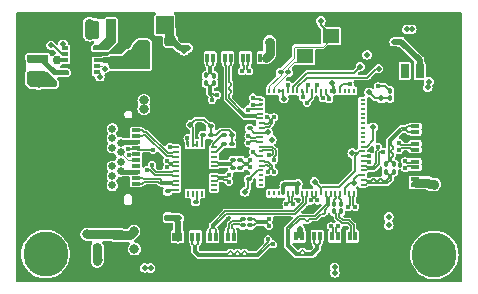
<source format=gbr>
%TF.GenerationSoftware,KiCad,Pcbnew,7.0.6*%
%TF.CreationDate,2024-03-24T10:59:23+08:00*%
%TF.ProjectId,USB3 Hub,55534233-2048-4756-922e-6b696361645f,rev?*%
%TF.SameCoordinates,Original*%
%TF.FileFunction,Copper,L1,Top*%
%TF.FilePolarity,Positive*%
%FSLAX46Y46*%
G04 Gerber Fmt 4.6, Leading zero omitted, Abs format (unit mm)*
G04 Created by KiCad (PCBNEW 7.0.6) date 2024-03-24 10:59:23*
%MOMM*%
%LPD*%
G01*
G04 APERTURE LIST*
G04 Aperture macros list*
%AMRoundRect*
0 Rectangle with rounded corners*
0 $1 Rounding radius*
0 $2 $3 $4 $5 $6 $7 $8 $9 X,Y pos of 4 corners*
0 Add a 4 corners polygon primitive as box body*
4,1,4,$2,$3,$4,$5,$6,$7,$8,$9,$2,$3,0*
0 Add four circle primitives for the rounded corners*
1,1,$1+$1,$2,$3*
1,1,$1+$1,$4,$5*
1,1,$1+$1,$6,$7*
1,1,$1+$1,$8,$9*
0 Add four rect primitives between the rounded corners*
20,1,$1+$1,$2,$3,$4,$5,0*
20,1,$1+$1,$4,$5,$6,$7,0*
20,1,$1+$1,$6,$7,$8,$9,0*
20,1,$1+$1,$8,$9,$2,$3,0*%
G04 Aperture macros list end*
%TA.AperFunction,ComponentPad*%
%ADD10C,3.800000*%
%TD*%
%TA.AperFunction,SMDPad,CuDef*%
%ADD11RoundRect,0.100000X0.100000X-0.130000X0.100000X0.130000X-0.100000X0.130000X-0.100000X-0.130000X0*%
%TD*%
%TA.AperFunction,SMDPad,CuDef*%
%ADD12RoundRect,0.100000X0.130000X0.100000X-0.130000X0.100000X-0.130000X-0.100000X0.130000X-0.100000X0*%
%TD*%
%TA.AperFunction,SMDPad,CuDef*%
%ADD13R,0.300000X0.800000*%
%TD*%
%TA.AperFunction,SMDPad,CuDef*%
%ADD14R,0.400000X0.800000*%
%TD*%
%TA.AperFunction,SMDPad,CuDef*%
%ADD15R,1.400000X1.200000*%
%TD*%
%TA.AperFunction,SMDPad,CuDef*%
%ADD16R,1.500000X1.500000*%
%TD*%
%TA.AperFunction,SMDPad,CuDef*%
%ADD17R,0.550000X0.300000*%
%TD*%
%TA.AperFunction,SMDPad,CuDef*%
%ADD18R,1.750000X2.600000*%
%TD*%
%TA.AperFunction,SMDPad,CuDef*%
%ADD19RoundRect,0.100000X-0.130000X-0.100000X0.130000X-0.100000X0.130000X0.100000X-0.130000X0.100000X0*%
%TD*%
%TA.AperFunction,SMDPad,CuDef*%
%ADD20RoundRect,0.225000X0.250000X-0.225000X0.250000X0.225000X-0.250000X0.225000X-0.250000X-0.225000X0*%
%TD*%
%TA.AperFunction,SMDPad,CuDef*%
%ADD21R,0.800000X0.300000*%
%TD*%
%TA.AperFunction,SMDPad,CuDef*%
%ADD22R,0.800000X0.400000*%
%TD*%
%TA.AperFunction,SMDPad,CuDef*%
%ADD23RoundRect,0.147500X0.172500X-0.147500X0.172500X0.147500X-0.172500X0.147500X-0.172500X-0.147500X0*%
%TD*%
%TA.AperFunction,SMDPad,CuDef*%
%ADD24RoundRect,0.100000X-0.100000X0.130000X-0.100000X-0.130000X0.100000X-0.130000X0.100000X0.130000X0*%
%TD*%
%TA.AperFunction,SMDPad,CuDef*%
%ADD25R,0.500000X0.200000*%
%TD*%
%TA.AperFunction,SMDPad,CuDef*%
%ADD26R,0.200000X0.500000*%
%TD*%
%TA.AperFunction,SMDPad,CuDef*%
%ADD27R,2.000000X3.000000*%
%TD*%
%TA.AperFunction,SMDPad,CuDef*%
%ADD28R,0.200000X0.450000*%
%TD*%
%TA.AperFunction,SMDPad,CuDef*%
%ADD29R,0.450000X0.200000*%
%TD*%
%TA.AperFunction,SMDPad,CuDef*%
%ADD30R,5.700000X5.700000*%
%TD*%
%TA.AperFunction,SMDPad,CuDef*%
%ADD31RoundRect,0.100000X-0.200000X-0.700000X0.200000X-0.700000X0.200000X0.700000X-0.200000X0.700000X0*%
%TD*%
%TA.AperFunction,SMDPad,CuDef*%
%ADD32RoundRect,0.085714X-0.214286X-0.714286X0.214286X-0.714286X0.214286X0.714286X-0.214286X0.714286X0*%
%TD*%
%TA.AperFunction,SMDPad,CuDef*%
%ADD33R,0.700000X0.300000*%
%TD*%
%TA.AperFunction,ComponentPad*%
%ADD34C,0.650000*%
%TD*%
%TA.AperFunction,ComponentPad*%
%ADD35O,1.400000X0.800000*%
%TD*%
%TA.AperFunction,SMDPad,CuDef*%
%ADD36RoundRect,0.225000X-0.250000X0.225000X-0.250000X-0.225000X0.250000X-0.225000X0.250000X0.225000X0*%
%TD*%
%TA.AperFunction,SMDPad,CuDef*%
%ADD37RoundRect,0.100000X-0.700000X0.200000X-0.700000X-0.200000X0.700000X-0.200000X0.700000X0.200000X0*%
%TD*%
%TA.AperFunction,SMDPad,CuDef*%
%ADD38RoundRect,0.085714X-0.714286X0.214286X-0.714286X-0.214286X0.714286X-0.214286X0.714286X0.214286X0*%
%TD*%
%TA.AperFunction,SMDPad,CuDef*%
%ADD39R,0.700000X1.200000*%
%TD*%
%TA.AperFunction,SMDPad,CuDef*%
%ADD40R,1.900000X2.400000*%
%TD*%
%TA.AperFunction,SMDPad,CuDef*%
%ADD41RoundRect,0.147500X-0.147500X-0.172500X0.147500X-0.172500X0.147500X0.172500X-0.147500X0.172500X0*%
%TD*%
%TA.AperFunction,ViaPad*%
%ADD42C,0.500000*%
%TD*%
%TA.AperFunction,ViaPad*%
%ADD43C,0.390000*%
%TD*%
%TA.AperFunction,ViaPad*%
%ADD44C,0.450000*%
%TD*%
%TA.AperFunction,ViaPad*%
%ADD45C,0.800000*%
%TD*%
%TA.AperFunction,ViaPad*%
%ADD46C,0.750000*%
%TD*%
%TA.AperFunction,Conductor*%
%ADD47C,0.114300*%
%TD*%
%TA.AperFunction,Conductor*%
%ADD48C,0.500000*%
%TD*%
%TA.AperFunction,Conductor*%
%ADD49C,0.800000*%
%TD*%
%TA.AperFunction,Conductor*%
%ADD50C,0.139700*%
%TD*%
%TA.AperFunction,Conductor*%
%ADD51C,0.400000*%
%TD*%
%TA.AperFunction,Conductor*%
%ADD52C,0.300000*%
%TD*%
%TA.AperFunction,Conductor*%
%ADD53C,0.150000*%
%TD*%
%TA.AperFunction,Conductor*%
%ADD54C,0.250000*%
%TD*%
%TA.AperFunction,Conductor*%
%ADD55C,0.190500*%
%TD*%
%TA.AperFunction,Conductor*%
%ADD56C,0.127000*%
%TD*%
%TA.AperFunction,Conductor*%
%ADD57C,0.200000*%
%TD*%
G04 APERTURE END LIST*
D10*
%TO.P,H1,1*%
%TO.N,N/C*%
X124340000Y-100800000D03*
%TD*%
D11*
%TO.P,C10,1*%
%TO.N,/D_TX_1+*%
X137950000Y-86315000D03*
%TO.P,C10,2*%
%TO.N,/CON_D_TX_1+*%
X137950000Y-85675000D03*
%TD*%
D12*
%TO.P,C20,1*%
%TO.N,/D_TX_4+*%
X141670000Y-98370000D03*
%TO.P,C20,2*%
%TO.N,/CON_D_TX_4+*%
X141030000Y-98370000D03*
%TD*%
D13*
%TO.P,J5,1,1*%
%TO.N,Net-(D12-A1)*%
X135260000Y-99310000D03*
%TO.P,J5,2,2*%
X135760000Y-99310000D03*
%TO.P,J5,3,3*%
%TO.N,GND*%
X136260000Y-99310000D03*
%TO.P,J5,4,4*%
%TO.N,/DP4_N*%
X136760000Y-99310000D03*
%TO.P,J5,5,5*%
%TO.N,/DP4_P*%
X137260000Y-99310000D03*
%TO.P,J5,6,6*%
%TO.N,GND*%
X137760000Y-99310000D03*
%TO.P,J5,7,7*%
%TO.N,/D_RX_4-*%
X138260000Y-99310000D03*
%TO.P,J5,8,8*%
%TO.N,/D_RX_4+*%
X138760000Y-99310000D03*
%TO.P,J5,9,9*%
%TO.N,GND*%
X139260000Y-99310000D03*
%TO.P,J5,10,10*%
%TO.N,/CON_D_TX_4-*%
X139760000Y-99310000D03*
%TO.P,J5,11,11*%
%TO.N,/CON_D_TX_4+*%
X140260000Y-99310000D03*
%TO.P,J5,12,12*%
%TO.N,GND*%
X140760000Y-99310000D03*
D14*
%TO.P,J5,P$13,G1*%
X134210000Y-101810000D03*
%TO.P,J5,P$14,G2*%
X141810000Y-101810000D03*
%TD*%
D15*
%TO.P,Y1,1,1*%
%TO.N,/X1*%
X148540000Y-82330000D03*
%TO.P,Y1,2,2*%
%TO.N,GND*%
X146340000Y-82330000D03*
%TO.P,Y1,3,3*%
%TO.N,/X2*%
X146340000Y-84030000D03*
%TO.P,Y1,4,4*%
%TO.N,GND*%
X148540000Y-84030000D03*
%TD*%
D12*
%TO.P,R9,1*%
%TO.N,/5V*%
X140120000Y-91500000D03*
%TO.P,R9,2*%
%TO.N,Net-(U1-CS1I)*%
X139480000Y-91500000D03*
%TD*%
%TO.P,C33,1*%
%TO.N,/A3.3V*%
X141620000Y-90150000D03*
%TO.P,C33,2*%
%TO.N,GND*%
X140980000Y-90150000D03*
%TD*%
D16*
%TO.P,TP2,1,1*%
%TO.N,GND*%
X131920000Y-81430000D03*
%TD*%
D17*
%TO.P,U3,1,EN1*%
%TO.N,/5V*%
X128690000Y-85390000D03*
%TO.P,U3,2,FB1*%
%TO.N,Net-(U3-FB1)*%
X128690000Y-84890000D03*
%TO.P,U3,3,IN2*%
%TO.N,/5V*%
X128690000Y-84390000D03*
%TO.P,U3,4,GND2*%
%TO.N,GND*%
X128690000Y-83890000D03*
%TO.P,U3,5,SW2*%
%TO.N,Net-(U3-SW2)*%
X128690000Y-83390000D03*
%TO.P,U3,6,EN2*%
%TO.N,/5V*%
X125990000Y-83390000D03*
%TO.P,U3,7,FB2*%
%TO.N,Net-(U3-FB2)*%
X125990000Y-83890000D03*
%TO.P,U3,8,IN1*%
%TO.N,/5V*%
X125990000Y-84390000D03*
%TO.P,U3,9,GND1*%
%TO.N,GND*%
X125990000Y-84890000D03*
%TO.P,U3,10,SW1*%
%TO.N,Net-(U3-SW1)*%
X125990000Y-85390000D03*
D18*
%TO.P,U3,11,EP-GND*%
%TO.N,GND*%
X127340000Y-84390000D03*
%TD*%
D19*
%TO.P,C8,1*%
%TO.N,/TX_N*%
X140200000Y-93490000D03*
%TO.P,C8,2*%
%TO.N,/TX-*%
X140840000Y-93490000D03*
%TD*%
D16*
%TO.P,TP1,1,1*%
%TO.N,/5V*%
X134440000Y-81420000D03*
%TD*%
D11*
%TO.P,C9,1*%
%TO.N,/D_TX_1-*%
X138600000Y-86320000D03*
%TO.P,C9,2*%
%TO.N,/CON_D_TX_1-*%
X138600000Y-85680000D03*
%TD*%
%TO.P,C13,1*%
%TO.N,/D_TX_2-*%
X153860000Y-93830000D03*
%TO.P,C13,2*%
%TO.N,/CON_D_TX_2-*%
X153860000Y-93190000D03*
%TD*%
D20*
%TO.P,C1,1*%
%TO.N,GND*%
X130130000Y-86085000D03*
%TO.P,C1,2*%
%TO.N,/5V*%
X130130000Y-84535000D03*
%TD*%
D12*
%TO.P,C19,1*%
%TO.N,/D_TX_4-*%
X141670000Y-97820000D03*
%TO.P,C19,2*%
%TO.N,/CON_D_TX_4-*%
X141030000Y-97820000D03*
%TD*%
%TO.P,C36,1*%
%TO.N,/A3.3V*%
X141530000Y-94440000D03*
%TO.P,C36,2*%
%TO.N,GND*%
X140890000Y-94440000D03*
%TD*%
D21*
%TO.P,J3,1,1*%
%TO.N,Net-(D10-A1)*%
X155630000Y-94960000D03*
%TO.P,J3,2,2*%
X155630000Y-94460000D03*
%TO.P,J3,3,3*%
%TO.N,GND*%
X155630000Y-93960000D03*
%TO.P,J3,4,4*%
%TO.N,/DP2_N*%
X155630000Y-93460000D03*
%TO.P,J3,5,5*%
%TO.N,/DP2_P*%
X155630000Y-92960000D03*
%TO.P,J3,6,6*%
%TO.N,GND*%
X155630000Y-92460000D03*
%TO.P,J3,7,7*%
%TO.N,/D_RX_2-*%
X155630000Y-91960000D03*
%TO.P,J3,8,8*%
%TO.N,/D_RX_2+*%
X155630000Y-91460000D03*
%TO.P,J3,9,9*%
%TO.N,GND*%
X155630000Y-90960000D03*
%TO.P,J3,10,10*%
%TO.N,/CON_D_TX_2-*%
X155630000Y-90460000D03*
%TO.P,J3,11,11*%
%TO.N,/CON_D_TX_2+*%
X155630000Y-89960000D03*
%TO.P,J3,12,12*%
%TO.N,GND*%
X155630000Y-89460000D03*
D22*
%TO.P,J3,P$13,G1*%
X158130000Y-96010000D03*
%TO.P,J3,P$14,G2*%
X158130000Y-88410000D03*
%TD*%
D12*
%TO.P,R7,1*%
%TO.N,/5V*%
X138310000Y-90730000D03*
%TO.P,R7,2*%
%TO.N,Net-(U1-CE)*%
X137670000Y-90730000D03*
%TD*%
D11*
%TO.P,C14,1*%
%TO.N,/D_TX_2+*%
X153150000Y-93820000D03*
%TO.P,C14,2*%
%TO.N,/CON_D_TX_2+*%
X153150000Y-93180000D03*
%TD*%
D12*
%TO.P,C7,1*%
%TO.N,/TX+*%
X140840000Y-92830000D03*
%TO.P,C7,2*%
%TO.N,/TX_P*%
X140200000Y-92830000D03*
%TD*%
%TO.P,R10,1*%
%TO.N,/X2*%
X144880000Y-85420000D03*
%TO.P,R10,2*%
%TO.N,/X1*%
X144240000Y-85420000D03*
%TD*%
D19*
%TO.P,C46,1*%
%TO.N,GND*%
X137670000Y-89980000D03*
%TO.P,C46,2*%
%TO.N,/5V*%
X138310000Y-89980000D03*
%TD*%
D23*
%TO.P,D12,1,A1*%
%TO.N,Net-(D12-A1)*%
X134730000Y-97705000D03*
%TO.P,D12,2,A2*%
%TO.N,GND*%
X134730000Y-96735000D03*
%TD*%
D24*
%TO.P,R25,1*%
%TO.N,Net-(U4-HOLD)*%
X153510000Y-86950000D03*
%TO.P,R25,2*%
%TO.N,/3.3V*%
X153510000Y-87590000D03*
%TD*%
D25*
%TO.P,U1,1,CC1*%
%TO.N,/CC1*%
X135400000Y-91770000D03*
%TO.P,U1,2,TX1_P*%
%TO.N,/USB_TX1+*%
X135400000Y-92170000D03*
%TO.P,U1,3,TX1_N*%
%TO.N,/USB_TX1-*%
X135400000Y-92570000D03*
%TO.P,U1,4,TX2_N*%
%TO.N,/USB_TX2-*%
X135400000Y-92970000D03*
%TO.P,U1,5,TX2_P*%
%TO.N,/USB_TX2+*%
X135400000Y-93370000D03*
%TO.P,U1,6,RX1_P*%
%TO.N,/USB_RX1+*%
X135400000Y-93770000D03*
%TO.P,U1,7,RX1_N*%
%TO.N,/USB_RX1-*%
X135400000Y-94170000D03*
%TO.P,U1,8,RX2_N*%
%TO.N,/USB_RX2-*%
X135400000Y-94570000D03*
%TO.P,U1,9,RX2_P*%
%TO.N,/USB_RX2+*%
X135400000Y-94970000D03*
%TO.P,U1,10,REXT*%
%TO.N,Net-(U1-REXT)*%
X135400000Y-95370000D03*
D26*
%TO.P,U1,11,Vconn_OC*%
%TO.N,unconnected-(U1-Vconn_OC-Pad11)*%
X136400000Y-95670000D03*
%TO.P,U1,12,Vconn_UVLO*%
%TO.N,unconnected-(U1-Vconn_UVLO-Pad12)*%
X136800000Y-95670000D03*
%TO.P,U1,13,High_Z_CC*%
%TO.N,Net-(U1-High_Z_CC)*%
X137200000Y-95670000D03*
%TO.P,U1,14,CSO_1*%
%TO.N,unconnected-(U1-CSO_1-Pad14)*%
X137600000Y-95670000D03*
D25*
%TO.P,U1,15,CSO_2*%
%TO.N,unconnected-(U1-CSO_2-Pad15)*%
X138600000Y-95370000D03*
%TO.P,U1,16,ATT_Status*%
%TO.N,unconnected-(U1-ATT_Status-Pad16)*%
X138600000Y-94970000D03*
%TO.P,U1,17,RX_N*%
%TO.N,/RX-*%
X138600000Y-94570000D03*
%TO.P,U1,18,RX_P*%
%TO.N,/RX+*%
X138600000Y-94170000D03*
%TO.P,U1,19,GND*%
%TO.N,GND*%
X138600000Y-93770000D03*
%TO.P,U1,20,TX_N*%
%TO.N,/TX_N*%
X138600000Y-93370000D03*
%TO.P,U1,21,TX_P*%
%TO.N,/TX_P*%
X138600000Y-92970000D03*
%TO.P,U1,22,ORI_STATUS*%
%TO.N,unconnected-(U1-ORI_STATUS-Pad22)*%
X138600000Y-92570000D03*
%TO.P,U1,23,CS1I*%
%TO.N,Net-(U1-CS1I)*%
X138600000Y-92170000D03*
%TO.P,U1,24,CSI2*%
%TO.N,Net-(U1-CSI2)*%
X138600000Y-91770000D03*
D26*
%TO.P,U1,25,CE*%
%TO.N,Net-(U1-CE)*%
X137600000Y-91470000D03*
%TO.P,U1,26,VCC5V*%
%TO.N,/5V*%
X137200000Y-91470000D03*
%TO.P,U1,27,VCONN_5V_IN*%
X136800000Y-91470000D03*
%TO.P,U1,28,CC2*%
%TO.N,/CC2*%
X136400000Y-91470000D03*
D27*
%TO.P,U1,29,PAD*%
%TO.N,GND*%
X137000000Y-93570000D03*
%TD*%
D19*
%TO.P,R6,1*%
%TO.N,GND*%
X136410000Y-96400000D03*
%TO.P,R6,2*%
%TO.N,Net-(U1-High_Z_CC)*%
X137050000Y-96400000D03*
%TD*%
D10*
%TO.P,H2,1*%
%TO.N,N/C*%
X157260000Y-100860000D03*
%TD*%
D28*
%TO.P,U2,1,PAMBER_P4*%
%TO.N,unconnected-(U2-PAMBER_P4-Pad1)*%
X143270000Y-95635000D03*
%TO.P,U2,2,PGREEN_P3*%
%TO.N,unconnected-(U2-PGREEN_P3-Pad2)*%
X143670000Y-95635000D03*
%TO.P,U2,3,PAMBER_P3*%
%TO.N,unconnected-(U2-PAMBER_P3-Pad3)*%
X144070000Y-95635000D03*
%TO.P,U2,4,AVDD12*%
%TO.N,/A1.2V*%
X144470000Y-95635000D03*
%TO.P,U2,5,TXN1_P4*%
%TO.N,/D_TX_4-*%
X144870000Y-95635000D03*
%TO.P,U2,6,TXP1_P4*%
%TO.N,/D_TX_4+*%
X145270000Y-95635000D03*
%TO.P,U2,7,VP12_P4*%
%TO.N,/A1.2V*%
X145670000Y-95635000D03*
%TO.P,U2,8,RXN1_P4*%
%TO.N,/D_RX_4-*%
X146070000Y-95635000D03*
%TO.P,U2,9,RXP1_P4*%
%TO.N,/D_RX_4+*%
X146470000Y-95635000D03*
%TO.P,U2,10,DP_P4*%
%TO.N,/DP4_P*%
X146870000Y-95635000D03*
%TO.P,U2,11,DM_P4*%
%TO.N,/DP4_N*%
X147270000Y-95635000D03*
%TO.P,U2,12,AVDD33_2*%
%TO.N,/A3.3V*%
X147670000Y-95635000D03*
%TO.P,U2,13,DP_P3*%
%TO.N,/DP3_P*%
X148070000Y-95635000D03*
%TO.P,U2,14,DM_P3*%
%TO.N,/DP3_N*%
X148470000Y-95635000D03*
%TO.P,U2,15,TXN1_P3*%
%TO.N,/D_TX_3-*%
X148870000Y-95635000D03*
%TO.P,U2,16,TXP1_P3*%
%TO.N,/D_TX_3+*%
X149270000Y-95635000D03*
%TO.P,U2,17,VP12_P3*%
%TO.N,/A1.2V*%
X149670000Y-95635000D03*
%TO.P,U2,18,RXN1_P3*%
%TO.N,/D_RX_3-*%
X150070000Y-95635000D03*
%TO.P,U2,19,RXP1_P3*%
%TO.N,/D_RX_3+*%
X150470000Y-95635000D03*
D29*
%TO.P,U2,20,TXN1_P2*%
%TO.N,/D_TX_2-*%
X151195000Y-94910000D03*
%TO.P,U2,21,TXP1_P2*%
%TO.N,/D_TX_2+*%
X151195000Y-94510000D03*
%TO.P,U2,22,VP12_P2*%
%TO.N,/A1.2V*%
X151195000Y-94110000D03*
%TO.P,U2,23,RXN1_P2*%
%TO.N,/D_RX_2-*%
X151195000Y-93710000D03*
%TO.P,U2,24,RXP1_P2*%
%TO.N,/D_RX_2+*%
X151195000Y-93310000D03*
%TO.P,U2,25,DP_P2*%
%TO.N,/DP2_P*%
X151195000Y-92910000D03*
%TO.P,U2,26,DM_P2*%
%TO.N,/DP2_N*%
X151195000Y-92510000D03*
%TO.P,U2,27,AVDD33_3*%
%TO.N,/A3.3V*%
X151195000Y-92110000D03*
%TO.P,U2,28,DVDD12*%
%TO.N,/1.2V*%
X151195000Y-91710000D03*
%TO.P,U2,29,PGREEN_P2*%
%TO.N,unconnected-(U2-PGREEN_P2-Pad29)*%
X151195000Y-91310000D03*
%TO.P,U2,30,PAMBER_P2*%
%TO.N,unconnected-(U2-PAMBER_P2-Pad30)*%
X151195000Y-90910000D03*
%TO.P,U2,31,OVCUR4J/SMD*%
%TO.N,unconnected-(U2-OVCUR4J{slash}SMD-Pad31)*%
X151195000Y-90510000D03*
%TO.P,U2,32,PWREN4J*%
%TO.N,unconnected-(U2-PWREN4J-Pad32)*%
X151195000Y-90110000D03*
%TO.P,U2,33,PWREN3J*%
%TO.N,unconnected-(U2-PWREN3J-Pad33)*%
X151195000Y-89710000D03*
%TO.P,U2,34,OVCUR3J/SMC*%
%TO.N,unconnected-(U2-OVCUR3J{slash}SMC-Pad34)*%
X151195000Y-89310000D03*
%TO.P,U2,35,OVCUR2J*%
%TO.N,unconnected-(U2-OVCUR2J-Pad35)*%
X151195000Y-88910000D03*
%TO.P,U2,36,PWREN2J*%
%TO.N,unconnected-(U2-PWREN2J-Pad36)*%
X151195000Y-88510000D03*
%TO.P,U2,37,PWREN1J*%
%TO.N,unconnected-(U2-PWREN1J-Pad37)*%
X151195000Y-88110000D03*
%TO.P,U2,38,OVCUR1J*%
%TO.N,unconnected-(U2-OVCUR1J-Pad38)*%
X151195000Y-87710000D03*
D28*
%TO.P,U2,39,FB*%
%TO.N,unconnected-(U2-FB-Pad39)*%
X150470000Y-86985000D03*
%TO.P,U2,40,VSSP*%
%TO.N,unconnected-(U2-VSSP-Pad40)*%
X150070000Y-86985000D03*
%TO.P,U2,41,SW*%
%TO.N,unconnected-(U2-SW-Pad41)*%
X149670000Y-86985000D03*
%TO.P,U2,42,VDDP*%
%TO.N,Net-(U2-VDDP)*%
X149270000Y-86985000D03*
%TO.P,U2,43,V5*%
%TO.N,/3.3V*%
X148870000Y-86985000D03*
%TO.P,U2,44,V33*%
X148470000Y-86985000D03*
%TO.P,U2,45,CHIPEN*%
%TO.N,Net-(U2-CHIPEN)*%
X148070000Y-86985000D03*
%TO.P,U2,46,RTERM*%
%TO.N,Net-(U2-RTERM)*%
X147670000Y-86985000D03*
%TO.P,U2,47,DVDD12*%
%TO.N,/1.2V*%
X147270000Y-86985000D03*
%TO.P,U2,48,RESETJ*%
%TO.N,Net-(U2-RESETJ)*%
X146870000Y-86985000D03*
%TO.P,U2,49,P_SPI_DO*%
%TO.N,/SPI_DO*%
X146470000Y-86985000D03*
%TO.P,U2,50,P_SPI_CK*%
%TO.N,/SPI_CLK*%
X146070000Y-86985000D03*
%TO.P,U2,51,P_SPI_DI*%
%TO.N,/SPI_DI*%
X145670000Y-86985000D03*
%TO.P,U2,52,P_SPI_CZ*%
%TO.N,/SPI_CS*%
X145270000Y-86985000D03*
%TO.P,U2,53,PGANG*%
%TO.N,Net-(U2-PGANG)*%
X144870000Y-86985000D03*
%TO.P,U2,54,VBUS*%
%TO.N,/3.3V*%
X144470000Y-86985000D03*
%TO.P,U2,55,DVDD33*%
X144070000Y-86985000D03*
%TO.P,U2,56,X2*%
%TO.N,/X2*%
X143670000Y-86985000D03*
%TO.P,U2,57,X1*%
%TO.N,/X1*%
X143270000Y-86985000D03*
D29*
%TO.P,U2,58,TXN1_P1*%
%TO.N,/D_TX_1-*%
X142545000Y-87710000D03*
%TO.P,U2,59,TXP1_P1*%
%TO.N,/D_TX_1+*%
X142545000Y-88110000D03*
%TO.P,U2,60,VP12_P1*%
%TO.N,/A1.2V*%
X142545000Y-88510000D03*
%TO.P,U2,61,RXN1_P1*%
%TO.N,/D_RX_1-*%
X142545000Y-88910000D03*
%TO.P,U2,62,RXP1_P1*%
%TO.N,/D_RX_1+*%
X142545000Y-89310000D03*
%TO.P,U2,63,DP_P1*%
%TO.N,/DP1_P*%
X142545000Y-89710000D03*
%TO.P,U2,64,DM_P1*%
%TO.N,/DP1_N*%
X142545000Y-90110000D03*
%TO.P,U2,65,AVDD33_1*%
%TO.N,/A3.3V*%
X142545000Y-90510000D03*
%TO.P,U2,66,DP_P0*%
%TO.N,/D+*%
X142545000Y-90910000D03*
%TO.P,U2,67,DM_P0*%
%TO.N,/D-*%
X142545000Y-91310000D03*
%TO.P,U2,68,TXN1_P0*%
%TO.N,/TX-*%
X142545000Y-91710000D03*
%TO.P,U2,69,TXP1_P0*%
%TO.N,/TX+*%
X142545000Y-92110000D03*
%TO.P,U2,70,VP12_P0*%
%TO.N,/A1.2V*%
X142545000Y-92510000D03*
%TO.P,U2,71,RXN1_P0*%
%TO.N,/RX-*%
X142545000Y-92910000D03*
%TO.P,U2,72,RXP1_P0*%
%TO.N,/RX+*%
X142545000Y-93310000D03*
%TO.P,U2,73,AVDD33*%
%TO.N,/A3.3V*%
X142545000Y-93710000D03*
%TO.P,U2,74,PGREEN_P1*%
%TO.N,unconnected-(U2-PGREEN_P1-Pad74)*%
X142545000Y-94110000D03*
%TO.P,U2,75,PAMBER_P1*%
%TO.N,unconnected-(U2-PAMBER_P1-Pad75)*%
X142545000Y-94510000D03*
%TO.P,U2,76,PGREEN_P4*%
%TO.N,unconnected-(U2-PGREEN_P4-Pad76)*%
X142545000Y-94910000D03*
D30*
%TO.P,U2,77,PAD*%
%TO.N,GND*%
X146870000Y-91310000D03*
%TD*%
D31*
%TO.P,L2,1,1*%
%TO.N,/1.2V*%
X128500000Y-81790000D03*
D32*
%TO.P,L2,2,2*%
%TO.N,Net-(U3-SW2)*%
X129900000Y-81790000D03*
%TD*%
D33*
%TO.P,J1,A1,GND*%
%TO.N,GND*%
X132000000Y-89830000D03*
%TO.P,J1,A2,TX1+*%
%TO.N,/USB_TX1+*%
X132000000Y-90330000D03*
%TO.P,J1,A3,TX1-*%
%TO.N,/USB_TX1-*%
X132000000Y-90830000D03*
%TO.P,J1,A4,VBUS*%
%TO.N,/5V*%
X132000000Y-91330000D03*
%TO.P,J1,A5,CC1*%
%TO.N,/CC1*%
X132000000Y-91830000D03*
%TO.P,J1,A6,D+*%
%TO.N,/D+*%
X132000000Y-92330000D03*
%TO.P,J1,A7,D-*%
%TO.N,/D-*%
X132000000Y-92830000D03*
%TO.P,J1,A8,SBU1*%
%TO.N,unconnected-(J1-SBU1-PadA8)*%
X132000000Y-93330000D03*
%TO.P,J1,A9,VBUS*%
%TO.N,/5V*%
X132000000Y-93830000D03*
%TO.P,J1,A10,RX2-*%
%TO.N,/USB_RX2-*%
X132000000Y-94330000D03*
%TO.P,J1,A11,RX2+*%
%TO.N,/USB_RX2+*%
X132000000Y-94830000D03*
%TO.P,J1,A12,GND*%
%TO.N,GND*%
X132000000Y-95330000D03*
D34*
%TO.P,J1,B1,GND*%
X130690000Y-95380000D03*
%TO.P,J1,B2,TX2+*%
%TO.N,/USB_TX2+*%
X129990000Y-94980000D03*
%TO.P,J1,B3,TX2-*%
%TO.N,/USB_TX2-*%
X129990000Y-94180000D03*
%TO.P,J1,B4,VBUS*%
%TO.N,/5V*%
X130690000Y-93780000D03*
%TO.P,J1,B5,CC2*%
%TO.N,/CC2*%
X129990000Y-93380000D03*
%TO.P,J1,B6,D+*%
%TO.N,/D+*%
X130690000Y-92980000D03*
%TO.P,J1,B7,D-*%
%TO.N,/D-*%
X130690000Y-92180000D03*
%TO.P,J1,B8,SBU2*%
%TO.N,unconnected-(J1-SBU2-PadB8)*%
X129990000Y-91780000D03*
%TO.P,J1,B9,VBUS*%
%TO.N,/5V*%
X130690000Y-91380000D03*
%TO.P,J1,B10,RX1-*%
%TO.N,/USB_RX1-*%
X129990000Y-90980000D03*
%TO.P,J1,B11,RX1+*%
%TO.N,/USB_RX1+*%
X129990000Y-90180000D03*
%TO.P,J1,B12,GND*%
%TO.N,GND*%
X130690000Y-89780000D03*
D35*
%TO.P,J1,S1,SHIELD*%
X125630000Y-88090000D03*
X130090000Y-88450000D03*
X130090000Y-96710000D03*
X125630000Y-97070000D03*
%TD*%
D12*
%TO.P,R8,1*%
%TO.N,/5V*%
X140120000Y-90740000D03*
%TO.P,R8,2*%
%TO.N,Net-(U1-CSI2)*%
X139480000Y-90740000D03*
%TD*%
D23*
%TO.P,L4,1,1*%
%TO.N,/A3.3V*%
X128720000Y-100215000D03*
%TO.P,L4,2,2*%
%TO.N,/3.3V*%
X128720000Y-99245000D03*
%TD*%
D36*
%TO.P,C32,1*%
%TO.N,/5V*%
X134900000Y-82765000D03*
%TO.P,C32,2*%
%TO.N,GND*%
X134900000Y-84315000D03*
%TD*%
D37*
%TO.P,L1,1,1*%
%TO.N,Net-(U3-SW1)*%
X123620000Y-84240000D03*
D38*
%TO.P,L1,2,2*%
%TO.N,/3.3V*%
X123620000Y-85640000D03*
%TD*%
D39*
%TO.P,J6,1,Pin_1*%
%TO.N,/5V*%
X156015000Y-85280000D03*
%TO.P,J6,2,Pin_2*%
%TO.N,unconnected-(J6-Pin_2-Pad2)*%
X154765000Y-85280000D03*
D40*
%TO.P,J6,3,Pin_3*%
%TO.N,GND*%
X158340000Y-82240000D03*
D39*
X153515000Y-85280000D03*
D40*
X151190000Y-82240000D03*
%TD*%
D41*
%TO.P,D1,1,A1*%
%TO.N,/5V*%
X132785000Y-83190000D03*
%TO.P,D1,2,A2*%
%TO.N,GND*%
X133755000Y-83190000D03*
%TD*%
D24*
%TO.P,C17,1*%
%TO.N,/D_TX_3+*%
X149350000Y-96550000D03*
%TO.P,C17,2*%
%TO.N,/CON_D_TX_3+*%
X149350000Y-97190000D03*
%TD*%
D13*
%TO.P,J4,1,1*%
%TO.N,Net-(D11-A1)*%
X145580000Y-99290000D03*
%TO.P,J4,2,2*%
X146080000Y-99290000D03*
%TO.P,J4,3,3*%
%TO.N,GND*%
X146580000Y-99290000D03*
%TO.P,J4,4,4*%
%TO.N,/DP3_N*%
X147080000Y-99290000D03*
%TO.P,J4,5,5*%
%TO.N,/DP3_P*%
X147580000Y-99290000D03*
%TO.P,J4,6,6*%
%TO.N,GND*%
X148080000Y-99290000D03*
%TO.P,J4,7,7*%
%TO.N,/D_RX_3-*%
X148580000Y-99290000D03*
%TO.P,J4,8,8*%
%TO.N,/D_RX_3+*%
X149080000Y-99290000D03*
%TO.P,J4,9,9*%
%TO.N,GND*%
X149580000Y-99290000D03*
%TO.P,J4,10,10*%
%TO.N,/CON_D_TX_3-*%
X150080000Y-99290000D03*
%TO.P,J4,11,11*%
%TO.N,/CON_D_TX_3+*%
X150580000Y-99290000D03*
%TO.P,J4,12,12*%
%TO.N,GND*%
X151080000Y-99290000D03*
D14*
%TO.P,J4,P$13,G1*%
X144530000Y-101790000D03*
%TO.P,J4,P$14,G2*%
X152130000Y-101790000D03*
%TD*%
D19*
%TO.P,R5,1*%
%TO.N,GND*%
X134040000Y-95490000D03*
%TO.P,R5,2*%
%TO.N,Net-(U1-REXT)*%
X134680000Y-95490000D03*
%TD*%
D24*
%TO.P,C16,1*%
%TO.N,/D_TX_3-*%
X148790000Y-96550000D03*
%TO.P,C16,2*%
%TO.N,/CON_D_TX_3-*%
X148790000Y-97190000D03*
%TD*%
D20*
%TO.P,C2,1*%
%TO.N,GND*%
X131610000Y-86105000D03*
%TO.P,C2,2*%
%TO.N,/5V*%
X131610000Y-84555000D03*
%TD*%
D11*
%TO.P,C51,1*%
%TO.N,GND*%
X152780000Y-88260000D03*
%TO.P,C51,2*%
%TO.N,/3.3V*%
X152780000Y-87620000D03*
%TD*%
D36*
%TO.P,C43,1*%
%TO.N,/3.3V*%
X130500000Y-99205000D03*
%TO.P,C43,2*%
%TO.N,GND*%
X130500000Y-100755000D03*
%TD*%
D13*
%TO.P,J2,1,1*%
%TO.N,Net-(D13-A1)*%
X143020000Y-84160000D03*
%TO.P,J2,2,2*%
X142520000Y-84160000D03*
%TO.P,J2,3,3*%
%TO.N,GND*%
X142020000Y-84160000D03*
%TO.P,J2,4,4*%
%TO.N,/DP1_N*%
X141520000Y-84160000D03*
%TO.P,J2,5,5*%
%TO.N,/DP1_P*%
X141020000Y-84160000D03*
%TO.P,J2,6,6*%
%TO.N,GND*%
X140520000Y-84160000D03*
%TO.P,J2,7,7*%
%TO.N,/D_RX_1-*%
X140020000Y-84160000D03*
%TO.P,J2,8,8*%
%TO.N,/D_RX_1+*%
X139520000Y-84160000D03*
%TO.P,J2,9,9*%
%TO.N,GND*%
X139020000Y-84160000D03*
%TO.P,J2,10,10*%
%TO.N,/CON_D_TX_1-*%
X138520000Y-84160000D03*
%TO.P,J2,11,11*%
%TO.N,/CON_D_TX_1+*%
X138020000Y-84160000D03*
%TO.P,J2,12,12*%
%TO.N,GND*%
X137520000Y-84160000D03*
D14*
%TO.P,J2,P$13,G1*%
X144070000Y-81660000D03*
%TO.P,J2,P$14,G2*%
X136470000Y-81660000D03*
%TD*%
D42*
%TO.N,GND*%
X157940000Y-93190000D03*
X122510000Y-89090000D03*
X153067094Y-85479508D03*
X126960000Y-100500000D03*
X148370000Y-94590000D03*
X149810000Y-83527000D03*
X158900000Y-97260000D03*
X158820000Y-89330000D03*
D43*
X154350000Y-89700000D03*
D42*
X132600000Y-102769500D03*
D43*
X143260000Y-96760000D03*
D42*
X148530000Y-80960000D03*
X135365332Y-97015332D03*
X123990000Y-80840000D03*
D43*
X139760000Y-101430000D03*
X152570000Y-93990000D03*
X142441187Y-96699380D03*
X143320000Y-85660000D03*
D42*
X147470000Y-92860000D03*
X126780000Y-84130000D03*
X125060000Y-95250000D03*
X149160000Y-90230000D03*
X147450000Y-91210000D03*
X133790000Y-90670000D03*
D43*
X154400000Y-93900000D03*
D42*
X157880000Y-98220000D03*
D43*
X139080000Y-96870000D03*
D42*
X152030000Y-99370000D03*
X152110000Y-88320000D03*
X129070000Y-91990000D03*
X124390000Y-93860000D03*
X144560000Y-90250000D03*
X158370000Y-90150000D03*
X136220000Y-96850000D03*
D43*
X141350000Y-92410000D03*
D42*
X127930000Y-87210000D03*
X125140000Y-89000000D03*
X127400000Y-84090000D03*
X129550000Y-102340000D03*
D43*
X140310000Y-85860000D03*
D42*
X145420000Y-89340000D03*
X122500000Y-91840000D03*
X149110000Y-92040000D03*
D43*
X144250000Y-96240000D03*
D42*
X157850000Y-83510000D03*
X154650000Y-88800000D03*
D43*
X154690000Y-92360000D03*
D42*
X149140000Y-91170000D03*
X130010000Y-86990000D03*
X127960000Y-83390000D03*
X126730000Y-83480000D03*
X148340000Y-90230000D03*
X145020000Y-82870000D03*
D43*
X141810000Y-100080000D03*
D42*
X134340000Y-91080000D03*
X126180000Y-91730000D03*
X146500000Y-92000000D03*
D43*
X145730220Y-96204502D03*
D42*
X136690000Y-86130000D03*
D43*
X150990000Y-98510000D03*
D42*
X157520000Y-82550000D03*
X132990000Y-95190000D03*
D44*
X137970000Y-94400000D03*
D43*
X137720000Y-101430000D03*
D42*
X127400000Y-92760000D03*
X159090000Y-102630000D03*
X126170000Y-102690000D03*
X127980000Y-84070000D03*
D43*
X139390000Y-94950000D03*
X136780000Y-101180000D03*
D42*
X144000000Y-94420000D03*
D43*
X137690000Y-85090000D03*
D42*
X154017091Y-84644366D03*
D43*
X138710000Y-100190000D03*
X148300000Y-97710000D03*
D42*
X132970000Y-80870000D03*
X148280000Y-92010000D03*
X146580000Y-93640000D03*
X144190000Y-84584500D03*
X149040000Y-89440000D03*
X156810000Y-98180000D03*
X126430000Y-80840000D03*
X133610000Y-92630000D03*
X137420000Y-89920000D03*
D43*
X138870000Y-101410000D03*
D42*
X147420000Y-92050000D03*
X153430000Y-101000000D03*
X143430000Y-94950000D03*
D43*
X153690000Y-90190000D03*
D44*
X145400000Y-88520000D03*
D42*
X133460500Y-98619656D03*
X126840000Y-84710000D03*
D43*
X154660000Y-90770000D03*
D42*
X145630000Y-92810000D03*
X150990000Y-102390000D03*
X128870000Y-97400000D03*
D43*
X141520000Y-101400000D03*
X139310000Y-98390000D03*
X153180000Y-90700000D03*
D42*
X130910000Y-80940000D03*
X122449810Y-97285938D03*
D43*
X139477005Y-100131721D03*
D42*
X135540000Y-100680000D03*
X136010000Y-87990000D03*
X122470000Y-95820000D03*
D44*
X146850000Y-88890000D03*
D42*
X148520000Y-93610000D03*
X149790000Y-102420000D03*
D43*
X140830000Y-96740000D03*
D42*
X145630000Y-91250000D03*
X127920000Y-84750000D03*
D43*
X143240000Y-100770000D03*
D42*
X141520000Y-80750000D03*
D43*
X140640000Y-101420000D03*
D42*
X150350000Y-100380000D03*
D43*
X146550000Y-96930000D03*
D42*
X122700000Y-80980000D03*
X137040000Y-84260000D03*
X126080000Y-82390000D03*
D43*
X138170000Y-88230000D03*
D42*
X130310000Y-83510000D03*
D43*
X149640000Y-98640000D03*
D42*
X135770000Y-80660000D03*
X158810000Y-91130000D03*
D44*
X147100000Y-88060000D03*
D42*
X146560000Y-92850000D03*
X155350000Y-102670000D03*
X149110000Y-92850000D03*
X159010000Y-84120000D03*
D43*
X139790000Y-97800000D03*
D42*
X131310000Y-83150000D03*
D43*
X140350000Y-92180000D03*
D42*
X147439502Y-84470000D03*
X122360000Y-85850000D03*
X125220000Y-98390000D03*
D43*
X137730000Y-87030000D03*
X141420000Y-87300000D03*
X138330000Y-97590000D03*
D42*
X147370000Y-90230000D03*
D43*
X142410000Y-99680000D03*
D42*
X126800000Y-98080000D03*
D43*
X140340000Y-85210000D03*
X139430000Y-93770000D03*
X139230000Y-86070000D03*
D42*
X133840000Y-84570000D03*
X145660000Y-92070000D03*
D43*
X141310000Y-93850000D03*
D42*
X145430000Y-90270000D03*
X136250000Y-92320000D03*
X126760000Y-101600000D03*
X144300000Y-101160000D03*
D43*
X151890000Y-91980000D03*
D42*
X155840000Y-80970500D03*
D43*
X140270000Y-100080000D03*
D44*
X147560000Y-93780000D03*
D43*
X140010000Y-96700000D03*
D42*
X140400000Y-89660000D03*
X147450000Y-89420000D03*
X152430000Y-96660000D03*
D43*
X147940000Y-98270000D03*
X152590000Y-95470000D03*
D42*
X131300000Y-95310000D03*
X126420000Y-99270000D03*
X150310000Y-80790000D03*
X135500000Y-90830000D03*
D43*
X143130000Y-98980000D03*
D42*
X150470000Y-88000000D03*
D43*
X154800000Y-91150000D03*
D42*
X147000000Y-98470000D03*
X138090000Y-80890000D03*
D43*
X139090000Y-88510000D03*
D42*
X153840000Y-86080000D03*
X138920000Y-80930000D03*
X149840000Y-84690000D03*
X131440000Y-86860000D03*
X150210000Y-91240000D03*
X149094664Y-88791032D03*
D43*
X144000000Y-100430000D03*
D42*
X155990000Y-97720000D03*
X148320000Y-88780000D03*
D43*
X141070000Y-100050000D03*
D42*
X122570000Y-87540000D03*
X155411032Y-88169896D03*
X127380000Y-83490000D03*
X158800000Y-95520000D03*
X146480000Y-91230000D03*
X127320000Y-84960000D03*
D44*
X137440000Y-94960000D03*
D42*
X122510000Y-93260000D03*
X122400000Y-84470000D03*
D43*
X143960000Y-93300000D03*
D42*
X150230000Y-90070000D03*
X152270000Y-97990000D03*
D43*
X140930000Y-86510000D03*
D42*
X158900000Y-87890000D03*
X148300000Y-89440000D03*
X122530000Y-90510000D03*
X131140000Y-102720000D03*
X154570000Y-101550000D03*
X122450000Y-82260000D03*
X159010000Y-98870000D03*
X154550000Y-100290000D03*
D43*
X152580000Y-91190000D03*
X143910000Y-96740000D03*
D42*
X127650000Y-88770000D03*
D43*
X143980000Y-89740000D03*
X140170000Y-88940000D03*
X150850000Y-96170000D03*
X141950000Y-85700000D03*
D42*
X143560000Y-80910000D03*
X122560000Y-94710000D03*
X148310000Y-91200000D03*
X155360000Y-98950000D03*
X149590000Y-81030000D03*
X152670000Y-80910000D03*
D43*
X141030000Y-91640000D03*
D42*
X136310000Y-100670000D03*
X158780000Y-92640000D03*
D43*
X142620000Y-101330000D03*
D42*
X152880000Y-102400000D03*
D43*
X151800000Y-95480000D03*
D42*
X122470000Y-102490000D03*
X155940000Y-96330000D03*
D43*
X139290000Y-85410000D03*
D42*
X122580000Y-98980000D03*
X146230000Y-89360000D03*
X149820000Y-93080000D03*
D43*
X137880000Y-100190000D03*
D42*
X158750000Y-85630000D03*
X146140000Y-81060500D03*
X148800000Y-100420000D03*
X129120000Y-93540000D03*
D43*
X140550000Y-87020000D03*
X137730000Y-98240000D03*
D42*
X158930000Y-86840000D03*
X134340000Y-88610000D03*
X125140000Y-90520000D03*
X128160000Y-102580000D03*
X134990000Y-85040000D03*
D44*
X145710000Y-93660000D03*
D42*
X144700000Y-91200000D03*
D43*
X151180000Y-96780000D03*
D42*
X133580000Y-82690000D03*
X127190000Y-90290000D03*
X154130000Y-80950000D03*
X146360000Y-90230000D03*
X140550000Y-95010000D03*
D43*
X139210000Y-86860000D03*
D42*
X123710000Y-98360000D03*
D43*
X141580000Y-96730000D03*
D42*
X148340000Y-92830000D03*
X126820500Y-95750000D03*
X126810000Y-96600000D03*
D43*
X150680000Y-97830000D03*
X145590000Y-85190000D03*
D42*
X158140000Y-80830000D03*
X144520000Y-89340000D03*
D43*
X139720000Y-88380000D03*
D42*
X134930000Y-86950000D03*
D43*
X138850000Y-85070000D03*
X142690000Y-85960000D03*
D42*
%TO.N,/5V*%
X136610000Y-89840000D03*
D45*
X132710000Y-83840000D03*
D42*
X133230000Y-101980000D03*
X132750000Y-101960000D03*
X153400000Y-97650000D03*
X153850000Y-82820000D03*
X148810000Y-101900000D03*
D45*
X132670000Y-88480000D03*
D46*
X125322858Y-84391680D03*
D42*
X148840000Y-102380000D03*
D45*
X132670000Y-87790000D03*
D42*
X136430000Y-83340000D03*
X128940000Y-85780000D03*
D45*
X132670000Y-84460000D03*
D42*
X154202500Y-82827500D03*
X125820000Y-83020000D03*
X153400000Y-98340000D03*
X136050000Y-83590000D03*
%TO.N,/3.3V*%
X148583173Y-86344500D03*
D45*
X131820000Y-98870000D03*
X123770000Y-86350000D03*
D42*
X151700000Y-87080000D03*
X144510000Y-87640000D03*
D45*
X127830000Y-99120000D03*
X124700000Y-86250000D03*
D42*
X151560000Y-83930000D03*
%TO.N,Net-(U3-FB1)*%
X129350000Y-85090000D03*
%TO.N,Net-(U3-FB2)*%
X124805000Y-83130000D03*
%TO.N,/1.2V*%
X127970000Y-81700000D03*
X155360000Y-81770000D03*
X128050000Y-81250000D03*
X154910000Y-81770000D03*
D43*
X147300000Y-86490000D03*
D42*
X152080000Y-90060000D03*
D43*
%TO.N,/TX+*%
X143271403Y-92411403D03*
X141660000Y-92865000D03*
X143271403Y-92411403D03*
%TO.N,/TX-*%
X141660000Y-93455000D03*
X143688597Y-92828597D03*
X143688597Y-92828597D03*
%TO.N,/D_TX_1-*%
X138858597Y-87331403D03*
X141910000Y-87545000D03*
%TO.N,/D_TX_1+*%
X141910000Y-88135000D03*
X138441403Y-87748597D03*
%TO.N,/D_TX_4-*%
X143250000Y-97800000D03*
X144735000Y-96560000D03*
%TO.N,/D_TX_4+*%
X143250000Y-98390000D03*
X145325000Y-96560000D03*
D42*
%TO.N,Net-(D10-A1)*%
X157210000Y-94850000D03*
X156640000Y-94780000D03*
%TO.N,Net-(D11-A1)*%
X145880000Y-98660000D03*
D43*
%TO.N,/CC1*%
X131300000Y-91890000D03*
X134870000Y-91720000D03*
X133470000Y-91960000D03*
%TO.N,/D+*%
X131440000Y-92440000D03*
X141520000Y-90795000D03*
%TO.N,/D-*%
X141520000Y-91385000D03*
%TO.N,/USB_TX2+*%
X134620000Y-93465000D03*
%TO.N,/USB_TX2-*%
X134620000Y-92875000D03*
%TO.N,/CC2*%
X136360000Y-91000000D03*
%TO.N,/USB_RX1-*%
X132961403Y-93678597D03*
%TO.N,/USB_RX1+*%
X133378597Y-93261403D03*
%TO.N,/D_RX_2-*%
X154290000Y-91985000D03*
X152878597Y-92128597D03*
%TO.N,/D_RX_2+*%
X152461403Y-91711403D03*
X154290000Y-91395000D03*
%TO.N,/D_RX_3-*%
X149975000Y-96810000D03*
X148535000Y-98427590D03*
%TO.N,/D_RX_3+*%
X149125000Y-98427590D03*
X150565000Y-96810000D03*
%TO.N,Net-(U2-RESETJ)*%
X146460000Y-87970000D03*
%TO.N,Net-(U2-CHIPEN)*%
X148360000Y-87700000D03*
%TO.N,Net-(U2-RTERM)*%
X147820000Y-87600000D03*
%TO.N,Net-(U2-PGANG)*%
X144843760Y-86480303D03*
%TO.N,Net-(U2-VDDP)*%
X150110341Y-86415918D03*
%TO.N,Net-(U4-HOLD)*%
X152508368Y-86579500D03*
%TO.N,/RX-*%
X139880000Y-94675000D03*
X143680000Y-93830000D03*
%TO.N,/RX+*%
X143135000Y-93820000D03*
X139880000Y-94085000D03*
%TO.N,/SPI_DO*%
X146530000Y-86510000D03*
%TO.N,/SPI_CLK*%
X146140000Y-87530000D03*
D42*
%TO.N,/SPI_DI*%
X152540000Y-85100000D03*
%TO.N,/SPI_CS*%
X150996371Y-84930495D03*
D43*
%TO.N,/DP4_P*%
X146775000Y-96260000D03*
X143161403Y-99551403D03*
%TO.N,/DP2_P*%
X154780000Y-92925000D03*
X151730000Y-93000000D03*
%TO.N,/DP1_P*%
X143125000Y-89200000D03*
X140975000Y-85310000D03*
%TO.N,/DP1_N*%
X141565000Y-85310000D03*
X143680000Y-89200000D03*
%TO.N,/DP2_N*%
X154780000Y-93515000D03*
X151700000Y-92510000D03*
%TO.N,/DP4_N*%
X147365000Y-96260000D03*
X143578597Y-99968597D03*
D45*
%TO.N,/A3.3V*%
X128770000Y-101280000D03*
D42*
X141210000Y-95530000D03*
X143189078Y-90496831D03*
X150310000Y-92240000D03*
X147120000Y-94660000D03*
D45*
X131850000Y-100360000D03*
D42*
%TO.N,/X1*%
X147650000Y-81060500D03*
%TO.N,/X2*%
X146280000Y-84060000D03*
%TO.N,/A1.2V*%
X143500000Y-91120000D03*
X144550000Y-94964750D03*
X150440000Y-94770000D03*
D43*
X141520000Y-88560000D03*
D42*
X156700000Y-86690000D03*
X145700000Y-94860000D03*
D43*
X141900000Y-92130000D03*
D42*
X156810000Y-86220000D03*
%TO.N,Net-(D12-A1)*%
X135280000Y-97770000D03*
X135674419Y-97754916D03*
D43*
%TO.N,Net-(D13-A1)*%
X143300000Y-82800000D03*
X143310000Y-83240000D03*
%TD*%
D47*
%TO.N,/X1*%
X145390000Y-84160000D02*
X145390000Y-83330000D01*
X145497150Y-83222850D02*
X147807150Y-83222850D01*
X144240000Y-85310000D02*
X145390000Y-84160000D01*
X147807150Y-83222850D02*
X148590000Y-82440000D01*
X143270000Y-86590000D02*
X144240000Y-85620000D01*
X143270000Y-87010000D02*
X143270000Y-86590000D01*
X144240000Y-85620000D02*
X144240000Y-85310000D01*
X145390000Y-83330000D02*
X145497150Y-83222850D01*
D48*
%TO.N,/5V*%
X156015000Y-84365000D02*
X156015000Y-85280000D01*
X154470000Y-82820000D02*
X156015000Y-84365000D01*
X153850000Y-82820000D02*
X154470000Y-82820000D01*
D49*
%TO.N,/3.3V*%
X131485000Y-99205000D02*
X130500000Y-99205000D01*
X131820000Y-98870000D02*
X131485000Y-99205000D01*
D48*
%TO.N,/5V*%
X129320000Y-84400000D02*
X129330000Y-84390000D01*
D50*
X138740000Y-90730000D02*
X138310000Y-90730000D01*
D47*
X128940000Y-85500000D02*
X128830000Y-85390000D01*
D48*
X136430000Y-83340000D02*
X135690000Y-83340000D01*
D47*
X128940000Y-85780000D02*
X128940000Y-85500000D01*
D50*
X136800000Y-90030000D02*
X136610000Y-89840000D01*
X137760000Y-89430000D02*
X138310000Y-89980000D01*
X136800000Y-91520000D02*
X136800000Y-90030000D01*
D51*
X132000000Y-91330000D02*
X130740000Y-91330000D01*
D49*
X132710000Y-83840000D02*
X132710000Y-83265000D01*
X134810000Y-81790000D02*
X134810000Y-82645000D01*
D48*
X135115000Y-82765000D02*
X134930000Y-82765000D01*
D50*
X140120000Y-90740000D02*
X140120000Y-90530000D01*
X140120000Y-91500000D02*
X140120000Y-90740000D01*
D52*
X125360000Y-84390000D02*
X125990000Y-84390000D01*
D48*
X132710000Y-84360000D02*
X132710000Y-83840000D01*
D50*
X139160000Y-90310000D02*
X138740000Y-90730000D01*
D53*
X125820000Y-83220000D02*
X125990000Y-83390000D01*
D48*
X129330000Y-84390000D02*
X132680000Y-84390000D01*
D49*
X134440000Y-81420000D02*
X134810000Y-81790000D01*
D50*
X137020000Y-89430000D02*
X137760000Y-89430000D01*
D51*
X132000000Y-93830000D02*
X130740000Y-93830000D01*
D50*
X136800000Y-91520000D02*
X137200000Y-91520000D01*
X136610000Y-89840000D02*
X137020000Y-89430000D01*
D48*
X132680000Y-84390000D02*
X132710000Y-84360000D01*
D49*
X132710000Y-83265000D02*
X132785000Y-83190000D01*
D50*
X138310000Y-90730000D02*
X138310000Y-89980000D01*
D54*
X129310000Y-84390000D02*
X129320000Y-84400000D01*
D53*
X125820000Y-83020000D02*
X125820000Y-83220000D01*
D47*
X128830000Y-85390000D02*
X128690000Y-85390000D01*
D50*
X140120000Y-90530000D02*
X139900000Y-90310000D01*
X139900000Y-90310000D02*
X139160000Y-90310000D01*
D48*
X135690000Y-83340000D02*
X135115000Y-82765000D01*
D52*
X128690000Y-84390000D02*
X129310000Y-84390000D01*
D49*
X134810000Y-82645000D02*
X134930000Y-82765000D01*
D51*
X130740000Y-91330000D02*
X130690000Y-91380000D01*
X130740000Y-93830000D02*
X130690000Y-93780000D01*
D54*
%TO.N,/3.3V*%
X144470000Y-87600000D02*
X144510000Y-87640000D01*
D49*
X127830000Y-99120000D02*
X130700000Y-99120000D01*
D53*
X152780000Y-87620000D02*
X153480000Y-87620000D01*
D54*
X148680000Y-87110000D02*
X148680000Y-86600000D01*
D55*
X144070000Y-87010000D02*
X144470000Y-87010000D01*
D53*
X152780000Y-87620000D02*
X152240000Y-87620000D01*
X152240000Y-87620000D02*
X151700000Y-87080000D01*
D54*
X148780000Y-87010000D02*
X148680000Y-87110000D01*
D55*
X144470000Y-87010000D02*
X144470000Y-87600000D01*
D53*
X153480000Y-87620000D02*
X153510000Y-87590000D01*
D47*
%TO.N,Net-(U3-FB1)*%
X129150000Y-84890000D02*
X128690000Y-84890000D01*
X129350000Y-85090000D02*
X129150000Y-84890000D01*
D53*
%TO.N,Net-(U3-FB2)*%
X125720000Y-83890000D02*
X124960000Y-83130000D01*
X124805000Y-83130000D02*
X124800000Y-83130000D01*
X125990000Y-83890000D02*
X125720000Y-83890000D01*
X124960000Y-83130000D02*
X124805000Y-83130000D01*
%TO.N,/1.2V*%
X152080000Y-90060000D02*
X152080000Y-91150000D01*
X151520000Y-91710000D02*
X151170000Y-91710000D01*
X147270000Y-86520000D02*
X147270000Y-87010000D01*
D49*
X128080000Y-82250000D02*
X128050000Y-82220000D01*
D53*
X147300000Y-86490000D02*
X147270000Y-86520000D01*
D49*
X128050000Y-82220000D02*
X128050000Y-81250000D01*
D53*
X152080000Y-91150000D02*
X151520000Y-91710000D01*
D56*
%TO.N,/TX+*%
X143271403Y-92411403D02*
X143533033Y-92411403D01*
X143630000Y-92105564D02*
X143514436Y-91990000D01*
X141474500Y-93050500D02*
X141110500Y-93050500D01*
X143514436Y-91990000D02*
X142690000Y-91990000D01*
X141660000Y-92865000D02*
X141474500Y-93050500D01*
X141110500Y-93050500D02*
X140890000Y-92830000D01*
X143533033Y-92411403D02*
X143630000Y-92314436D01*
X143630000Y-92314436D02*
X143630000Y-92105564D01*
X142690000Y-91990000D02*
X142570000Y-92110000D01*
%TO.N,/TX-*%
X143545564Y-91710000D02*
X142570000Y-91710000D01*
X143840000Y-92004436D02*
X143545564Y-91710000D01*
X143840000Y-92415564D02*
X143840000Y-92004436D01*
X143688597Y-92828597D02*
X143688597Y-92566967D01*
X141474500Y-93269500D02*
X141110500Y-93269500D01*
X141660000Y-93455000D02*
X141474500Y-93269500D01*
X143688597Y-92566967D02*
X143840000Y-92415564D01*
X141110500Y-93269500D02*
X140880000Y-93500000D01*
D57*
%TO.N,/D_TX_1-*%
X142544999Y-87684999D02*
X142570000Y-87710000D01*
X141910000Y-87545000D02*
X142049999Y-87684999D01*
D56*
X138387500Y-87121936D02*
X138596967Y-87331403D01*
X138596967Y-87331403D02*
X138858597Y-87331403D01*
D57*
X142049999Y-87684999D02*
X142544999Y-87684999D01*
D56*
X138600000Y-86320000D02*
X138387500Y-86532500D01*
X138387500Y-86532500D02*
X138387500Y-87121936D01*
%TO.N,/CON_D_TX_1-*%
X138382500Y-85462500D02*
X138600000Y-85680000D01*
X138520000Y-84760001D02*
X138380000Y-84900001D01*
X138380000Y-84900001D02*
X138380000Y-85220000D01*
X138380000Y-85220000D02*
X138382500Y-85222500D01*
X138382500Y-85222500D02*
X138382500Y-85462500D01*
X138520000Y-84160000D02*
X138520000Y-84760001D01*
%TO.N,/D_TX_1+*%
X137950000Y-86315000D02*
X138167500Y-86532500D01*
X138441403Y-87486967D02*
X138441403Y-87748597D01*
D57*
X142544999Y-88135001D02*
X142570000Y-88110000D01*
D56*
X138167500Y-86532500D02*
X138167500Y-87213064D01*
D57*
X141910000Y-88135000D02*
X142544999Y-88135001D01*
D56*
X138167500Y-87213064D02*
X138441403Y-87486967D01*
%TO.N,/CON_D_TX_1+*%
X138162500Y-85306690D02*
X138162500Y-85462500D01*
X138162500Y-85462500D02*
X137950000Y-85675000D01*
X138160000Y-84900001D02*
X138160000Y-85304190D01*
X138020000Y-84160000D02*
X138020000Y-84760001D01*
X138020000Y-84760001D02*
X138160000Y-84900001D01*
X138160000Y-85304190D02*
X138162500Y-85306690D01*
%TO.N,/D_TX_2-*%
X153620000Y-94485564D02*
X153285564Y-94820000D01*
X153860000Y-93830000D02*
X153620000Y-94070000D01*
X151560001Y-94820000D02*
X151470001Y-94910000D01*
X153620000Y-94070000D02*
X153620000Y-94485564D01*
X153285564Y-94820000D02*
X151560001Y-94820000D01*
X151470001Y-94910000D02*
X151170000Y-94910000D01*
%TO.N,/CON_D_TX_2-*%
X153610000Y-92614648D02*
X153610000Y-92760000D01*
X154889999Y-90320000D02*
X154505564Y-90320000D01*
X153764649Y-91714648D02*
X153764649Y-91860000D01*
X153687325Y-91937324D02*
X153687324Y-91937324D01*
X155630000Y-90460000D02*
X155029999Y-90460000D01*
X154505564Y-90320000D02*
X153610000Y-91215564D01*
X153687324Y-92237324D02*
X153687325Y-92237324D01*
X155029999Y-90460000D02*
X154889999Y-90320000D01*
X153764649Y-92314648D02*
X153764649Y-92460000D01*
X153610000Y-92014648D02*
X153610000Y-92160000D01*
X153610000Y-92760000D02*
X153610000Y-92940000D01*
X153687325Y-92537324D02*
X153687324Y-92537324D01*
X153610000Y-92940000D02*
X153860000Y-93190000D01*
X153610000Y-91215564D02*
X153610000Y-91560000D01*
X153687324Y-91637324D02*
X153687325Y-91637324D01*
X153687325Y-92537349D02*
G75*
G03*
X153764649Y-92460000I-25J77349D01*
G01*
X153687325Y-91937349D02*
G75*
G03*
X153764649Y-91860000I-25J77349D01*
G01*
X153609976Y-92160000D02*
G75*
G03*
X153687324Y-92237324I77324J0D01*
G01*
X153687324Y-92537300D02*
G75*
G03*
X153610000Y-92614648I-24J-77300D01*
G01*
X153764576Y-92314648D02*
G75*
G03*
X153687325Y-92237324I-77276J48D01*
G01*
X153687324Y-91937300D02*
G75*
G03*
X153610000Y-92014648I-24J-77300D01*
G01*
X153764576Y-91714648D02*
G75*
G03*
X153687325Y-91637324I-77276J48D01*
G01*
X153609976Y-91560000D02*
G75*
G03*
X153687324Y-91637324I77324J0D01*
G01*
%TO.N,/D_TX_2+*%
X152246545Y-94523454D02*
X152246545Y-94523455D01*
X153070000Y-94600000D02*
X153194436Y-94600000D01*
X151470001Y-94510000D02*
X151560001Y-94600000D01*
X151170000Y-94510000D02*
X151470001Y-94510000D01*
X152623150Y-94446849D02*
X152770000Y-94446849D01*
X152546575Y-94523425D02*
X152546575Y-94523424D01*
X153400000Y-94394436D02*
X153400000Y-94070000D01*
X152023090Y-94446909D02*
X152170000Y-94446909D01*
X153194436Y-94600000D02*
X153400000Y-94394436D01*
X152323090Y-94600000D02*
X152470000Y-94600000D01*
X151946545Y-94523455D02*
X151946545Y-94523454D01*
X153400000Y-94070000D02*
X153150000Y-93820000D01*
X152923150Y-94600000D02*
X153070000Y-94600000D01*
X151560001Y-94600000D02*
X151870000Y-94600000D01*
X152846575Y-94523424D02*
X152846575Y-94523425D01*
X152470000Y-94599975D02*
G75*
G03*
X152546575Y-94523425I0J76575D01*
G01*
X152246600Y-94523455D02*
G75*
G03*
X152323090Y-94600000I76500J-45D01*
G01*
X152246591Y-94523454D02*
G75*
G03*
X152170000Y-94446909I-76591J-46D01*
G01*
X152846500Y-94523425D02*
G75*
G03*
X152923150Y-94600000I76600J25D01*
G01*
X152023090Y-94446945D02*
G75*
G03*
X151946545Y-94523454I10J-76555D01*
G01*
X152846551Y-94523424D02*
G75*
G03*
X152770000Y-94446849I-76551J24D01*
G01*
X151870000Y-94600045D02*
G75*
G03*
X151946545Y-94523455I0J76545D01*
G01*
X152623150Y-94446875D02*
G75*
G03*
X152546575Y-94523424I-50J-76525D01*
G01*
%TO.N,/CON_D_TX_2+*%
X154889999Y-90100000D02*
X155029999Y-89960000D01*
X155029999Y-89960000D02*
X155630000Y-89960000D01*
X153390000Y-91124436D02*
X154414436Y-90100000D01*
X154414436Y-90100000D02*
X154889999Y-90100000D01*
X153150000Y-93180000D02*
X153390000Y-92940000D01*
X153390000Y-92940000D02*
X153390000Y-91124436D01*
%TO.N,/D_TX_3-*%
X148790000Y-96204999D02*
X148790000Y-96550000D01*
X148960000Y-96034999D02*
X148790000Y-96204999D01*
X148870000Y-95910001D02*
X148960000Y-96000001D01*
X148870000Y-95610000D02*
X148870000Y-95910001D01*
X148960000Y-96000001D02*
X148960000Y-96034999D01*
%TO.N,/CON_D_TX_3-*%
X150220000Y-98415564D02*
X150220000Y-98900000D01*
X150080000Y-99040000D02*
X150080000Y-99290000D01*
X149974436Y-98170000D02*
X150220000Y-98415564D01*
X149404436Y-98170000D02*
X149974436Y-98170000D01*
X148790000Y-97220000D02*
X148960000Y-97390000D01*
X150220000Y-98900000D02*
X150080000Y-99040000D01*
X148960000Y-97390000D02*
X148960000Y-97725564D01*
X148960000Y-97725564D02*
X149404436Y-98170000D01*
X148790000Y-97190000D02*
X148790000Y-97220000D01*
%TO.N,/D_TX_3+*%
X149180000Y-96000001D02*
X149180000Y-96034999D01*
X149270000Y-95610000D02*
X149270000Y-95910001D01*
X149180000Y-96034999D02*
X149350000Y-96204999D01*
X149350000Y-96204999D02*
X149350000Y-96550000D01*
X149270000Y-95910001D02*
X149180000Y-96000001D01*
%TO.N,/CON_D_TX_3+*%
X149350000Y-97190000D02*
X149350000Y-97220000D01*
X150065564Y-97950000D02*
X150440000Y-98324436D01*
X149180000Y-97390000D02*
X149180000Y-97634436D01*
X150580000Y-99040000D02*
X150580000Y-99290000D01*
X149495564Y-97950000D02*
X150065564Y-97950000D01*
X150440000Y-98900000D02*
X150580000Y-99040000D01*
X150440000Y-98324436D02*
X150440000Y-98900000D01*
X149350000Y-97220000D02*
X149180000Y-97390000D01*
X149180000Y-97634436D02*
X149495564Y-97950000D01*
%TO.N,/D_TX_4-*%
X142015001Y-97850000D02*
X142150001Y-97985000D01*
X144920000Y-96230000D02*
X144920000Y-96375000D01*
X144960000Y-96190000D02*
X144920000Y-96230000D01*
X144960000Y-96000001D02*
X144960000Y-96190000D01*
X142150001Y-97985000D02*
X143065000Y-97985000D01*
X141670000Y-97850000D02*
X142015001Y-97850000D01*
X144870000Y-95910001D02*
X144960000Y-96000001D01*
X144920000Y-96375000D02*
X144735000Y-96560000D01*
X144870000Y-95610000D02*
X144870000Y-95910001D01*
X143065000Y-97985000D02*
X143250000Y-97800000D01*
%TO.N,/CON_D_TX_4-*%
X139900000Y-98234436D02*
X140154436Y-97980000D01*
X139760000Y-99310000D02*
X139760000Y-98709999D01*
X139900000Y-98569999D02*
X139900000Y-98234436D01*
X140154436Y-97980000D02*
X140870000Y-97980000D01*
X139760000Y-98709999D02*
X139900000Y-98569999D01*
%TO.N,/D_TX_4+*%
X145180000Y-96278000D02*
X145140000Y-96318000D01*
X142150001Y-98205000D02*
X143065000Y-98205000D01*
X145140000Y-96375000D02*
X145325000Y-96560000D01*
X145270000Y-95910001D02*
X145180000Y-96000001D01*
X141670000Y-98340000D02*
X142015001Y-98340000D01*
X145180000Y-96000001D02*
X145180000Y-96278000D01*
X143065000Y-98205000D02*
X143250000Y-98390000D01*
X142015001Y-98340000D02*
X142150001Y-98205000D01*
X145140000Y-96318000D02*
X145140000Y-96375000D01*
X145270000Y-95610000D02*
X145270000Y-95910001D01*
%TO.N,/CON_D_TX_4+*%
X140120000Y-98325564D02*
X140235564Y-98210000D01*
X140235564Y-98210000D02*
X140820000Y-98210000D01*
X140260000Y-98709999D02*
X140120000Y-98569999D01*
X140120000Y-98569999D02*
X140120000Y-98325564D01*
X140260000Y-99310000D02*
X140260000Y-98709999D01*
%TO.N,/TX_P*%
X140020000Y-93060000D02*
X140250000Y-92830000D01*
X138850001Y-92970000D02*
X138940001Y-93060000D01*
X138550000Y-92970000D02*
X138850001Y-92970000D01*
X138940001Y-93060000D02*
X140020000Y-93060000D01*
%TO.N,/TX_N*%
X138850001Y-93370000D02*
X138940001Y-93280000D01*
X138550000Y-93370000D02*
X138850001Y-93370000D01*
X140020000Y-93280000D02*
X140240000Y-93500000D01*
X138940001Y-93280000D02*
X140020000Y-93280000D01*
D49*
%TO.N,Net-(D10-A1)*%
X156700000Y-94750000D02*
X155720000Y-94750000D01*
X156820000Y-94870000D02*
X156700000Y-94750000D01*
X157240000Y-94920000D02*
X157270000Y-94890000D01*
X156820000Y-94870000D02*
X157180000Y-94870000D01*
X157240000Y-94930000D02*
X157240000Y-94920000D01*
X157180000Y-94870000D02*
X157240000Y-94930000D01*
D48*
%TO.N,Net-(D11-A1)*%
X145880000Y-98660000D02*
X145880000Y-98990000D01*
D52*
X145580000Y-99290000D02*
X146080000Y-99290000D01*
D56*
%TO.N,/USB_TX1+*%
X135450000Y-92170000D02*
X135149999Y-92170000D01*
X132885564Y-90470000D02*
X132665001Y-90470000D01*
X134675564Y-92260000D02*
X132885564Y-90470000D01*
X132525001Y-90330000D02*
X132000000Y-90330000D01*
X135059999Y-92260000D02*
X134675564Y-92260000D01*
X135149999Y-92170000D02*
X135059999Y-92260000D01*
X132665001Y-90470000D02*
X132525001Y-90330000D01*
%TO.N,/USB_TX1-*%
X134584436Y-92480000D02*
X132794436Y-90690000D01*
X132665001Y-90690000D02*
X132525001Y-90830000D01*
X132794436Y-90690000D02*
X132665001Y-90690000D01*
X135149999Y-92570000D02*
X135059999Y-92480000D01*
X135059999Y-92480000D02*
X134584436Y-92480000D01*
X135450000Y-92570000D02*
X135149999Y-92570000D01*
X132525001Y-90830000D02*
X132000000Y-90830000D01*
D50*
%TO.N,/CC1*%
X131300000Y-91890000D02*
X131940000Y-91890000D01*
X134870000Y-91720000D02*
X134790000Y-91720000D01*
X133470000Y-91960000D02*
X132130000Y-91960000D01*
X131940000Y-91890000D02*
X132000000Y-91830000D01*
X134920000Y-91770000D02*
X134870000Y-91720000D01*
X132130000Y-91960000D02*
X132000000Y-91830000D01*
X135450000Y-91770000D02*
X134920000Y-91770000D01*
D56*
%TO.N,/D+*%
X141715000Y-90990000D02*
X142100000Y-90990000D01*
D47*
X131440000Y-92440000D02*
X131550000Y-92330000D01*
X131550000Y-92330000D02*
X132000000Y-92330000D01*
D56*
X142180000Y-90910000D02*
X142545000Y-90910000D01*
X141520000Y-90795000D02*
X141715000Y-90990000D01*
X142100000Y-90990000D02*
X142180000Y-90910000D01*
D47*
%TO.N,/D-*%
X131310000Y-92830000D02*
X132000000Y-92830000D01*
D56*
X142525000Y-91290000D02*
X142545000Y-91310000D01*
D47*
X130690000Y-92210000D02*
X131310000Y-92830000D01*
D56*
X142210000Y-91290000D02*
X142129000Y-91209000D01*
D47*
X130690000Y-92180000D02*
X130690000Y-92210000D01*
D56*
X142210000Y-91290000D02*
X142525000Y-91290000D01*
X141696000Y-91209000D02*
X141520000Y-91385000D01*
X142129000Y-91209000D02*
X141696000Y-91209000D01*
%TO.N,/USB_RX2-*%
X133995564Y-94470000D02*
X132665001Y-94470000D01*
X134185564Y-94660000D02*
X133995564Y-94470000D01*
X132665001Y-94470000D02*
X132525001Y-94330000D01*
X135059999Y-94660000D02*
X134185564Y-94660000D01*
X135149999Y-94570000D02*
X135059999Y-94660000D01*
X135450000Y-94570000D02*
X135149999Y-94570000D01*
X135361127Y-94570000D02*
X135450000Y-94570000D01*
X132525001Y-94330000D02*
X132000000Y-94330000D01*
%TO.N,/USB_RX2+*%
X132665001Y-94690000D02*
X132525001Y-94830000D01*
X134094436Y-94880000D02*
X133904436Y-94690000D01*
X133904436Y-94690000D02*
X132665001Y-94690000D01*
X132525001Y-94830000D02*
X132000000Y-94830000D01*
X135059999Y-94880000D02*
X134094436Y-94880000D01*
X135149999Y-94970000D02*
X135059999Y-94880000D01*
X135450000Y-94970000D02*
X135149999Y-94970000D01*
%TO.N,/USB_TX2+*%
X134805000Y-93280000D02*
X134620000Y-93465000D01*
X135059999Y-93280000D02*
X134805000Y-93280000D01*
X135450000Y-93370000D02*
X135149999Y-93370000D01*
X135149999Y-93370000D02*
X135059999Y-93280000D01*
%TO.N,/USB_TX2-*%
X135059999Y-93060000D02*
X134805000Y-93060000D01*
X135450000Y-92970000D02*
X135149999Y-92970000D01*
X134805000Y-93060000D02*
X134620000Y-92875000D01*
X135149999Y-92970000D02*
X135059999Y-93060000D01*
D50*
%TO.N,/CC2*%
X136360000Y-91480000D02*
X136360000Y-91000000D01*
X136400000Y-91520000D02*
X136360000Y-91480000D01*
D56*
%TO.N,/USB_RX1-*%
X133624436Y-94080000D02*
X133223033Y-93678597D01*
X135059999Y-94080000D02*
X133624436Y-94080000D01*
X135450000Y-94170000D02*
X135149999Y-94170000D01*
X133223033Y-93678597D02*
X132961403Y-93678597D01*
X135149999Y-94170000D02*
X135059999Y-94080000D01*
%TO.N,/USB_RX1+*%
X133378597Y-93523033D02*
X133378597Y-93261403D01*
X135450000Y-93770000D02*
X135149999Y-93770000D01*
X135149999Y-93770000D02*
X135059999Y-93860000D01*
X133715564Y-93860000D02*
X133378597Y-93523033D01*
X135059999Y-93860000D02*
X133715564Y-93860000D01*
%TO.N,/D_RX_1-*%
X139960276Y-86269725D02*
X139960275Y-86269725D01*
X139960275Y-86569725D02*
X139960276Y-86569725D01*
X141265564Y-89000000D02*
X139880000Y-87614436D01*
X139880000Y-84900001D02*
X140020000Y-84760001D01*
X139960226Y-86869775D02*
X139960225Y-86869775D01*
X139880000Y-87614436D02*
X139880000Y-87250000D01*
X140040451Y-87089550D02*
X140040451Y-86950000D01*
X142570000Y-88910000D02*
X142269999Y-88910000D01*
X139880000Y-86050000D02*
X139880000Y-84900001D01*
X142179999Y-89000000D02*
X141265564Y-89000000D01*
X140040551Y-86489450D02*
X140040551Y-86350000D01*
X139880000Y-86189450D02*
X139880000Y-86050000D01*
X140020000Y-84760001D02*
X140020000Y-84160000D01*
X139960225Y-87169775D02*
X139960226Y-87169775D01*
X142269999Y-88910000D02*
X142179999Y-89000000D01*
X139880000Y-86789550D02*
X139880000Y-86650000D01*
X140040425Y-86950000D02*
G75*
G03*
X139960226Y-86869775I-80225J0D01*
G01*
X139880075Y-86189450D02*
G75*
G03*
X139960275Y-86269725I80225J-50D01*
G01*
X139960275Y-86569700D02*
G75*
G03*
X139880000Y-86650000I25J-80300D01*
G01*
X140040575Y-86350000D02*
G75*
G03*
X139960276Y-86269725I-80275J0D01*
G01*
X139960225Y-87169800D02*
G75*
G03*
X139880000Y-87250000I-25J-80200D01*
G01*
X139960226Y-87169851D02*
G75*
G03*
X140040451Y-87089550I-26J80251D01*
G01*
X139960276Y-86569751D02*
G75*
G03*
X140040551Y-86489450I24J80251D01*
G01*
X139880025Y-86789550D02*
G75*
G03*
X139960225Y-86869775I80175J-50D01*
G01*
%TO.N,/D_RX_1+*%
X142269999Y-89310000D02*
X142570000Y-89310000D01*
X141174436Y-89220000D02*
X142179999Y-89220000D01*
X139660000Y-84900001D02*
X139660000Y-87705564D01*
X139660000Y-87705564D02*
X141174436Y-89220000D01*
X139520000Y-84760001D02*
X139660000Y-84900001D01*
X139520000Y-84160000D02*
X139520000Y-84760001D01*
X142179999Y-89220000D02*
X142269999Y-89310000D01*
%TO.N,/D_RX_2-*%
X152125564Y-93620000D02*
X152570000Y-93175564D01*
X152570000Y-93175564D02*
X152570000Y-92175564D01*
X151560001Y-93620000D02*
X152125564Y-93620000D01*
X155240000Y-91820000D02*
X155380000Y-91960000D01*
X151170000Y-93710000D02*
X151470001Y-93710000D01*
X152570000Y-92175564D02*
X152616967Y-92128597D01*
X152616967Y-92128597D02*
X152878597Y-92128597D01*
X155140000Y-91820000D02*
X155240000Y-91820000D01*
X151470001Y-93710000D02*
X151560001Y-93620000D01*
X154475000Y-91800000D02*
X155120000Y-91800000D01*
X154290000Y-91985000D02*
X154475000Y-91800000D01*
X155120000Y-91800000D02*
X155140000Y-91820000D01*
X155380000Y-91960000D02*
X155630000Y-91960000D01*
%TO.N,/D_RX_2+*%
X155240000Y-91600000D02*
X155380000Y-91460000D01*
X152461403Y-91973033D02*
X152461403Y-91711403D01*
X152034436Y-93400000D02*
X152350000Y-93084436D01*
X151170000Y-93310000D02*
X151470001Y-93310000D01*
X155224190Y-91600000D02*
X155240000Y-91600000D01*
X155380000Y-91460000D02*
X155630000Y-91460000D01*
X154290000Y-91395000D02*
X154475000Y-91580000D01*
X151470001Y-93310000D02*
X151560001Y-93400000D01*
X155204190Y-91580000D02*
X155224190Y-91600000D01*
X152350000Y-93084436D02*
X152350000Y-92084436D01*
X151560001Y-93400000D02*
X152034436Y-93400000D01*
X152350000Y-92084436D02*
X152461403Y-91973033D01*
X154475000Y-91580000D02*
X155204190Y-91580000D01*
%TO.N,/D_RX_3-*%
X150070000Y-95610000D02*
X150070000Y-95910001D01*
X150160000Y-96625000D02*
X149975000Y-96810000D01*
X148720000Y-98900000D02*
X148720000Y-98612590D01*
X150070000Y-95910001D02*
X150160000Y-96000001D01*
X150160000Y-96000001D02*
X150160000Y-96625000D01*
X148580000Y-99040000D02*
X148720000Y-98900000D01*
X148720000Y-98612590D02*
X148535000Y-98427590D01*
X148580000Y-99290000D02*
X148580000Y-99040000D01*
%TO.N,/D_RX_3+*%
X150380000Y-96000001D02*
X150470000Y-95910001D01*
X150470000Y-95910001D02*
X150470000Y-95610000D01*
X148940000Y-98612590D02*
X149125000Y-98427590D01*
X150565000Y-96810000D02*
X150380000Y-96625000D01*
X149080000Y-99290000D02*
X149080000Y-99040000D01*
X149080000Y-99040000D02*
X148940000Y-98900000D01*
X148940000Y-98900000D02*
X148940000Y-98612590D01*
X150380000Y-96625000D02*
X150380000Y-96000001D01*
%TO.N,/D_RX_4-*%
X146160000Y-96404436D02*
X145394436Y-97170000D01*
X146160000Y-96000001D02*
X146160000Y-96404436D01*
X138400000Y-98569999D02*
X138260000Y-98709999D01*
X139554436Y-97170000D02*
X138400000Y-98324436D01*
X146070000Y-95610000D02*
X146070000Y-95910001D01*
X138260000Y-98709999D02*
X138260000Y-99310000D01*
X146070000Y-95910001D02*
X146160000Y-96000001D01*
X145394436Y-97170000D02*
X139554436Y-97170000D01*
X138400000Y-98324436D02*
X138400000Y-98569999D01*
%TO.N,/D_RX_4+*%
X139645564Y-97390000D02*
X138620000Y-98415564D01*
X146470000Y-95910001D02*
X146380000Y-96000001D01*
X138760000Y-98709999D02*
X138760000Y-99310000D01*
X138620000Y-98415564D02*
X138620000Y-98569999D01*
X146470000Y-95610000D02*
X146470000Y-95910001D01*
X146380000Y-96000001D02*
X146380000Y-96495564D01*
X146380000Y-96495564D02*
X145485564Y-97390000D01*
X145485564Y-97390000D02*
X139645564Y-97390000D01*
X138620000Y-98569999D02*
X138760000Y-98709999D01*
D47*
%TO.N,Net-(U3-SW1)*%
X124970000Y-85390000D02*
X123870000Y-84290000D01*
X125990000Y-85390000D02*
X124970000Y-85390000D01*
D50*
%TO.N,Net-(U1-REXT)*%
X134680000Y-95490000D02*
X134800000Y-95370000D01*
X134800000Y-95370000D02*
X135450000Y-95370000D01*
%TO.N,Net-(U1-High_Z_CC)*%
X137200000Y-96250000D02*
X137200000Y-95620000D01*
X137050000Y-96400000D02*
X137200000Y-96250000D01*
%TO.N,Net-(U1-CE)*%
X137600000Y-91520000D02*
X137590000Y-91510000D01*
X137590000Y-90810000D02*
X137670000Y-90730000D01*
X137590000Y-91510000D02*
X137590000Y-90810000D01*
%TO.N,Net-(U1-CSI2)*%
X138550000Y-91770000D02*
X138550000Y-91510000D01*
X139320000Y-90740000D02*
X139480000Y-90740000D01*
X138550000Y-91510000D02*
X139320000Y-90740000D01*
%TO.N,Net-(U1-CS1I)*%
X138810000Y-92170000D02*
X139480000Y-91500000D01*
X138550000Y-92170000D02*
X138810000Y-92170000D01*
D53*
%TO.N,Net-(U2-RESETJ)*%
X146460000Y-87970000D02*
X146870000Y-87560000D01*
X146870000Y-87560000D02*
X146870000Y-87010000D01*
%TO.N,Net-(U2-CHIPEN)*%
X148360000Y-87540000D02*
X148070000Y-87250000D01*
X148360000Y-87700000D02*
X148360000Y-87540000D01*
X148070000Y-87250000D02*
X148070000Y-87010000D01*
%TO.N,Net-(U2-RTERM)*%
X147670000Y-87450000D02*
X147670000Y-87010000D01*
X147820000Y-87600000D02*
X147670000Y-87450000D01*
%TO.N,Net-(U2-PGANG)*%
X144843760Y-86480303D02*
X144870000Y-86506543D01*
X144870000Y-86506543D02*
X144870000Y-87010000D01*
%TO.N,Net-(U2-VDDP)*%
X150110341Y-86415918D02*
X149514082Y-86415918D01*
X149514082Y-86415918D02*
X149270000Y-86660000D01*
X149270000Y-86660000D02*
X149270000Y-87010000D01*
%TO.N,Net-(U4-HOLD)*%
X152527868Y-86560000D02*
X153120000Y-86560000D01*
X153120000Y-86560000D02*
X153510000Y-86950000D01*
X152508368Y-86579500D02*
X152527868Y-86560000D01*
D56*
%TO.N,/RX-*%
X143215564Y-93000000D02*
X143540000Y-93324436D01*
X139405810Y-94480000D02*
X138940001Y-94480000D01*
X139880000Y-94675000D02*
X139695000Y-94490000D01*
X139695000Y-94490000D02*
X139415810Y-94490000D01*
X142870001Y-92910000D02*
X142960001Y-93000000D01*
X138850001Y-94570000D02*
X138550000Y-94570000D01*
X142960001Y-93000000D02*
X143215564Y-93000000D01*
X139415810Y-94490000D02*
X139405810Y-94480000D01*
X138940001Y-94480000D02*
X138850001Y-94570000D01*
X143540000Y-93635000D02*
X143725000Y-93820000D01*
X143540000Y-93324436D02*
X143540000Y-93635000D01*
X142570000Y-92910000D02*
X142870001Y-92910000D01*
%TO.N,/RX+*%
X139490000Y-94260000D02*
X139500000Y-94270000D01*
X142870001Y-93310000D02*
X142960001Y-93220000D01*
X142960001Y-93220000D02*
X143124436Y-93220000D01*
X138940001Y-94260000D02*
X139490000Y-94260000D01*
X143320000Y-93415564D02*
X143320000Y-93635000D01*
X138850001Y-94170000D02*
X138940001Y-94260000D01*
X142570000Y-93310000D02*
X142870001Y-93310000D01*
X143124436Y-93220000D02*
X143320000Y-93415564D01*
X138550000Y-94170000D02*
X138850001Y-94170000D01*
X139695000Y-94270000D02*
X139880000Y-94085000D01*
X139500000Y-94270000D02*
X139695000Y-94270000D01*
X143320000Y-93635000D02*
X143135000Y-93820000D01*
D53*
%TO.N,/SPI_DO*%
X146530000Y-86510000D02*
X146470000Y-86570000D01*
X146470000Y-86570000D02*
X146470000Y-87010000D01*
%TO.N,/SPI_CLK*%
X146140000Y-87530000D02*
X146140000Y-87080000D01*
X146140000Y-87080000D02*
X146070000Y-87010000D01*
%TO.N,/SPI_DI*%
X152540000Y-85100000D02*
X152340000Y-85100000D01*
X152340000Y-85100000D02*
X151580000Y-85860000D01*
X151580000Y-85860000D02*
X146494264Y-85860000D01*
X145670000Y-86684264D02*
X145670000Y-87010000D01*
X146494264Y-85860000D02*
X145670000Y-86684264D01*
%TO.N,/SPI_CS*%
X150466866Y-85460000D02*
X146470000Y-85460000D01*
X150996371Y-84930495D02*
X150466866Y-85460000D01*
X145270000Y-86660000D02*
X145270000Y-87010000D01*
X146470000Y-85460000D02*
X145270000Y-86660000D01*
D56*
%TO.N,/DP4_P*%
X146960000Y-96075000D02*
X146775000Y-96260000D01*
X137120000Y-100050001D02*
X137260000Y-99910001D01*
X141042826Y-100662825D02*
X141042826Y-100662826D01*
X139842776Y-100662775D02*
X139842776Y-100662776D01*
X140945652Y-100760000D02*
X140840000Y-100760000D01*
X140045552Y-100565551D02*
X139940000Y-100565551D01*
X139640000Y-100760000D02*
X137375564Y-100760000D01*
X140442826Y-100662825D02*
X140442826Y-100662826D01*
X143161403Y-99813740D02*
X142215143Y-100760000D01*
X146870000Y-95910001D02*
X146960000Y-96000001D01*
X141245652Y-100565651D02*
X141140000Y-100565651D01*
X137260000Y-99910001D02*
X137260000Y-99310000D01*
X137120000Y-100504436D02*
X137120000Y-100050001D01*
X141342826Y-100662826D02*
X141342826Y-100662825D01*
X139745552Y-100760000D02*
X139640000Y-100760000D01*
X140142776Y-100662776D02*
X140142776Y-100662775D01*
X137375564Y-100760000D02*
X137120000Y-100504436D01*
X146870000Y-95610000D02*
X146870000Y-95910001D01*
X140645652Y-100565651D02*
X140540000Y-100565651D01*
X140742826Y-100662826D02*
X140742826Y-100662825D01*
X146960000Y-96000001D02*
X146960000Y-96075000D01*
X142215143Y-100760000D02*
X141440000Y-100760000D01*
X140345652Y-100760000D02*
X140240000Y-100760000D01*
X143161403Y-99551403D02*
X143161403Y-99813740D01*
X140142849Y-100662775D02*
G75*
G03*
X140045552Y-100565551I-97249J-25D01*
G01*
X140540000Y-100565626D02*
G75*
G03*
X140442826Y-100662825I0J-97174D01*
G01*
X141342849Y-100662825D02*
G75*
G03*
X141245652Y-100565651I-97149J25D01*
G01*
X141342800Y-100662826D02*
G75*
G03*
X141440000Y-100760000I97200J26D01*
G01*
X141140000Y-100565626D02*
G75*
G03*
X141042826Y-100662825I0J-97174D01*
G01*
X139940000Y-100565576D02*
G75*
G03*
X139842776Y-100662775I0J-97224D01*
G01*
X140945652Y-100759926D02*
G75*
G03*
X141042826Y-100662826I48J97126D01*
G01*
X140742849Y-100662825D02*
G75*
G03*
X140645652Y-100565651I-97149J25D01*
G01*
X139745552Y-100759976D02*
G75*
G03*
X139842776Y-100662776I48J97176D01*
G01*
X140142800Y-100662776D02*
G75*
G03*
X140240000Y-100760000I97200J-24D01*
G01*
X140742800Y-100662826D02*
G75*
G03*
X140840000Y-100760000I97200J26D01*
G01*
X140345652Y-100759926D02*
G75*
G03*
X140442826Y-100662826I48J97126D01*
G01*
%TO.N,/DP3_P*%
X146935564Y-100910000D02*
X147440000Y-100405564D01*
X148070000Y-95610000D02*
X148070000Y-95910001D01*
X145534436Y-100910000D02*
X146935564Y-100910000D01*
X148156520Y-95996521D02*
X148156520Y-96587916D01*
X148070000Y-95910001D02*
X148156520Y-95996521D01*
X147440000Y-100030001D02*
X147580000Y-99890001D01*
X147580000Y-99890001D02*
X147580000Y-99290000D01*
X144750000Y-100125564D02*
X145534436Y-100910000D01*
X145774436Y-97590000D02*
X144750000Y-98614436D01*
X147440000Y-100405564D02*
X147440000Y-100030001D01*
X148156520Y-96587916D02*
X147154436Y-97590000D01*
X144750000Y-98614436D02*
X144750000Y-100125564D01*
X147154436Y-97590000D02*
X145774436Y-97590000D01*
%TO.N,/DP2_P*%
X155380000Y-92960000D02*
X155630000Y-92960000D01*
D50*
X151640000Y-92910000D02*
X151730000Y-93000000D01*
D56*
X155240000Y-93100000D02*
X155380000Y-92960000D01*
D50*
X151170000Y-92910000D02*
X151640000Y-92910000D01*
D56*
X154780000Y-92925000D02*
X154965000Y-93110000D01*
X155130000Y-93110000D02*
X155140000Y-93100000D01*
X154965000Y-93110000D02*
X155130000Y-93110000D01*
X155140000Y-93100000D02*
X155240000Y-93100000D01*
%TO.N,/DP1_P*%
X142870001Y-89710000D02*
X142960001Y-89800000D01*
X141160000Y-85125000D02*
X140975000Y-85310000D01*
X143134436Y-89800000D02*
X143310000Y-89624436D01*
X142570000Y-89710000D02*
X142870001Y-89710000D01*
X141020000Y-84160000D02*
X141020000Y-84760001D01*
X143310000Y-89385000D02*
X143125000Y-89200000D01*
X141160000Y-84900001D02*
X141160000Y-85125000D01*
X142960001Y-89800000D02*
X143134436Y-89800000D01*
X143310000Y-89624436D02*
X143310000Y-89385000D01*
X141020000Y-84760001D02*
X141160000Y-84900001D01*
%TO.N,/DP1_N*%
X143530000Y-89385000D02*
X143715000Y-89200000D01*
X141520000Y-84760001D02*
X141380000Y-84900001D01*
X141520000Y-84160000D02*
X141520000Y-84760001D01*
X143530000Y-89715564D02*
X143530000Y-89385000D01*
X142570000Y-90110000D02*
X142870001Y-90110000D01*
X143225564Y-90020000D02*
X143530000Y-89715564D01*
X141380000Y-84900001D02*
X141380000Y-85125000D01*
X142870001Y-90110000D02*
X142960001Y-90020000D01*
X142960001Y-90020000D02*
X143225564Y-90020000D01*
X141380000Y-85125000D02*
X141565000Y-85310000D01*
%TO.N,/DP2_N*%
X155224190Y-93320000D02*
X155240000Y-93320000D01*
X155380000Y-93460000D02*
X155630000Y-93460000D01*
X155214190Y-93330000D02*
X155224190Y-93320000D01*
D50*
X151170000Y-92510000D02*
X151700000Y-92510000D01*
D56*
X154780000Y-93515000D02*
X154965000Y-93330000D01*
X155240000Y-93320000D02*
X155380000Y-93460000D01*
X154965000Y-93330000D02*
X155214190Y-93330000D01*
%TO.N,/DP3_N*%
X146844436Y-100690000D02*
X147220000Y-100314436D01*
X148376500Y-96679064D02*
X147997782Y-97057782D01*
X147644228Y-97411339D02*
X147644229Y-97411337D01*
X146540000Y-98010000D02*
X146440000Y-98010000D01*
X147220000Y-100314436D02*
X147220000Y-100030001D01*
X148470000Y-95910001D02*
X148376500Y-96003501D01*
X146140000Y-97810000D02*
X145865564Y-97810000D01*
X146240000Y-97810000D02*
X146140000Y-97810000D01*
X146050000Y-100490000D02*
X146150000Y-100490000D01*
X147080000Y-99890001D02*
X147080000Y-99290000D01*
X148376500Y-96003501D02*
X148376500Y-96679064D01*
X147220000Y-100030001D02*
X147080000Y-99890001D01*
X145865564Y-97810000D02*
X144970000Y-98705564D01*
X144970000Y-100034436D02*
X145625564Y-100690000D01*
X148470000Y-95610000D02*
X148470000Y-95910001D01*
X144970000Y-98705564D02*
X144970000Y-100034436D01*
X147644229Y-97411337D02*
X147245564Y-97810000D01*
X146450000Y-100690000D02*
X146844436Y-100690000D01*
X146350000Y-100690000D02*
X146450000Y-100690000D01*
X145625564Y-100690000D02*
X145850000Y-100690000D01*
X147997782Y-97340626D02*
X147927071Y-97411338D01*
X147997783Y-97340625D02*
X147997782Y-97340626D01*
X147245564Y-97810000D02*
X146740000Y-97810000D01*
X146050000Y-100490000D02*
G75*
G03*
X145950000Y-100590000I0J-100000D01*
G01*
X145850000Y-100690000D02*
G75*
G03*
X145950000Y-100590000I0J100000D01*
G01*
X147785650Y-97411337D02*
G75*
G03*
X147927070Y-97411337I70710J70712D01*
G01*
X147785610Y-97411377D02*
G75*
G03*
X147644228Y-97411339I-70710J-70623D01*
G01*
X146540000Y-98010000D02*
G75*
G03*
X146640000Y-97910000I0J100000D01*
G01*
X146740000Y-97810000D02*
G75*
G03*
X146640000Y-97910000I0J-100000D01*
G01*
X147997789Y-97057789D02*
G75*
G03*
X147997782Y-97199204I70711J-70711D01*
G01*
X146250000Y-100590000D02*
G75*
G03*
X146350000Y-100690000I100000J0D01*
G01*
X146340000Y-97910000D02*
G75*
G03*
X146240000Y-97810000I-100000J0D01*
G01*
X146340000Y-97910000D02*
G75*
G03*
X146440000Y-98010000I100000J0D01*
G01*
X147997768Y-97340610D02*
G75*
G03*
X147997782Y-97199204I-70668J70710D01*
G01*
X146250000Y-100590000D02*
G75*
G03*
X146150000Y-100490000I-100000J0D01*
G01*
%TO.N,/DP4_N*%
X137284436Y-100980000D02*
X136900000Y-100595564D01*
X147180000Y-96000001D02*
X147180000Y-96075000D01*
X147270000Y-95610000D02*
X147270000Y-95910001D01*
X143316260Y-99968597D02*
X142304857Y-100980000D01*
X142304857Y-100980000D02*
X137284436Y-100980000D01*
X136760000Y-99910001D02*
X136760000Y-99310000D01*
X147180000Y-96075000D02*
X147365000Y-96260000D01*
X143578597Y-99968597D02*
X143316260Y-99968597D01*
X136900000Y-100595564D02*
X136900000Y-100050001D01*
X136900000Y-100050001D02*
X136760000Y-99910001D01*
X147270000Y-95910001D02*
X147180000Y-96000001D01*
D49*
%TO.N,/A3.3V*%
X128720000Y-100215000D02*
X128720000Y-101405000D01*
D55*
X150530000Y-93760000D02*
X150530000Y-92459500D01*
X147670000Y-95610000D02*
X147670000Y-95219500D01*
X141510000Y-95230000D02*
X141510000Y-94510000D01*
X147670000Y-95219500D02*
X147120000Y-94669500D01*
X149180000Y-95110000D02*
X150530000Y-93760000D01*
X150774750Y-92214750D02*
X150879500Y-92110000D01*
X141210000Y-95530000D02*
X141510000Y-95230000D01*
D53*
X142570000Y-90510000D02*
X141980000Y-90510000D01*
D55*
X143189078Y-90496831D02*
X143175909Y-90510000D01*
D53*
X141980000Y-90510000D02*
X141620000Y-90150000D01*
D55*
X141510000Y-94510000D02*
X142310000Y-93710000D01*
X147670000Y-95219500D02*
X147779500Y-95110000D01*
X150879500Y-92110000D02*
X151170000Y-92110000D01*
X147120000Y-94669500D02*
X147120000Y-94660000D01*
X143175909Y-90510000D02*
X142570000Y-90510000D01*
X142310000Y-93710000D02*
X142570000Y-93710000D01*
X150310000Y-92240000D02*
X150749500Y-92240000D01*
X147779500Y-95110000D02*
X149180000Y-95110000D01*
X150749500Y-92240000D02*
X150774750Y-92214750D01*
X150530000Y-92459500D02*
X150774750Y-92214750D01*
D53*
%TO.N,/X1*%
X148540000Y-82330000D02*
X147650000Y-81440000D01*
X147650000Y-81440000D02*
X147650000Y-81060500D01*
D47*
%TO.N,/X2*%
X144880000Y-85043776D02*
X145353776Y-84570000D01*
X143670000Y-87010000D02*
X143670000Y-86654376D01*
X145353776Y-84570000D02*
X145830000Y-84570000D01*
X145830000Y-84570000D02*
X146020000Y-84380000D01*
X144880000Y-85444376D02*
X144880000Y-85043776D01*
X143670000Y-86654376D02*
X144880000Y-85444376D01*
D52*
%TO.N,/A1.2V*%
X145670000Y-94890000D02*
X145700000Y-94860000D01*
X144720000Y-94860000D02*
X145700000Y-94860000D01*
X144470000Y-95110000D02*
X144720000Y-94860000D01*
D55*
X150119500Y-94770000D02*
X149670000Y-95219500D01*
D53*
X141530000Y-88550000D02*
X142530000Y-88550000D01*
D55*
X142280000Y-92510000D02*
X141900000Y-92130000D01*
X150440000Y-94770000D02*
X150119500Y-94770000D01*
X150440000Y-94770000D02*
X150440000Y-94449500D01*
X150779500Y-94110000D02*
X151170000Y-94110000D01*
D53*
X141520000Y-88560000D02*
X141530000Y-88550000D01*
D52*
X144470000Y-95610000D02*
X144470000Y-95110000D01*
X145670000Y-95610000D02*
X145670000Y-94890000D01*
D55*
X149670000Y-95219500D02*
X149670000Y-95610000D01*
D53*
X142530000Y-88550000D02*
X142570000Y-88510000D01*
D55*
X150440000Y-94449500D02*
X150779500Y-94110000D01*
X142570000Y-92510000D02*
X142280000Y-92510000D01*
D48*
%TO.N,Net-(D12-A1)*%
X135295084Y-97754916D02*
X135280000Y-97770000D01*
X135215000Y-97705000D02*
X134730000Y-97705000D01*
X135560000Y-98050000D02*
X135560000Y-99510000D01*
X135674419Y-97754916D02*
X135295084Y-97754916D01*
X135280000Y-97770000D02*
X135215000Y-97705000D01*
X135280000Y-97770000D02*
X135560000Y-98050000D01*
D49*
%TO.N,Net-(D13-A1)*%
X143310000Y-83240000D02*
X143310000Y-83870000D01*
X143310000Y-82810000D02*
X143310000Y-83240000D01*
X143300000Y-82800000D02*
X143310000Y-82810000D01*
X143310000Y-83870000D02*
X143020000Y-84160000D01*
%TD*%
%TA.AperFunction,Conductor*%
%TO.N,Net-(U3-SW2)*%
G36*
X130273039Y-80909685D02*
G01*
X130318794Y-80962489D01*
X130330000Y-81014000D01*
X130330000Y-82748638D01*
X130310315Y-82815677D01*
X130293681Y-82836319D01*
X129626319Y-83503681D01*
X129564996Y-83537166D01*
X129538638Y-83540000D01*
X128489500Y-83540000D01*
X128422461Y-83520315D01*
X128376706Y-83467511D01*
X128365500Y-83416000D01*
X128365500Y-83244000D01*
X128385185Y-83176961D01*
X128437989Y-83131206D01*
X128489500Y-83120000D01*
X128820000Y-83120000D01*
X129430000Y-82510000D01*
X129430000Y-81014000D01*
X129449685Y-80946961D01*
X129502489Y-80901206D01*
X129554000Y-80890000D01*
X130206000Y-80890000D01*
X130273039Y-80909685D01*
G37*
%TD.AperFunction*%
%TD*%
%TA.AperFunction,Conductor*%
%TO.N,/5V*%
G36*
X132995677Y-82669685D02*
G01*
X133016319Y-82686319D01*
X133183681Y-82853681D01*
X133217166Y-82915004D01*
X133220000Y-82941362D01*
X133220000Y-85026000D01*
X133200315Y-85093039D01*
X133147511Y-85138794D01*
X133096000Y-85150000D01*
X129870901Y-85150000D01*
X129803862Y-85130315D01*
X129758107Y-85077511D01*
X129748428Y-85045398D01*
X129741527Y-85001827D01*
X129740000Y-84982429D01*
X129740000Y-84144000D01*
X129759685Y-84076961D01*
X129812489Y-84031206D01*
X129864000Y-84020000D01*
X130840000Y-84020000D01*
X131274987Y-83585012D01*
X131336306Y-83551530D01*
X131343230Y-83550228D01*
X131435304Y-83535646D01*
X131548342Y-83478050D01*
X131638050Y-83388342D01*
X131695646Y-83275304D01*
X131710223Y-83183263D01*
X131740151Y-83120132D01*
X131744980Y-83115019D01*
X132173681Y-82686318D01*
X132235004Y-82652834D01*
X132261362Y-82650000D01*
X132928638Y-82650000D01*
X132995677Y-82669685D01*
G37*
%TD.AperFunction*%
%TD*%
%TA.AperFunction,Conductor*%
%TO.N,/3.3V*%
G36*
X124485677Y-85359685D02*
G01*
X124506319Y-85376319D01*
X125273681Y-86143681D01*
X125307166Y-86205004D01*
X125310000Y-86231362D01*
X125310000Y-86458638D01*
X125290315Y-86525677D01*
X125273681Y-86546319D01*
X125176319Y-86643681D01*
X125114996Y-86677166D01*
X125088638Y-86680000D01*
X123111362Y-86680000D01*
X123044323Y-86660315D01*
X123023681Y-86643681D01*
X122816319Y-86436319D01*
X122782834Y-86374996D01*
X122780000Y-86348638D01*
X122780000Y-85464000D01*
X122799685Y-85396961D01*
X122852489Y-85351206D01*
X122904000Y-85340000D01*
X124418638Y-85340000D01*
X124485677Y-85359685D01*
G37*
%TD.AperFunction*%
%TD*%
%TA.AperFunction,Conductor*%
%TO.N,Net-(U3-SW1)*%
G36*
X124515677Y-83919685D02*
G01*
X124536319Y-83936319D01*
X124553681Y-83953681D01*
X124587166Y-84015004D01*
X124590000Y-84041362D01*
X124589999Y-84539999D01*
X124590000Y-84540000D01*
X125010000Y-84960000D01*
X125270000Y-85220000D01*
X126190500Y-85220000D01*
X126257539Y-85239685D01*
X126303294Y-85292489D01*
X126314500Y-85344000D01*
X126314500Y-85506000D01*
X126294815Y-85573039D01*
X126242011Y-85618794D01*
X126190500Y-85630000D01*
X125131362Y-85630000D01*
X125064323Y-85610315D01*
X125043681Y-85593681D01*
X124050000Y-84600000D01*
X123940000Y-84590000D01*
X123939995Y-84590000D01*
X122929492Y-84590000D01*
X122862453Y-84570315D01*
X122816698Y-84517511D01*
X122808410Y-84479417D01*
X122807019Y-84479638D01*
X122785647Y-84344699D01*
X122785646Y-84344696D01*
X122773515Y-84320888D01*
X122760000Y-84264595D01*
X122760000Y-84023999D01*
X122779685Y-83956960D01*
X122832489Y-83911205D01*
X122884000Y-83900000D01*
X124448638Y-83900000D01*
X124515677Y-83919685D01*
G37*
%TD.AperFunction*%
%TD*%
%TA.AperFunction,Conductor*%
%TO.N,GND*%
G36*
X147123293Y-96513391D02*
G01*
X147149701Y-96530361D01*
X147189585Y-96563828D01*
X147189588Y-96563829D01*
X147189590Y-96563830D01*
X147282758Y-96597740D01*
X147304079Y-96605500D01*
X147304081Y-96605500D01*
X147425919Y-96605500D01*
X147425921Y-96605500D01*
X147540415Y-96563828D01*
X147540414Y-96563828D01*
X147545534Y-96561965D01*
X147615263Y-96557534D01*
X147676319Y-96591505D01*
X147709316Y-96653092D01*
X147703778Y-96722742D01*
X147675625Y-96766168D01*
X147102113Y-97339681D01*
X147040790Y-97373166D01*
X147014432Y-97376000D01*
X146101567Y-97376000D01*
X146034528Y-97356315D01*
X145988773Y-97303511D01*
X145978829Y-97234353D01*
X146007854Y-97170797D01*
X146013886Y-97164319D01*
X146139605Y-97038600D01*
X146526214Y-96651989D01*
X146528537Y-96649784D01*
X146556998Y-96624160D01*
X146556998Y-96624158D01*
X146561606Y-96620010D01*
X146624598Y-96589781D01*
X146686985Y-96595638D01*
X146714079Y-96605500D01*
X146714081Y-96605500D01*
X146835919Y-96605500D01*
X146835921Y-96605500D01*
X146950415Y-96563828D01*
X146990295Y-96530363D01*
X147054301Y-96502352D01*
X147123293Y-96513391D01*
G37*
%TD.AperFunction*%
%TA.AperFunction,Conductor*%
G36*
X145549103Y-96010017D02*
G01*
X145549115Y-96009903D01*
X145550531Y-96010042D01*
X145553103Y-96010086D01*
X145555180Y-96010500D01*
X145555182Y-96010500D01*
X145784819Y-96010500D01*
X145784820Y-96010500D01*
X145788810Y-96009706D01*
X145858401Y-96015929D01*
X145913324Y-96058434D01*
X145918520Y-96065586D01*
X145922317Y-96070811D01*
X145945798Y-96136617D01*
X145946000Y-96143698D01*
X145946000Y-96264431D01*
X145926315Y-96331470D01*
X145909681Y-96352113D01*
X145830107Y-96431686D01*
X145768783Y-96465170D01*
X145699092Y-96460185D01*
X145643158Y-96418314D01*
X145635039Y-96406004D01*
X145593753Y-96334494D01*
X145593752Y-96334493D01*
X145593751Y-96334491D01*
X145500415Y-96256172D01*
X145484215Y-96250275D01*
X145427953Y-96208850D01*
X145403018Y-96143582D01*
X145417328Y-96075193D01*
X145443653Y-96041608D01*
X145445937Y-96039551D01*
X145508927Y-96009323D01*
X145549103Y-96010017D01*
G37*
%TD.AperFunction*%
%TA.AperFunction,Conductor*%
G36*
X152768687Y-93382031D02*
G01*
X152824620Y-93423903D01*
X152828454Y-93429321D01*
X152829658Y-93431123D01*
X152850527Y-93497803D01*
X152832032Y-93565181D01*
X152829650Y-93568887D01*
X152814034Y-93592257D01*
X152814032Y-93592264D01*
X152799500Y-93665321D01*
X152799500Y-93974678D01*
X152814032Y-94047735D01*
X152818707Y-94059021D01*
X152815251Y-94060452D01*
X152829712Y-94106645D01*
X152811223Y-94174024D01*
X152759240Y-94220710D01*
X152705732Y-94232849D01*
X152597396Y-94232849D01*
X152597172Y-94232859D01*
X152577250Y-94232849D01*
X152489655Y-94261266D01*
X152489651Y-94261268D01*
X152469399Y-94275974D01*
X152403586Y-94299434D01*
X152335537Y-94283588D01*
X152323688Y-94275974D01*
X152303523Y-94261330D01*
X152303519Y-94261328D01*
X152216007Y-94232905D01*
X152170000Y-94232909D01*
X152078250Y-94232909D01*
X152078171Y-94232901D01*
X152023062Y-94232909D01*
X151997743Y-94232909D01*
X151997028Y-94232945D01*
X151977077Y-94232946D01*
X151977064Y-94232947D01*
X151977061Y-94232947D01*
X151889569Y-94261375D01*
X151815133Y-94315437D01*
X151801349Y-94334397D01*
X151746004Y-94377044D01*
X151676389Y-94383000D01*
X151614605Y-94350373D01*
X151608907Y-94344452D01*
X151599555Y-94334066D01*
X151569324Y-94271075D01*
X151570018Y-94230896D01*
X151569903Y-94230885D01*
X151570043Y-94229457D01*
X151570088Y-94226890D01*
X151570194Y-94226360D01*
X151570500Y-94224820D01*
X151570500Y-93995180D01*
X151570500Y-93995177D01*
X151569706Y-93991187D01*
X151575930Y-93921596D01*
X151618438Y-93866671D01*
X151630817Y-93857678D01*
X151696624Y-93834202D01*
X151703698Y-93834000D01*
X152118330Y-93834000D01*
X152121575Y-93834084D01*
X152159789Y-93836088D01*
X152177429Y-93829315D01*
X152196080Y-93823791D01*
X152214550Y-93819866D01*
X152215346Y-93819287D01*
X152243798Y-93803838D01*
X152244721Y-93803485D01*
X152258072Y-93790133D01*
X152272873Y-93777492D01*
X152276181Y-93775088D01*
X152288150Y-93766393D01*
X152288642Y-93765540D01*
X152308349Y-93739855D01*
X152637674Y-93410530D01*
X152698995Y-93377047D01*
X152768687Y-93382031D01*
G37*
%TD.AperFunction*%
%TA.AperFunction,Conductor*%
G36*
X152032220Y-91619196D02*
G01*
X152088154Y-91661067D01*
X152111003Y-91713844D01*
X152112089Y-91720000D01*
X152131731Y-91831394D01*
X152131731Y-91831395D01*
X152131732Y-91831396D01*
X152137482Y-91841355D01*
X152153282Y-91868722D01*
X152153710Y-91869462D01*
X152170183Y-91937362D01*
X152150323Y-91998989D01*
X152145753Y-92006026D01*
X152145749Y-92006036D01*
X152145594Y-92007018D01*
X152136408Y-92038032D01*
X152136000Y-92038947D01*
X152136000Y-92057837D01*
X152134473Y-92077236D01*
X152131518Y-92095886D01*
X152131519Y-92095887D01*
X152131774Y-92096839D01*
X152136000Y-92128934D01*
X152136000Y-92158910D01*
X152116315Y-92225949D01*
X152063511Y-92271704D01*
X151994353Y-92281648D01*
X151932294Y-92253899D01*
X151880586Y-92210511D01*
X151875415Y-92206172D01*
X151875412Y-92206171D01*
X151875409Y-92206169D01*
X151760923Y-92164500D01*
X151760921Y-92164500D01*
X151694500Y-92164500D01*
X151627461Y-92144815D01*
X151581706Y-92092011D01*
X151570500Y-92040500D01*
X151570500Y-92017381D01*
X151590185Y-91950342D01*
X151635202Y-91911334D01*
X151634626Y-91910447D01*
X151641013Y-91906298D01*
X151642989Y-91904587D01*
X151644856Y-91903802D01*
X151645554Y-91903349D01*
X151645555Y-91903347D01*
X151645560Y-91903346D01*
X151660013Y-91888891D01*
X151674796Y-91876266D01*
X151691323Y-91864260D01*
X151692281Y-91862599D01*
X151711985Y-91836919D01*
X151901209Y-91647695D01*
X151962529Y-91614212D01*
X152032220Y-91619196D01*
G37*
%TD.AperFunction*%
%TA.AperFunction,Conductor*%
G36*
X137684405Y-89670035D02*
G01*
X137705047Y-89686669D01*
X137893181Y-89874802D01*
X137926666Y-89936125D01*
X137929500Y-89962483D01*
X137929500Y-90104678D01*
X137944032Y-90177735D01*
X137944033Y-90177739D01*
X137951489Y-90188897D01*
X137972366Y-90255575D01*
X137953881Y-90322955D01*
X137901902Y-90369644D01*
X137832932Y-90380820D01*
X137824958Y-90379527D01*
X137824677Y-90379500D01*
X137824674Y-90379500D01*
X137515326Y-90379500D01*
X137515323Y-90379500D01*
X137442264Y-90394032D01*
X137442260Y-90394033D01*
X137359399Y-90449399D01*
X137304033Y-90532260D01*
X137304032Y-90532264D01*
X137289500Y-90605321D01*
X137289500Y-90854678D01*
X137302754Y-90921309D01*
X137296527Y-90990900D01*
X137253664Y-91046078D01*
X137187774Y-91069322D01*
X137181137Y-91069500D01*
X137144350Y-91069500D01*
X137077311Y-91049815D01*
X137031556Y-90997011D01*
X137020350Y-90945500D01*
X137020350Y-90037403D01*
X137020435Y-90034157D01*
X137020898Y-90025321D01*
X137022500Y-89994760D01*
X137022499Y-89994757D01*
X137022499Y-89994756D01*
X137015426Y-89976330D01*
X137009901Y-89957683D01*
X137007201Y-89944982D01*
X137006019Y-89899806D01*
X137015492Y-89840000D01*
X137015491Y-89839996D01*
X137012541Y-89821369D01*
X137021495Y-89752076D01*
X137047334Y-89714287D01*
X137057122Y-89704500D01*
X137074954Y-89686667D01*
X137136279Y-89653183D01*
X137162635Y-89650350D01*
X137617366Y-89650350D01*
X137684405Y-89670035D01*
G37*
%TD.AperFunction*%
%TA.AperFunction,Conductor*%
G36*
X133932963Y-92132409D02*
G01*
X133943995Y-92142201D01*
X134320584Y-92518790D01*
X134354069Y-92580113D01*
X134349085Y-92649805D01*
X134340291Y-92668470D01*
X134290328Y-92755008D01*
X134290327Y-92755011D01*
X134269170Y-92874999D01*
X134269170Y-92875000D01*
X134290327Y-92994988D01*
X134290328Y-92994991D01*
X134355574Y-93108001D01*
X134372046Y-93175901D01*
X134355574Y-93231999D01*
X134290328Y-93345008D01*
X134290327Y-93345011D01*
X134269170Y-93464999D01*
X134269170Y-93465000D01*
X134275424Y-93500467D01*
X134267680Y-93569906D01*
X134223624Y-93624135D01*
X134157243Y-93645938D01*
X134153308Y-93646000D01*
X133855568Y-93646000D01*
X133788529Y-93626315D01*
X133767887Y-93609681D01*
X133713811Y-93555605D01*
X133680326Y-93494282D01*
X133685310Y-93424590D01*
X133694101Y-93405933D01*
X133708269Y-93381394D01*
X133729427Y-93261403D01*
X133708269Y-93141412D01*
X133657863Y-93054106D01*
X133647350Y-93035897D01*
X133647345Y-93035891D01*
X133554013Y-92957576D01*
X133554012Y-92957575D01*
X133554009Y-92957574D01*
X133554006Y-92957572D01*
X133439520Y-92915903D01*
X133439518Y-92915903D01*
X133317676Y-92915903D01*
X133317673Y-92915903D01*
X133203187Y-92957572D01*
X133203180Y-92957576D01*
X133109848Y-93035891D01*
X133109843Y-93035897D01*
X133048926Y-93141409D01*
X133048924Y-93141414D01*
X133033193Y-93230630D01*
X133002166Y-93293233D01*
X132942218Y-93329123D01*
X132911077Y-93333097D01*
X132900479Y-93333097D01*
X132785993Y-93374766D01*
X132785990Y-93374768D01*
X132785989Y-93374768D01*
X132785988Y-93374769D01*
X132726340Y-93424820D01*
X132704206Y-93443393D01*
X132640197Y-93471405D01*
X132571205Y-93460366D01*
X132519134Y-93413779D01*
X132500500Y-93348403D01*
X132500500Y-93165177D01*
X132489385Y-93109300D01*
X132492310Y-93108718D01*
X132486857Y-93057978D01*
X132490204Y-93046582D01*
X132500500Y-92994822D01*
X132500500Y-92665177D01*
X132489385Y-92609300D01*
X132492310Y-92608718D01*
X132486857Y-92557978D01*
X132490204Y-92546582D01*
X132500500Y-92494822D01*
X132500500Y-92304350D01*
X132520185Y-92237311D01*
X132572989Y-92191556D01*
X132624500Y-92180350D01*
X133149968Y-92180350D01*
X133217007Y-92200035D01*
X133229674Y-92209361D01*
X133249443Y-92225949D01*
X133294585Y-92263828D01*
X133294589Y-92263829D01*
X133294590Y-92263830D01*
X133393745Y-92299919D01*
X133409079Y-92305500D01*
X133409081Y-92305500D01*
X133530919Y-92305500D01*
X133530921Y-92305500D01*
X133645415Y-92263828D01*
X133738751Y-92185509D01*
X133748927Y-92167882D01*
X133799490Y-92119668D01*
X133868097Y-92106443D01*
X133932963Y-92132409D01*
G37*
%TD.AperFunction*%
%TA.AperFunction,Conductor*%
G36*
X133637854Y-80315185D02*
G01*
X133683609Y-80367989D01*
X133693553Y-80437147D01*
X133664528Y-80500703D01*
X133639705Y-80522602D01*
X133581496Y-80561495D01*
X133581495Y-80561496D01*
X133548234Y-80611275D01*
X133548231Y-80611282D01*
X133539500Y-80655177D01*
X133539500Y-80655179D01*
X133539500Y-80655180D01*
X133539500Y-82184820D01*
X133539500Y-82184822D01*
X133539499Y-82184822D01*
X133548231Y-82228717D01*
X133548234Y-82228724D01*
X133581495Y-82278503D01*
X133581496Y-82278504D01*
X133631278Y-82311767D01*
X133631281Y-82311767D01*
X133631282Y-82311768D01*
X133675177Y-82320500D01*
X133675180Y-82320500D01*
X134135500Y-82320500D01*
X134202539Y-82340185D01*
X134248294Y-82392989D01*
X134259500Y-82444500D01*
X134259500Y-82635602D01*
X134257482Y-82694699D01*
X134257238Y-82701829D01*
X134267715Y-82744820D01*
X134268902Y-82751063D01*
X134273921Y-82787585D01*
X134274499Y-82796036D01*
X134274499Y-83025629D01*
X134274500Y-83025635D01*
X134274500Y-83025636D01*
X134285134Y-83098625D01*
X134285134Y-83098626D01*
X134285135Y-83098628D01*
X134340172Y-83211210D01*
X134428789Y-83299827D01*
X134532812Y-83350680D01*
X134541375Y-83354866D01*
X134614364Y-83365500D01*
X135097745Y-83365500D01*
X135164784Y-83385185D01*
X135185426Y-83401819D01*
X135430987Y-83647381D01*
X135431006Y-83647398D01*
X135451658Y-83668050D01*
X135471398Y-83678108D01*
X135487987Y-83688274D01*
X135505909Y-83701295D01*
X135505910Y-83701295D01*
X135505911Y-83701296D01*
X135526980Y-83708142D01*
X135544949Y-83715584D01*
X135564696Y-83725646D01*
X135586582Y-83729112D01*
X135605497Y-83733653D01*
X135626567Y-83740500D01*
X135626568Y-83740500D01*
X135635847Y-83743515D01*
X135634805Y-83746721D01*
X135682358Y-83769259D01*
X135710319Y-83805515D01*
X135721949Y-83828340D01*
X135721954Y-83828347D01*
X135811652Y-83918045D01*
X135811654Y-83918046D01*
X135811658Y-83918050D01*
X135924696Y-83975646D01*
X135924697Y-83975646D01*
X135924699Y-83975647D01*
X136049997Y-83995492D01*
X136050000Y-83995492D01*
X136050003Y-83995492D01*
X136175300Y-83975647D01*
X136175301Y-83975647D01*
X136175302Y-83975646D01*
X136175304Y-83975646D01*
X136288342Y-83918050D01*
X136378050Y-83828342D01*
X136390727Y-83803461D01*
X136438697Y-83752668D01*
X136481818Y-83737284D01*
X136490670Y-83735882D01*
X136491580Y-83735739D01*
X136504743Y-83733654D01*
X136555304Y-83725646D01*
X136668342Y-83668050D01*
X136758050Y-83578342D01*
X136815646Y-83465304D01*
X136815646Y-83465302D01*
X136815647Y-83465301D01*
X136815647Y-83465300D01*
X136835492Y-83340003D01*
X136835492Y-83339996D01*
X136815647Y-83214699D01*
X136815647Y-83214698D01*
X136808011Y-83199711D01*
X136758050Y-83101658D01*
X136758046Y-83101654D01*
X136758045Y-83101652D01*
X136668347Y-83011954D01*
X136668344Y-83011952D01*
X136668342Y-83011950D01*
X136555304Y-82954354D01*
X136555303Y-82954353D01*
X136555300Y-82954352D01*
X136461519Y-82939500D01*
X136430002Y-82934508D01*
X136430000Y-82934508D01*
X136408120Y-82937973D01*
X136388725Y-82939500D01*
X135907255Y-82939500D01*
X135840216Y-82919815D01*
X135819574Y-82903181D01*
X135561819Y-82645426D01*
X135528334Y-82584103D01*
X135525500Y-82557745D01*
X135525500Y-82504369D01*
X135525500Y-82504368D01*
X135525500Y-82504364D01*
X135514866Y-82431375D01*
X135502666Y-82406420D01*
X135459827Y-82318789D01*
X135396819Y-82255781D01*
X135363334Y-82194458D01*
X135360500Y-82168100D01*
X135360500Y-81799397D01*
X135361774Y-81762085D01*
X135362762Y-81733174D01*
X135352283Y-81690174D01*
X135351096Y-81683931D01*
X135349357Y-81671278D01*
X135345070Y-81640080D01*
X135345069Y-81640079D01*
X135343915Y-81631676D01*
X135343929Y-81631674D01*
X135340500Y-81606726D01*
X135340500Y-80655177D01*
X135331768Y-80611282D01*
X135331767Y-80611281D01*
X135331767Y-80611278D01*
X135298504Y-80561496D01*
X135248722Y-80528233D01*
X135240295Y-80522602D01*
X135195489Y-80468990D01*
X135186782Y-80399665D01*
X135216936Y-80336638D01*
X135276379Y-80299918D01*
X135309185Y-80295500D01*
X159485500Y-80295500D01*
X159552539Y-80315185D01*
X159598294Y-80367989D01*
X159609500Y-80419500D01*
X159609500Y-103060500D01*
X159589815Y-103127539D01*
X159537011Y-103173294D01*
X159485500Y-103184500D01*
X121974500Y-103184500D01*
X121907461Y-103164815D01*
X121861706Y-103112011D01*
X121850500Y-103060500D01*
X121850500Y-100800000D01*
X122284709Y-100800000D01*
X122303851Y-101079862D01*
X122303852Y-101079864D01*
X122360921Y-101354499D01*
X122360926Y-101354516D01*
X122446165Y-101594353D01*
X122454864Y-101618830D01*
X122583919Y-101867896D01*
X122745688Y-102097069D01*
X122745692Y-102097073D01*
X122745692Y-102097074D01*
X122892903Y-102254699D01*
X122937155Y-102302081D01*
X123154754Y-102479111D01*
X123154756Y-102479112D01*
X123154757Y-102479113D01*
X123394433Y-102624863D01*
X123585950Y-102708050D01*
X123651725Y-102736620D01*
X123921839Y-102812303D01*
X124166159Y-102845884D01*
X124199741Y-102850500D01*
X124199742Y-102850500D01*
X124480259Y-102850500D01*
X124510219Y-102846381D01*
X124758161Y-102812303D01*
X125028275Y-102736620D01*
X125285568Y-102624862D01*
X125525246Y-102479111D01*
X125742845Y-102302081D01*
X125934312Y-102097069D01*
X126031064Y-101960003D01*
X132344508Y-101960003D01*
X132364352Y-102085300D01*
X132364352Y-102085301D01*
X132378539Y-102113143D01*
X132421950Y-102198342D01*
X132421952Y-102198344D01*
X132421954Y-102198347D01*
X132511652Y-102288045D01*
X132511654Y-102288046D01*
X132511658Y-102288050D01*
X132624696Y-102345646D01*
X132624697Y-102345646D01*
X132624699Y-102345647D01*
X132749997Y-102365492D01*
X132750000Y-102365492D01*
X132750003Y-102365492D01*
X132875300Y-102345647D01*
X132875301Y-102345646D01*
X132875304Y-102345646D01*
X132914079Y-102325888D01*
X132982745Y-102312992D01*
X133026665Y-102325887D01*
X133104696Y-102365646D01*
X133104697Y-102365646D01*
X133104699Y-102365647D01*
X133229997Y-102385492D01*
X133230000Y-102385492D01*
X133230003Y-102385492D01*
X133355300Y-102365647D01*
X133355301Y-102365647D01*
X133355302Y-102365646D01*
X133355304Y-102365646D01*
X133468342Y-102308050D01*
X133558050Y-102218342D01*
X133615646Y-102105304D01*
X133615646Y-102105302D01*
X133615647Y-102105301D01*
X133615647Y-102105300D01*
X133635492Y-101980003D01*
X133635492Y-101979996D01*
X133622822Y-101900003D01*
X148404508Y-101900003D01*
X148424352Y-102025300D01*
X148424353Y-102025303D01*
X148424354Y-102025304D01*
X148469111Y-102113144D01*
X148482007Y-102181812D01*
X148469112Y-102225731D01*
X148454353Y-102254697D01*
X148454352Y-102254699D01*
X148434508Y-102379996D01*
X148434508Y-102380003D01*
X148454352Y-102505300D01*
X148454352Y-102505301D01*
X148454354Y-102505304D01*
X148511950Y-102618342D01*
X148511952Y-102618344D01*
X148511954Y-102618347D01*
X148601652Y-102708045D01*
X148601654Y-102708046D01*
X148601658Y-102708050D01*
X148714696Y-102765646D01*
X148714697Y-102765646D01*
X148714699Y-102765647D01*
X148839997Y-102785492D01*
X148840000Y-102785492D01*
X148840003Y-102785492D01*
X148965300Y-102765647D01*
X148965301Y-102765647D01*
X148965302Y-102765646D01*
X148965304Y-102765646D01*
X149078342Y-102708050D01*
X149168050Y-102618342D01*
X149225646Y-102505304D01*
X149225646Y-102505302D01*
X149225647Y-102505301D01*
X149225647Y-102505300D01*
X149245492Y-102380003D01*
X149245492Y-102379996D01*
X149225647Y-102254699D01*
X149225647Y-102254698D01*
X149225646Y-102254696D01*
X149180887Y-102166853D01*
X149167992Y-102098186D01*
X149180888Y-102054266D01*
X149195646Y-102025304D01*
X149202821Y-101980003D01*
X149215492Y-101900003D01*
X149215492Y-101899996D01*
X149195647Y-101774699D01*
X149195647Y-101774698D01*
X149178812Y-101741658D01*
X149138050Y-101661658D01*
X149138046Y-101661654D01*
X149138045Y-101661652D01*
X149048347Y-101571954D01*
X149048344Y-101571952D01*
X149048342Y-101571950D01*
X148935304Y-101514354D01*
X148935303Y-101514353D01*
X148935300Y-101514352D01*
X148810003Y-101494508D01*
X148809997Y-101494508D01*
X148684699Y-101514352D01*
X148684698Y-101514352D01*
X148609337Y-101552751D01*
X148571658Y-101571950D01*
X148571656Y-101571951D01*
X148571657Y-101571951D01*
X148571652Y-101571954D01*
X148481954Y-101661652D01*
X148481951Y-101661657D01*
X148481950Y-101661658D01*
X148465616Y-101693716D01*
X148424352Y-101774698D01*
X148424352Y-101774699D01*
X148404508Y-101899996D01*
X148404508Y-101900003D01*
X133622822Y-101900003D01*
X133615647Y-101854699D01*
X133615647Y-101854698D01*
X133605455Y-101834696D01*
X133558050Y-101741658D01*
X133558046Y-101741654D01*
X133558045Y-101741652D01*
X133468347Y-101651954D01*
X133468344Y-101651952D01*
X133468342Y-101651950D01*
X133355304Y-101594354D01*
X133355303Y-101594353D01*
X133355300Y-101594352D01*
X133230003Y-101574508D01*
X133229998Y-101574508D01*
X133104699Y-101594352D01*
X133104698Y-101594353D01*
X133065918Y-101614112D01*
X132997248Y-101627007D01*
X132953332Y-101614111D01*
X132875304Y-101574354D01*
X132875303Y-101574353D01*
X132875300Y-101574352D01*
X132750003Y-101554508D01*
X132749997Y-101554508D01*
X132624699Y-101574352D01*
X132624698Y-101574352D01*
X132549337Y-101612751D01*
X132511658Y-101631950D01*
X132511656Y-101631951D01*
X132511657Y-101631951D01*
X132511652Y-101631954D01*
X132421954Y-101721652D01*
X132421951Y-101721657D01*
X132421950Y-101721658D01*
X132404615Y-101755680D01*
X132364352Y-101834698D01*
X132364352Y-101834699D01*
X132344508Y-101959996D01*
X132344508Y-101960003D01*
X126031064Y-101960003D01*
X126096081Y-101867896D01*
X126225136Y-101618830D01*
X126319075Y-101354511D01*
X126319076Y-101354504D01*
X126319078Y-101354499D01*
X126345571Y-101227005D01*
X126376148Y-101079862D01*
X126395291Y-100800000D01*
X126376148Y-100520138D01*
X126349313Y-100391000D01*
X126319078Y-100245500D01*
X126319073Y-100245483D01*
X126275530Y-100122966D01*
X126225136Y-99981170D01*
X126096081Y-99732104D01*
X125934312Y-99502931D01*
X125934307Y-99502925D01*
X125742845Y-99297919D01*
X125570764Y-99157921D01*
X125525246Y-99120889D01*
X125525244Y-99120888D01*
X125525242Y-99120886D01*
X125523783Y-99119999D01*
X127274750Y-99119999D01*
X127275412Y-99125030D01*
X127276183Y-99149668D01*
X127275618Y-99157917D01*
X127275619Y-99157921D01*
X127286404Y-99209827D01*
X127287170Y-99214348D01*
X127293670Y-99263709D01*
X127297093Y-99271974D01*
X127303934Y-99294185D01*
X127306406Y-99306081D01*
X127306408Y-99306086D01*
X127329184Y-99350040D01*
X127331417Y-99354840D01*
X127349140Y-99397627D01*
X127356940Y-99407792D01*
X127368659Y-99426225D01*
X127371347Y-99431412D01*
X127376029Y-99440447D01*
X127407439Y-99474080D01*
X127411311Y-99478650D01*
X127437376Y-99512618D01*
X127437377Y-99512619D01*
X127437379Y-99512621D01*
X127450616Y-99522779D01*
X127465746Y-99536511D01*
X127479318Y-99551043D01*
X127515644Y-99573133D01*
X127521179Y-99576923D01*
X127552375Y-99600861D01*
X127571358Y-99608724D01*
X127588332Y-99617336D01*
X127608620Y-99629673D01*
X127646193Y-99640200D01*
X127653199Y-99642623D01*
X127686291Y-99656330D01*
X127710491Y-99659515D01*
X127727756Y-99663052D01*
X127745328Y-99667976D01*
X127754334Y-99670500D01*
X127754335Y-99670500D01*
X127789854Y-99670500D01*
X127797953Y-99671030D01*
X127800742Y-99671398D01*
X127829999Y-99675250D01*
X127830000Y-99675250D01*
X127830001Y-99675250D01*
X127859258Y-99671398D01*
X127862046Y-99671030D01*
X127870146Y-99670500D01*
X128186287Y-99670500D01*
X128253326Y-99690185D01*
X128299081Y-99742989D01*
X128309025Y-99812147D01*
X128292235Y-99858929D01*
X128288957Y-99864318D01*
X128288956Y-99864320D01*
X128251277Y-99926280D01*
X128210328Y-99993617D01*
X128197004Y-100041171D01*
X128174087Y-100122966D01*
X128169500Y-100139336D01*
X128169500Y-101442658D01*
X128184929Y-101554917D01*
X128184930Y-101554920D01*
X128245217Y-101693716D01*
X128245219Y-101693719D01*
X128245220Y-101693720D01*
X128311100Y-101774698D01*
X128340724Y-101811110D01*
X128464352Y-101898376D01*
X128464355Y-101898378D01*
X128549375Y-101928594D01*
X128606944Y-101949054D01*
X128757921Y-101959381D01*
X128807622Y-101949053D01*
X128906078Y-101928594D01*
X128906079Y-101928593D01*
X128906085Y-101928592D01*
X129040447Y-101858971D01*
X129151044Y-101755680D01*
X129229672Y-101626382D01*
X129243915Y-101575544D01*
X129246332Y-101568557D01*
X129250859Y-101557627D01*
X129250861Y-101557625D01*
X129306330Y-101423709D01*
X129325250Y-101280000D01*
X129306330Y-101136291D01*
X129291169Y-101099690D01*
X129279938Y-101072574D01*
X129270499Y-101025122D01*
X129270499Y-100629789D01*
X129270500Y-100177342D01*
X129255070Y-100065080D01*
X129194780Y-99926280D01*
X129151233Y-99872754D01*
X129124196Y-99808329D01*
X129136281Y-99739512D01*
X129183653Y-99688154D01*
X129247422Y-99670500D01*
X129908101Y-99670500D01*
X129975140Y-99690185D01*
X129995783Y-99706820D01*
X130028788Y-99739825D01*
X130028789Y-99739827D01*
X130127304Y-99787987D01*
X130141375Y-99794866D01*
X130214364Y-99805500D01*
X130214370Y-99805500D01*
X130785630Y-99805500D01*
X130785636Y-99805500D01*
X130858625Y-99794866D01*
X130872696Y-99787987D01*
X130913376Y-99768100D01*
X130967837Y-99755500D01*
X131369896Y-99755500D01*
X131436935Y-99775185D01*
X131482690Y-99827989D01*
X131492634Y-99897147D01*
X131463609Y-99960703D01*
X131457577Y-99967181D01*
X131457383Y-99967374D01*
X131457379Y-99967378D01*
X131457379Y-99967379D01*
X131454622Y-99970972D01*
X131369137Y-100082377D01*
X131313671Y-100216287D01*
X131313670Y-100216291D01*
X131295853Y-100351625D01*
X131294750Y-100360000D01*
X131304250Y-100432162D01*
X131313670Y-100503708D01*
X131313671Y-100503712D01*
X131369137Y-100637622D01*
X131369138Y-100637624D01*
X131369139Y-100637625D01*
X131457379Y-100752621D01*
X131572375Y-100840861D01*
X131706291Y-100896330D01*
X131833280Y-100913048D01*
X131849999Y-100915250D01*
X131850000Y-100915250D01*
X131850001Y-100915250D01*
X131864977Y-100913278D01*
X131993709Y-100896330D01*
X132127625Y-100840861D01*
X132242621Y-100752621D01*
X132330861Y-100637625D01*
X132386330Y-100503709D01*
X132405250Y-100360000D01*
X132404134Y-100351527D01*
X132403048Y-100343280D01*
X132386330Y-100216291D01*
X132346426Y-100119953D01*
X132330862Y-100082377D01*
X132330861Y-100082376D01*
X132330861Y-100082375D01*
X132242621Y-99967379D01*
X132127625Y-99879139D01*
X132127624Y-99879138D01*
X132127622Y-99879137D01*
X131993712Y-99823671D01*
X131993710Y-99823670D01*
X131993709Y-99823670D01*
X131966454Y-99820081D01*
X131937381Y-99816254D01*
X131873485Y-99787987D01*
X131835015Y-99729662D01*
X131834184Y-99659797D01*
X131871257Y-99600574D01*
X131875276Y-99597157D01*
X131891108Y-99584278D01*
X131901456Y-99569616D01*
X131915074Y-99553449D01*
X132180879Y-99287644D01*
X132186970Y-99282302D01*
X132212621Y-99262621D01*
X132232551Y-99236645D01*
X132235018Y-99233633D01*
X132235873Y-99232651D01*
X132235891Y-99232634D01*
X132257768Y-99203783D01*
X132300861Y-99147625D01*
X132300862Y-99147622D01*
X132301236Y-99147135D01*
X132304034Y-99142922D01*
X132304359Y-99142344D01*
X132304361Y-99142342D01*
X132330403Y-99076302D01*
X132356330Y-99013709D01*
X132356330Y-99013703D01*
X132358048Y-99007292D01*
X132359697Y-99002293D01*
X132359873Y-99001570D01*
X132359876Y-99001564D01*
X132366814Y-98934072D01*
X132375250Y-98870000D01*
X132375250Y-98869999D01*
X132375250Y-98861872D01*
X132375901Y-98861872D01*
X132375867Y-98859496D01*
X132375641Y-98859504D01*
X132375351Y-98851035D01*
X132375352Y-98851028D01*
X132364354Y-98787245D01*
X132356330Y-98726291D01*
X132356327Y-98726284D01*
X132354225Y-98718436D01*
X132354358Y-98718400D01*
X132349723Y-98702383D01*
X132349640Y-98701899D01*
X132323869Y-98647711D01*
X132322580Y-98644810D01*
X132319116Y-98636448D01*
X132300861Y-98592375D01*
X132300137Y-98591431D01*
X132286532Y-98569202D01*
X132284647Y-98565238D01*
X132284221Y-98564750D01*
X132247496Y-98522631D01*
X132245054Y-98519647D01*
X132244664Y-98519139D01*
X132212621Y-98477379D01*
X132208597Y-98474291D01*
X132190631Y-98457416D01*
X132185193Y-98451179D01*
X132152893Y-98429993D01*
X132140860Y-98422100D01*
X132137121Y-98419444D01*
X132097630Y-98389143D01*
X132097631Y-98389143D01*
X132097625Y-98389139D01*
X132089359Y-98385715D01*
X132068813Y-98374845D01*
X132058654Y-98368182D01*
X132058651Y-98368180D01*
X132011445Y-98353197D01*
X132006476Y-98351383D01*
X131963707Y-98333669D01*
X131963703Y-98333668D01*
X131951004Y-98331996D01*
X131929690Y-98327250D01*
X131914416Y-98322403D01*
X131868410Y-98320830D01*
X131862433Y-98320336D01*
X131820003Y-98314750D01*
X131819999Y-98314750D01*
X131803455Y-98316927D01*
X131783050Y-98317915D01*
X131763179Y-98317237D01*
X131763177Y-98317237D01*
X131763174Y-98317237D01*
X131763169Y-98317238D01*
X131763170Y-98317238D01*
X131721853Y-98327306D01*
X131715265Y-98328538D01*
X131676290Y-98333670D01*
X131657302Y-98341534D01*
X131639223Y-98347442D01*
X131616151Y-98353065D01*
X131616147Y-98353067D01*
X131582132Y-98372191D01*
X131575468Y-98375430D01*
X131542378Y-98389137D01*
X131542375Y-98389138D01*
X131542375Y-98389139D01*
X131541253Y-98390000D01*
X131523007Y-98404000D01*
X131508302Y-98413704D01*
X131484238Y-98427235D01*
X131459121Y-98452352D01*
X131453021Y-98457701D01*
X131427377Y-98477380D01*
X131407702Y-98503020D01*
X131402351Y-98509121D01*
X131293294Y-98618180D01*
X131231971Y-98651666D01*
X131205612Y-98654500D01*
X131028763Y-98654500D01*
X130964335Y-98636448D01*
X130921384Y-98610329D01*
X130921383Y-98610328D01*
X130921382Y-98610328D01*
X130775665Y-98569500D01*
X130775664Y-98569500D01*
X127870146Y-98569500D01*
X127862046Y-98568969D01*
X127833707Y-98565238D01*
X127830001Y-98564750D01*
X127829998Y-98564750D01*
X127797555Y-98569021D01*
X127793693Y-98569407D01*
X127792346Y-98569499D01*
X127764845Y-98573279D01*
X127756450Y-98574433D01*
X127703510Y-98581403D01*
X127685691Y-98583749D01*
X127680704Y-98584755D01*
X127680075Y-98584931D01*
X127614964Y-98613214D01*
X127552370Y-98639141D01*
X127546604Y-98642469D01*
X127541934Y-98644822D01*
X127541281Y-98645219D01*
X127488658Y-98688030D01*
X127437375Y-98727382D01*
X127431633Y-98733124D01*
X127431178Y-98732669D01*
X127429521Y-98734372D01*
X127429682Y-98734522D01*
X127423889Y-98740724D01*
X127386575Y-98793587D01*
X127349139Y-98842372D01*
X127345080Y-98849405D01*
X127344963Y-98849337D01*
X127336921Y-98863929D01*
X127336724Y-98864208D01*
X127336622Y-98864354D01*
X127336621Y-98864356D01*
X127316525Y-98920897D01*
X127315387Y-98923858D01*
X127293670Y-98976289D01*
X127293668Y-98976297D01*
X127293513Y-98977480D01*
X127287420Y-99002794D01*
X127285946Y-99006941D01*
X127282088Y-99063324D01*
X127281703Y-99067185D01*
X127274750Y-99119997D01*
X127274750Y-99119999D01*
X125523783Y-99119999D01*
X125285566Y-98975136D01*
X125028276Y-98863380D01*
X124758166Y-98787698D01*
X124758162Y-98787697D01*
X124758161Y-98787697D01*
X124575866Y-98762641D01*
X124480259Y-98749500D01*
X124480258Y-98749500D01*
X124199742Y-98749500D01*
X124199741Y-98749500D01*
X123921839Y-98787697D01*
X123921833Y-98787698D01*
X123651723Y-98863380D01*
X123394433Y-98975136D01*
X123154757Y-99120886D01*
X122937154Y-99297919D01*
X122745692Y-99502925D01*
X122745692Y-99502926D01*
X122745689Y-99502928D01*
X122745688Y-99502931D01*
X122688268Y-99584276D01*
X122583919Y-99732103D01*
X122454863Y-99981171D01*
X122360926Y-100245483D01*
X122360921Y-100245500D01*
X122303852Y-100520135D01*
X122303851Y-100520137D01*
X122284709Y-100800000D01*
X121850500Y-100800000D01*
X121850500Y-97896983D01*
X134259500Y-97896983D01*
X134259502Y-97897006D01*
X134262389Y-97921903D01*
X134262390Y-97921907D01*
X134305401Y-98019320D01*
X134307392Y-98023828D01*
X134386172Y-98102608D01*
X134488091Y-98147609D01*
X134513009Y-98150500D01*
X134946990Y-98150499D01*
X134953374Y-98149758D01*
X134971904Y-98147610D01*
X134971905Y-98147609D01*
X134971909Y-98147609D01*
X134976967Y-98145375D01*
X135046242Y-98136303D01*
X135109428Y-98166124D01*
X135114735Y-98171128D01*
X135123181Y-98179574D01*
X135156666Y-98240897D01*
X135159500Y-98267255D01*
X135159500Y-98644941D01*
X135139815Y-98711980D01*
X135087011Y-98757735D01*
X135059696Y-98766557D01*
X135051284Y-98768230D01*
X135051275Y-98768234D01*
X135001496Y-98801495D01*
X135001495Y-98801496D01*
X134968234Y-98851275D01*
X134968231Y-98851282D01*
X134959500Y-98895177D01*
X134959500Y-98895179D01*
X134959500Y-98895180D01*
X134959500Y-99724820D01*
X134959500Y-99724822D01*
X134959499Y-99724822D01*
X134968231Y-99768717D01*
X134968234Y-99768724D01*
X135000807Y-99817473D01*
X135001496Y-99818504D01*
X135051278Y-99851767D01*
X135051281Y-99851767D01*
X135051282Y-99851768D01*
X135095177Y-99860500D01*
X135095180Y-99860500D01*
X135335948Y-99860500D01*
X135392242Y-99874015D01*
X135401145Y-99878551D01*
X135434696Y-99895646D01*
X135434697Y-99895646D01*
X135434699Y-99895647D01*
X135434698Y-99895647D01*
X135559997Y-99915492D01*
X135560000Y-99915492D01*
X135560003Y-99915492D01*
X135685301Y-99895647D01*
X135685302Y-99895646D01*
X135685304Y-99895646D01*
X135718855Y-99878551D01*
X135727758Y-99874015D01*
X135784052Y-99860500D01*
X135924822Y-99860500D01*
X135968717Y-99851768D01*
X135968717Y-99851767D01*
X135968722Y-99851767D01*
X136018504Y-99818504D01*
X136051767Y-99768722D01*
X136055745Y-99748724D01*
X136060500Y-99724822D01*
X136459499Y-99724822D01*
X136468231Y-99768717D01*
X136468234Y-99768724D01*
X136497248Y-99812147D01*
X136501496Y-99818504D01*
X136501499Y-99818506D01*
X136509025Y-99826033D01*
X136542508Y-99887358D01*
X136545171Y-99920201D01*
X136543911Y-99944226D01*
X136543912Y-99944229D01*
X136550682Y-99961865D01*
X136556207Y-99980517D01*
X136560133Y-99998985D01*
X136560133Y-99998987D01*
X136560715Y-99999787D01*
X136576158Y-100028228D01*
X136576514Y-100029156D01*
X136576515Y-100029158D01*
X136589866Y-100042509D01*
X136602502Y-100057303D01*
X136613605Y-100072585D01*
X136613607Y-100072587D01*
X136614465Y-100073082D01*
X136640135Y-100092778D01*
X136649679Y-100102322D01*
X136683165Y-100163640D01*
X136686000Y-100190004D01*
X136686000Y-100588328D01*
X136685915Y-100591574D01*
X136683912Y-100629790D01*
X136683912Y-100629792D01*
X136690682Y-100647428D01*
X136696207Y-100666080D01*
X136700133Y-100684548D01*
X136700133Y-100684550D01*
X136700715Y-100685350D01*
X136716158Y-100713791D01*
X136716514Y-100714719D01*
X136716515Y-100714721D01*
X136729866Y-100728072D01*
X136742502Y-100742866D01*
X136753605Y-100758148D01*
X136753607Y-100758150D01*
X136754465Y-100758645D01*
X136780144Y-100778350D01*
X137127993Y-101126198D01*
X137130228Y-101128553D01*
X137155839Y-101156997D01*
X137155840Y-101156998D01*
X137173094Y-101164679D01*
X137190190Y-101173962D01*
X137206030Y-101184248D01*
X137206032Y-101184249D01*
X137206998Y-101184402D01*
X137238043Y-101193596D01*
X137238949Y-101194000D01*
X137257837Y-101194000D01*
X137277235Y-101195526D01*
X137295886Y-101198481D01*
X137296707Y-101198260D01*
X137296842Y-101198225D01*
X137328935Y-101194000D01*
X142297623Y-101194000D01*
X142300868Y-101194084D01*
X142339082Y-101196088D01*
X142356722Y-101189315D01*
X142375373Y-101183791D01*
X142393843Y-101179866D01*
X142394639Y-101179287D01*
X142423091Y-101163838D01*
X142424014Y-101163485D01*
X142437365Y-101150133D01*
X142452166Y-101137492D01*
X142455474Y-101135088D01*
X142467443Y-101126393D01*
X142467935Y-101125540D01*
X142487642Y-101099855D01*
X143282726Y-100304770D01*
X143344047Y-100271287D01*
X143412814Y-100275930D01*
X143517676Y-100314097D01*
X143517678Y-100314097D01*
X143639516Y-100314097D01*
X143639518Y-100314097D01*
X143754012Y-100272425D01*
X143847348Y-100194106D01*
X143908269Y-100088588D01*
X143929427Y-99968597D01*
X143929211Y-99967374D01*
X143919973Y-99914983D01*
X143908269Y-99848606D01*
X143861789Y-99768100D01*
X143847350Y-99743091D01*
X143847345Y-99743085D01*
X143754013Y-99664770D01*
X143754012Y-99664769D01*
X143754009Y-99664768D01*
X143754006Y-99664766D01*
X143639520Y-99623097D01*
X143639518Y-99623097D01*
X143628923Y-99623097D01*
X143561884Y-99603412D01*
X143516129Y-99550608D01*
X143506807Y-99520630D01*
X143491075Y-99431414D01*
X143491075Y-99431412D01*
X143443619Y-99349216D01*
X143430156Y-99325897D01*
X143430151Y-99325891D01*
X143336819Y-99247576D01*
X143336818Y-99247575D01*
X143336815Y-99247574D01*
X143336812Y-99247572D01*
X143222326Y-99205903D01*
X143222324Y-99205903D01*
X143100482Y-99205903D01*
X143100479Y-99205903D01*
X142985993Y-99247572D01*
X142985986Y-99247576D01*
X142892654Y-99325891D01*
X142892649Y-99325897D01*
X142831732Y-99431409D01*
X142831730Y-99431414D01*
X142810573Y-99551402D01*
X142810573Y-99551403D01*
X142831730Y-99671391D01*
X142831733Y-99671398D01*
X142846153Y-99696375D01*
X142862624Y-99764275D01*
X142839771Y-99830302D01*
X142826446Y-99846054D01*
X142162820Y-100509681D01*
X142101497Y-100543166D01*
X142075139Y-100546000D01*
X141608619Y-100546000D01*
X141541580Y-100526315D01*
X141508307Y-100494893D01*
X141468432Y-100440015D01*
X141468431Y-100440014D01*
X141468430Y-100440013D01*
X141388645Y-100382071D01*
X141388646Y-100382071D01*
X141388644Y-100382070D01*
X141294851Y-100351630D01*
X141294850Y-100351630D01*
X141245546Y-100351651D01*
X141191387Y-100351651D01*
X141191298Y-100351625D01*
X141090709Y-100351626D01*
X141090708Y-100351626D01*
X141090707Y-100351627D01*
X140996947Y-100382097D01*
X140996946Y-100382097D01*
X140965719Y-100404790D01*
X140899914Y-100428276D01*
X140831859Y-100412457D01*
X140819959Y-100404812D01*
X140788645Y-100382071D01*
X140788646Y-100382071D01*
X140788644Y-100382070D01*
X140694851Y-100351630D01*
X140694850Y-100351630D01*
X140645546Y-100351651D01*
X140591387Y-100351651D01*
X140591298Y-100351625D01*
X140490709Y-100351626D01*
X140490708Y-100351626D01*
X140490707Y-100351627D01*
X140415068Y-100376208D01*
X140396947Y-100382097D01*
X140365753Y-100404765D01*
X140299948Y-100428250D01*
X140231893Y-100412431D01*
X140220014Y-100404801D01*
X140188546Y-100381957D01*
X140094749Y-100351527D01*
X140045446Y-100351551D01*
X139914582Y-100351551D01*
X139914113Y-100351575D01*
X139890715Y-100351575D01*
X139796966Y-100382030D01*
X139717216Y-100439960D01*
X139717212Y-100439964D01*
X139677287Y-100494900D01*
X139621951Y-100537558D01*
X139576980Y-100546000D01*
X137515569Y-100546000D01*
X137448530Y-100526315D01*
X137427887Y-100509680D01*
X137370318Y-100452110D01*
X137336834Y-100390787D01*
X137334000Y-100364430D01*
X137334000Y-100190005D01*
X137353685Y-100122966D01*
X137370314Y-100102327D01*
X137406234Y-100066407D01*
X137408555Y-100064205D01*
X137436998Y-100038597D01*
X137444681Y-100021339D01*
X137453959Y-100004248D01*
X137464249Y-99988405D01*
X137464403Y-99987431D01*
X137473598Y-99956389D01*
X137474000Y-99955488D01*
X137474000Y-99936598D01*
X137475525Y-99917210D01*
X137478481Y-99898551D01*
X137478480Y-99898548D01*
X137479709Y-99890790D01*
X137509638Y-99827655D01*
X137514505Y-99822501D01*
X137518494Y-99818510D01*
X137518504Y-99818504D01*
X137551767Y-99768722D01*
X137555745Y-99748724D01*
X137560500Y-99724822D01*
X137959499Y-99724822D01*
X137968231Y-99768717D01*
X137968234Y-99768724D01*
X138000807Y-99817473D01*
X138001496Y-99818504D01*
X138051278Y-99851767D01*
X138051281Y-99851767D01*
X138051282Y-99851768D01*
X138095177Y-99860500D01*
X138095180Y-99860500D01*
X138424822Y-99860500D01*
X138480700Y-99849385D01*
X138481282Y-99852312D01*
X138532003Y-99846854D01*
X138543412Y-99850202D01*
X138551277Y-99851766D01*
X138551278Y-99851767D01*
X138554018Y-99852312D01*
X138595177Y-99860500D01*
X138595180Y-99860500D01*
X138924822Y-99860500D01*
X138968717Y-99851768D01*
X138968717Y-99851767D01*
X138968722Y-99851767D01*
X139018504Y-99818504D01*
X139051767Y-99768722D01*
X139055745Y-99748724D01*
X139060500Y-99724822D01*
X139060500Y-98895177D01*
X139051768Y-98851282D01*
X139051767Y-98851281D01*
X139051767Y-98851278D01*
X139018504Y-98801496D01*
X139018500Y-98801493D01*
X139010974Y-98793966D01*
X138977491Y-98732641D01*
X138974828Y-98699801D01*
X138976088Y-98675774D01*
X138969317Y-98658138D01*
X138963790Y-98639477D01*
X138963718Y-98639139D01*
X138959866Y-98621013D01*
X138959283Y-98620211D01*
X138943837Y-98591760D01*
X138943485Y-98590842D01*
X138933105Y-98580462D01*
X138899620Y-98519139D01*
X138904604Y-98449447D01*
X138933105Y-98405100D01*
X139697886Y-97640319D01*
X139759209Y-97606834D01*
X139785567Y-97604000D01*
X139926244Y-97604000D01*
X139993283Y-97623685D01*
X140039038Y-97676489D01*
X140048982Y-97745647D01*
X140019957Y-97809203D01*
X139999132Y-97828315D01*
X139995345Y-97831067D01*
X139991848Y-97833608D01*
X139991847Y-97833609D01*
X139991351Y-97834469D01*
X139971650Y-97860142D01*
X139753790Y-98078003D01*
X139751436Y-98080237D01*
X139723004Y-98105837D01*
X139723001Y-98105840D01*
X139715316Y-98123101D01*
X139706038Y-98140190D01*
X139695751Y-98156031D01*
X139695749Y-98156036D01*
X139695594Y-98157018D01*
X139686408Y-98188032D01*
X139686000Y-98188947D01*
X139686000Y-98207837D01*
X139684473Y-98227236D01*
X139681518Y-98245886D01*
X139681519Y-98245887D01*
X139681774Y-98246839D01*
X139686000Y-98278934D01*
X139686000Y-98429993D01*
X139666315Y-98497032D01*
X139649680Y-98517676D01*
X139613779Y-98553576D01*
X139611425Y-98555809D01*
X139583004Y-98581399D01*
X139583001Y-98581403D01*
X139575316Y-98598664D01*
X139566038Y-98615753D01*
X139555751Y-98631594D01*
X139555749Y-98631599D01*
X139555594Y-98632581D01*
X139546408Y-98663595D01*
X139546000Y-98664510D01*
X139546000Y-98683400D01*
X139544473Y-98702796D01*
X139542380Y-98716015D01*
X139540289Y-98729213D01*
X139510358Y-98792347D01*
X139505504Y-98797486D01*
X139501497Y-98801492D01*
X139468234Y-98851275D01*
X139468231Y-98851282D01*
X139459500Y-98895177D01*
X139459500Y-98895180D01*
X139459500Y-99724820D01*
X139459500Y-99724822D01*
X139459499Y-99724822D01*
X139468231Y-99768717D01*
X139468234Y-99768724D01*
X139500807Y-99817473D01*
X139501496Y-99818504D01*
X139551278Y-99851767D01*
X139551281Y-99851767D01*
X139551282Y-99851768D01*
X139595177Y-99860500D01*
X139595180Y-99860500D01*
X139924822Y-99860500D01*
X139980700Y-99849385D01*
X139981282Y-99852312D01*
X140032003Y-99846854D01*
X140043412Y-99850202D01*
X140051277Y-99851766D01*
X140051278Y-99851767D01*
X140054018Y-99852312D01*
X140095177Y-99860500D01*
X140095180Y-99860500D01*
X140424822Y-99860500D01*
X140468717Y-99851768D01*
X140468717Y-99851767D01*
X140468722Y-99851767D01*
X140518504Y-99818504D01*
X140551767Y-99768722D01*
X140555745Y-99748724D01*
X140560500Y-99724822D01*
X140560500Y-98895177D01*
X140551768Y-98851282D01*
X140551767Y-98851281D01*
X140551767Y-98851278D01*
X140518504Y-98801496D01*
X140518500Y-98801493D01*
X140510974Y-98793966D01*
X140477491Y-98732641D01*
X140474828Y-98699804D01*
X140475470Y-98687561D01*
X140498634Y-98621647D01*
X140553760Y-98578718D01*
X140623344Y-98572407D01*
X140685294Y-98604717D01*
X140702400Y-98625159D01*
X140719399Y-98650601D01*
X140780637Y-98691518D01*
X140802260Y-98705966D01*
X140802264Y-98705967D01*
X140875321Y-98720499D01*
X140875324Y-98720500D01*
X140875326Y-98720500D01*
X141184676Y-98720500D01*
X141184677Y-98720499D01*
X141257740Y-98705966D01*
X141281110Y-98690350D01*
X141347786Y-98669473D01*
X141415166Y-98687957D01*
X141418867Y-98690335D01*
X141442260Y-98705966D01*
X141442262Y-98705966D01*
X141442264Y-98705967D01*
X141515321Y-98720499D01*
X141515324Y-98720500D01*
X141515326Y-98720500D01*
X141824676Y-98720500D01*
X141824677Y-98720499D01*
X141897740Y-98705966D01*
X141980601Y-98650601D01*
X142018407Y-98594019D01*
X142072017Y-98549216D01*
X142095721Y-98541622D01*
X142103987Y-98539866D01*
X142104783Y-98539287D01*
X142133235Y-98523838D01*
X142134158Y-98523485D01*
X142147509Y-98510133D01*
X142162310Y-98497492D01*
X142177584Y-98486395D01*
X142177583Y-98486395D01*
X142177587Y-98486393D01*
X142178080Y-98485538D01*
X142197790Y-98459850D01*
X142202333Y-98455307D01*
X142263658Y-98421831D01*
X142290003Y-98419000D01*
X142800385Y-98419000D01*
X142867424Y-98438685D01*
X142913179Y-98491489D01*
X142916908Y-98500591D01*
X142920327Y-98509988D01*
X142920328Y-98509991D01*
X142920329Y-98509993D01*
X142920330Y-98509995D01*
X142981246Y-98615505D01*
X142981251Y-98615511D01*
X143016324Y-98644941D01*
X143074585Y-98693828D01*
X143074589Y-98693829D01*
X143074590Y-98693830D01*
X143185980Y-98734372D01*
X143189079Y-98735500D01*
X143189081Y-98735500D01*
X143310919Y-98735500D01*
X143310921Y-98735500D01*
X143425415Y-98693828D01*
X143518751Y-98615509D01*
X143579672Y-98509991D01*
X143600830Y-98390000D01*
X143598010Y-98374010D01*
X143592014Y-98340003D01*
X143579672Y-98270009D01*
X143518751Y-98164491D01*
X143518750Y-98164490D01*
X143514426Y-98157000D01*
X143497953Y-98089100D01*
X143514426Y-98033000D01*
X143519721Y-98023829D01*
X143579672Y-97919991D01*
X143600830Y-97800000D01*
X143600215Y-97796515D01*
X143594835Y-97766000D01*
X143591931Y-97749532D01*
X143599675Y-97680094D01*
X143643731Y-97625865D01*
X143710112Y-97604062D01*
X143714047Y-97604000D01*
X145158432Y-97604000D01*
X145225471Y-97623685D01*
X145271226Y-97676489D01*
X145281170Y-97745647D01*
X145252145Y-97809203D01*
X145246116Y-97815677D01*
X144921603Y-98140190D01*
X144603790Y-98458003D01*
X144601436Y-98460237D01*
X144573004Y-98485837D01*
X144573001Y-98485840D01*
X144565316Y-98503101D01*
X144556038Y-98520190D01*
X144545751Y-98536031D01*
X144545749Y-98536036D01*
X144545594Y-98537018D01*
X144536408Y-98568032D01*
X144536000Y-98568947D01*
X144536000Y-98587837D01*
X144534473Y-98607236D01*
X144531518Y-98625886D01*
X144531519Y-98625887D01*
X144531774Y-98626839D01*
X144536000Y-98658934D01*
X144536000Y-100118328D01*
X144535915Y-100121574D01*
X144533912Y-100159790D01*
X144533912Y-100159792D01*
X144540682Y-100177428D01*
X144546207Y-100196080D01*
X144550133Y-100214548D01*
X144550133Y-100214550D01*
X144550715Y-100215350D01*
X144566158Y-100243791D01*
X144566514Y-100244719D01*
X144566515Y-100244721D01*
X144579866Y-100258072D01*
X144592502Y-100272866D01*
X144603605Y-100288148D01*
X144603607Y-100288150D01*
X144604465Y-100288645D01*
X144630144Y-100308350D01*
X145378020Y-101056226D01*
X145380236Y-101058562D01*
X145405839Y-101086997D01*
X145405843Y-101087000D01*
X145423097Y-101094682D01*
X145440194Y-101103965D01*
X145456029Y-101114247D01*
X145456031Y-101114249D01*
X145456998Y-101114402D01*
X145488043Y-101123596D01*
X145488949Y-101124000D01*
X145507837Y-101124000D01*
X145527235Y-101125526D01*
X145545886Y-101128481D01*
X145546707Y-101128260D01*
X145546842Y-101128225D01*
X145578935Y-101124000D01*
X146928330Y-101124000D01*
X146931575Y-101124084D01*
X146969789Y-101126088D01*
X146987429Y-101119315D01*
X147006080Y-101113791D01*
X147024550Y-101109866D01*
X147025346Y-101109287D01*
X147053798Y-101093838D01*
X147054721Y-101093485D01*
X147068072Y-101080133D01*
X147082873Y-101067492D01*
X147095164Y-101058562D01*
X147098150Y-101056393D01*
X147098642Y-101055540D01*
X147118349Y-101029855D01*
X147288204Y-100860000D01*
X155204709Y-100860000D01*
X155223851Y-101139862D01*
X155223852Y-101139864D01*
X155280921Y-101414499D01*
X155280926Y-101414516D01*
X155368761Y-101661658D01*
X155374864Y-101678830D01*
X155503919Y-101927896D01*
X155665688Y-102157069D01*
X155665692Y-102157073D01*
X155665692Y-102157074D01*
X155788013Y-102288048D01*
X155857155Y-102362081D01*
X156074754Y-102539111D01*
X156074756Y-102539112D01*
X156074757Y-102539113D01*
X156314433Y-102684863D01*
X156500418Y-102765647D01*
X156571725Y-102796620D01*
X156841839Y-102872303D01*
X157086159Y-102905884D01*
X157119741Y-102910500D01*
X157119742Y-102910500D01*
X157400259Y-102910500D01*
X157430219Y-102906381D01*
X157678161Y-102872303D01*
X157948275Y-102796620D01*
X158205568Y-102684862D01*
X158445246Y-102539111D01*
X158662845Y-102362081D01*
X158854312Y-102157069D01*
X159016081Y-101927896D01*
X159145136Y-101678830D01*
X159239075Y-101414511D01*
X159239076Y-101414504D01*
X159239078Y-101414499D01*
X159267027Y-101279999D01*
X159296148Y-101139862D01*
X159315291Y-100860000D01*
X159296148Y-100580138D01*
X159267030Y-100440013D01*
X159239078Y-100305500D01*
X159239073Y-100305483D01*
X159193562Y-100177428D01*
X159145136Y-100041170D01*
X159016081Y-99792104D01*
X158854312Y-99562931D01*
X158854307Y-99562925D01*
X158662845Y-99357919D01*
X158599132Y-99306085D01*
X158445246Y-99180889D01*
X158445244Y-99180888D01*
X158445242Y-99180886D01*
X158205566Y-99035136D01*
X157948276Y-98923380D01*
X157678166Y-98847698D01*
X157678162Y-98847697D01*
X157678161Y-98847697D01*
X157486517Y-98821356D01*
X157400259Y-98809500D01*
X157400258Y-98809500D01*
X157119742Y-98809500D01*
X157119741Y-98809500D01*
X156841839Y-98847697D01*
X156841833Y-98847698D01*
X156571723Y-98923380D01*
X156314433Y-99035136D01*
X156074757Y-99180886D01*
X155857154Y-99357919D01*
X155665692Y-99562925D01*
X155665692Y-99562926D01*
X155665689Y-99562928D01*
X155665688Y-99562931D01*
X155611145Y-99640200D01*
X155503919Y-99792103D01*
X155374863Y-100041171D01*
X155280926Y-100305483D01*
X155280921Y-100305500D01*
X155223852Y-100580135D01*
X155223851Y-100580137D01*
X155204709Y-100860000D01*
X147288204Y-100860000D01*
X147586243Y-100561961D01*
X147588546Y-100559776D01*
X147616998Y-100534160D01*
X147624681Y-100516902D01*
X147633959Y-100499811D01*
X147644249Y-100483968D01*
X147644403Y-100482994D01*
X147653598Y-100451952D01*
X147654000Y-100451051D01*
X147654000Y-100432161D01*
X147655527Y-100412762D01*
X147658481Y-100394114D01*
X147658225Y-100393159D01*
X147654000Y-100361072D01*
X147654000Y-100170003D01*
X147673685Y-100102965D01*
X147690314Y-100082327D01*
X147726234Y-100046407D01*
X147728555Y-100044205D01*
X147756998Y-100018597D01*
X147764681Y-100001339D01*
X147773959Y-99984248D01*
X147784249Y-99968405D01*
X147784403Y-99967431D01*
X147793598Y-99936389D01*
X147794000Y-99935488D01*
X147794000Y-99916598D01*
X147795525Y-99897210D01*
X147798481Y-99878551D01*
X147798480Y-99878548D01*
X147799709Y-99870790D01*
X147829638Y-99807655D01*
X147834505Y-99802501D01*
X147838494Y-99798510D01*
X147838504Y-99798504D01*
X147871767Y-99748722D01*
X147875073Y-99732103D01*
X147880500Y-99704822D01*
X147880500Y-98875177D01*
X147871768Y-98831282D01*
X147871767Y-98831281D01*
X147871767Y-98831278D01*
X147838504Y-98781496D01*
X147829999Y-98775813D01*
X147788724Y-98748234D01*
X147788717Y-98748231D01*
X147744822Y-98739500D01*
X147744820Y-98739500D01*
X147415180Y-98739500D01*
X147415178Y-98739500D01*
X147359300Y-98750615D01*
X147358718Y-98747690D01*
X147307967Y-98753140D01*
X147296572Y-98749794D01*
X147244822Y-98739500D01*
X147244820Y-98739500D01*
X146915180Y-98739500D01*
X146915178Y-98739500D01*
X146871282Y-98748231D01*
X146871275Y-98748234D01*
X146821496Y-98781495D01*
X146821495Y-98781496D01*
X146788234Y-98831275D01*
X146788231Y-98831282D01*
X146779500Y-98875177D01*
X146779500Y-98875179D01*
X146779500Y-98875180D01*
X146779500Y-99704820D01*
X146779500Y-99704822D01*
X146779499Y-99704822D01*
X146788231Y-99748717D01*
X146788234Y-99748724D01*
X146819065Y-99794866D01*
X146821496Y-99798504D01*
X146821499Y-99798506D01*
X146829025Y-99806033D01*
X146862508Y-99867358D01*
X146865171Y-99900201D01*
X146863911Y-99924226D01*
X146863912Y-99924229D01*
X146870682Y-99941865D01*
X146876207Y-99960517D01*
X146880133Y-99978985D01*
X146880133Y-99978987D01*
X146880715Y-99979787D01*
X146896158Y-100008228D01*
X146896514Y-100009156D01*
X146896515Y-100009158D01*
X146909866Y-100022509D01*
X146922502Y-100037303D01*
X146933605Y-100052585D01*
X146933607Y-100052587D01*
X146934463Y-100053081D01*
X146960141Y-100072784D01*
X146969681Y-100082324D01*
X147003166Y-100143646D01*
X147006000Y-100170004D01*
X147006000Y-100174431D01*
X146986315Y-100241470D01*
X146969681Y-100262112D01*
X146792113Y-100439681D01*
X146730790Y-100473166D01*
X146704432Y-100476000D01*
X146518480Y-100476000D01*
X146451441Y-100456315D01*
X146418163Y-100424887D01*
X146374799Y-100365201D01*
X146294330Y-100306737D01*
X146294328Y-100306736D01*
X146199734Y-100276000D01*
X146199733Y-100276000D01*
X146195487Y-100276000D01*
X146092567Y-100276000D01*
X146050000Y-100276000D01*
X146000267Y-100276000D01*
X146000265Y-100276000D01*
X145905671Y-100306736D01*
X145825197Y-100365203D01*
X145817202Y-100376208D01*
X145761871Y-100418872D01*
X145692257Y-100424848D01*
X145630463Y-100392240D01*
X145629206Y-100391000D01*
X145284204Y-100045998D01*
X145250719Y-99984675D01*
X145255703Y-99914983D01*
X145297575Y-99859050D01*
X145363039Y-99834633D01*
X145396075Y-99836699D01*
X145415180Y-99840500D01*
X145744822Y-99840500D01*
X145800700Y-99829385D01*
X145801282Y-99832312D01*
X145852003Y-99826854D01*
X145863412Y-99830202D01*
X145871277Y-99831766D01*
X145871278Y-99831767D01*
X145874018Y-99832312D01*
X145915177Y-99840500D01*
X145915180Y-99840500D01*
X146244822Y-99840500D01*
X146288717Y-99831768D01*
X146288717Y-99831767D01*
X146288722Y-99831767D01*
X146338504Y-99798504D01*
X146371767Y-99748722D01*
X146375073Y-99732103D01*
X146380500Y-99704822D01*
X146380500Y-99349216D01*
X146383561Y-99327276D01*
X146384401Y-99318207D01*
X146380765Y-99278964D01*
X146380500Y-99273241D01*
X146380500Y-98875177D01*
X146371768Y-98831282D01*
X146371767Y-98831281D01*
X146371767Y-98831278D01*
X146338504Y-98781496D01*
X146338503Y-98781495D01*
X146329868Y-98772860D01*
X146330799Y-98771928D01*
X146294359Y-98728328D01*
X146286898Y-98669759D01*
X146285492Y-98669759D01*
X146285492Y-98659999D01*
X146273281Y-98582905D01*
X146271070Y-98568947D01*
X146265646Y-98534696D01*
X146208050Y-98421658D01*
X146208046Y-98421654D01*
X146208045Y-98421652D01*
X146192775Y-98406382D01*
X146159290Y-98345059D01*
X146164274Y-98275367D01*
X146206146Y-98219434D01*
X146271610Y-98195017D01*
X146318772Y-98200769D01*
X146390267Y-98224000D01*
X146390268Y-98224000D01*
X146589732Y-98224000D01*
X146589733Y-98224000D01*
X146684330Y-98193263D01*
X146764799Y-98134799D01*
X146808162Y-98075113D01*
X146863491Y-98032449D01*
X146908480Y-98024000D01*
X147238329Y-98024000D01*
X147241574Y-98024084D01*
X147279789Y-98026088D01*
X147297419Y-98019319D01*
X147316072Y-98013792D01*
X147334550Y-98009866D01*
X147335344Y-98009288D01*
X147363799Y-97993838D01*
X147364720Y-97993485D01*
X147378076Y-97980128D01*
X147392859Y-97967501D01*
X147408150Y-97956393D01*
X147408646Y-97955532D01*
X147428347Y-97929857D01*
X147676415Y-97681790D01*
X147737737Y-97648306D01*
X147783490Y-97646999D01*
X147823856Y-97653392D01*
X147856358Y-97658540D01*
X147856360Y-97658540D01*
X147856363Y-97658540D01*
X147929229Y-97646999D01*
X147954599Y-97642981D01*
X148043223Y-97597826D01*
X148043228Y-97597820D01*
X148043232Y-97597818D01*
X148046227Y-97594822D01*
X148046229Y-97594822D01*
X148078390Y-97562661D01*
X148108490Y-97532562D01*
X148108490Y-97532560D01*
X148118693Y-97522358D01*
X148118695Y-97522354D01*
X148165008Y-97476042D01*
X148165009Y-97476039D01*
X148167242Y-97473807D01*
X148167420Y-97473608D01*
X148184225Y-97456813D01*
X148221546Y-97383604D01*
X148269529Y-97332821D01*
X148337353Y-97316040D01*
X148403483Y-97338591D01*
X148446924Y-97393315D01*
X148453634Y-97415732D01*
X148454032Y-97417736D01*
X148454033Y-97417739D01*
X148460132Y-97426867D01*
X148509399Y-97500601D01*
X148557233Y-97532562D01*
X148592260Y-97555966D01*
X148592263Y-97555967D01*
X148646191Y-97566694D01*
X148708102Y-97599078D01*
X148742676Y-97659794D01*
X148746000Y-97688311D01*
X148746000Y-97718328D01*
X148745915Y-97721574D01*
X148743912Y-97759790D01*
X148743912Y-97759792D01*
X148750682Y-97777428D01*
X148756207Y-97796080D01*
X148760133Y-97814548D01*
X148760133Y-97814550D01*
X148760715Y-97815350D01*
X148776158Y-97843791D01*
X148776514Y-97844719D01*
X148776515Y-97844721D01*
X148789866Y-97858072D01*
X148802502Y-97872866D01*
X148813605Y-97888148D01*
X148813607Y-97888150D01*
X148814465Y-97888645D01*
X148840144Y-97908350D01*
X148861022Y-97929228D01*
X148894507Y-97990551D01*
X148889523Y-98060243D01*
X148847651Y-98116176D01*
X148782187Y-98140593D01*
X148720703Y-98127217D01*
X148720611Y-98127472D01*
X148718738Y-98126790D01*
X148713914Y-98125741D01*
X148711340Y-98124295D01*
X148710415Y-98123761D01*
X148595923Y-98082090D01*
X148595921Y-98082090D01*
X148474079Y-98082090D01*
X148474076Y-98082090D01*
X148359590Y-98123759D01*
X148359583Y-98123763D01*
X148266251Y-98202078D01*
X148266246Y-98202084D01*
X148205329Y-98307596D01*
X148205327Y-98307601D01*
X148184170Y-98427589D01*
X148184170Y-98427590D01*
X148205327Y-98547578D01*
X148205329Y-98547583D01*
X148266246Y-98653095D01*
X148266247Y-98653096D01*
X148266249Y-98653099D01*
X148271465Y-98657476D01*
X148310167Y-98715644D01*
X148311277Y-98785505D01*
X148294865Y-98821352D01*
X148288233Y-98831277D01*
X148288231Y-98831282D01*
X148279500Y-98875177D01*
X148279500Y-98875179D01*
X148279500Y-98875180D01*
X148279500Y-99704820D01*
X148279500Y-99704822D01*
X148279499Y-99704822D01*
X148288231Y-99748717D01*
X148288234Y-99748724D01*
X148319065Y-99794866D01*
X148321496Y-99798504D01*
X148371278Y-99831767D01*
X148371281Y-99831767D01*
X148371282Y-99831768D01*
X148415177Y-99840500D01*
X148415180Y-99840500D01*
X148744822Y-99840500D01*
X148800700Y-99829385D01*
X148801282Y-99832312D01*
X148852003Y-99826854D01*
X148863412Y-99830202D01*
X148871277Y-99831766D01*
X148871278Y-99831767D01*
X148874018Y-99832312D01*
X148915177Y-99840500D01*
X148915180Y-99840500D01*
X149244822Y-99840500D01*
X149288717Y-99831768D01*
X149288717Y-99831767D01*
X149288722Y-99831767D01*
X149338504Y-99798504D01*
X149371767Y-99748722D01*
X149375073Y-99732103D01*
X149380500Y-99704822D01*
X149380500Y-98875177D01*
X149371768Y-98831282D01*
X149371767Y-98831281D01*
X149371767Y-98831278D01*
X149365136Y-98821354D01*
X149344259Y-98754678D01*
X149362744Y-98687298D01*
X149388534Y-98657476D01*
X149393751Y-98653099D01*
X149454672Y-98547581D01*
X149465448Y-98486466D01*
X149496475Y-98423865D01*
X149556422Y-98387974D01*
X149587564Y-98384000D01*
X149834432Y-98384000D01*
X149901471Y-98403685D01*
X149922113Y-98420319D01*
X149969681Y-98467887D01*
X150003166Y-98529210D01*
X150006000Y-98555568D01*
X150006000Y-98619670D01*
X149986315Y-98686709D01*
X149933511Y-98732464D01*
X149906193Y-98741287D01*
X149871281Y-98748231D01*
X149871275Y-98748234D01*
X149821496Y-98781495D01*
X149821495Y-98781496D01*
X149788234Y-98831275D01*
X149788231Y-98831282D01*
X149779500Y-98875177D01*
X149779500Y-98875179D01*
X149779500Y-98875180D01*
X149779500Y-99704820D01*
X149779500Y-99704822D01*
X149779499Y-99704822D01*
X149788231Y-99748717D01*
X149788234Y-99748724D01*
X149819065Y-99794866D01*
X149821496Y-99798504D01*
X149871278Y-99831767D01*
X149871281Y-99831767D01*
X149871282Y-99831768D01*
X149915177Y-99840500D01*
X149915180Y-99840500D01*
X150244822Y-99840500D01*
X150300700Y-99829385D01*
X150301282Y-99832312D01*
X150352003Y-99826854D01*
X150363412Y-99830202D01*
X150371277Y-99831766D01*
X150371278Y-99831767D01*
X150374018Y-99832312D01*
X150415177Y-99840500D01*
X150415180Y-99840500D01*
X150744822Y-99840500D01*
X150788717Y-99831768D01*
X150788717Y-99831767D01*
X150788722Y-99831767D01*
X150838504Y-99798504D01*
X150871767Y-99748722D01*
X150875073Y-99732103D01*
X150880500Y-99704822D01*
X150880500Y-98875177D01*
X150871768Y-98831282D01*
X150871767Y-98831281D01*
X150871767Y-98831278D01*
X150838504Y-98781496D01*
X150829999Y-98775813D01*
X150788724Y-98748234D01*
X150788718Y-98748231D01*
X150753807Y-98741287D01*
X150691897Y-98708901D01*
X150657323Y-98648185D01*
X150654000Y-98619670D01*
X150654000Y-98340003D01*
X152994508Y-98340003D01*
X153014352Y-98465300D01*
X153014352Y-98465301D01*
X153025099Y-98486393D01*
X153071950Y-98578342D01*
X153071952Y-98578344D01*
X153071954Y-98578347D01*
X153161652Y-98668045D01*
X153161654Y-98668046D01*
X153161658Y-98668050D01*
X153274696Y-98725646D01*
X153274697Y-98725646D01*
X153274699Y-98725647D01*
X153399997Y-98745492D01*
X153400000Y-98745492D01*
X153400003Y-98745492D01*
X153525300Y-98725647D01*
X153525301Y-98725647D01*
X153525302Y-98725646D01*
X153525304Y-98725646D01*
X153638342Y-98668050D01*
X153728050Y-98578342D01*
X153785646Y-98465304D01*
X153785646Y-98465302D01*
X153785647Y-98465301D01*
X153785647Y-98465300D01*
X153805492Y-98340003D01*
X153805492Y-98339996D01*
X153785647Y-98214699D01*
X153785647Y-98214698D01*
X153782151Y-98207837D01*
X153728050Y-98101658D01*
X153709072Y-98082680D01*
X153675588Y-98021360D01*
X153680571Y-97951669D01*
X153709072Y-97907319D01*
X153728050Y-97888342D01*
X153785646Y-97775304D01*
X153785646Y-97775302D01*
X153785647Y-97775301D01*
X153785647Y-97775300D01*
X153805492Y-97650003D01*
X153805492Y-97649996D01*
X153785647Y-97524699D01*
X153785647Y-97524698D01*
X153784449Y-97522347D01*
X153728050Y-97411658D01*
X153728046Y-97411654D01*
X153728045Y-97411652D01*
X153638347Y-97321954D01*
X153638344Y-97321952D01*
X153638342Y-97321950D01*
X153525304Y-97264354D01*
X153525303Y-97264353D01*
X153525300Y-97264352D01*
X153400003Y-97244508D01*
X153399997Y-97244508D01*
X153274699Y-97264352D01*
X153274698Y-97264352D01*
X153216640Y-97293935D01*
X153161658Y-97321950D01*
X153161657Y-97321950D01*
X153161657Y-97321951D01*
X153161652Y-97321954D01*
X153071954Y-97411652D01*
X153071951Y-97411657D01*
X153071950Y-97411658D01*
X153068852Y-97417739D01*
X153014352Y-97524698D01*
X153014352Y-97524699D01*
X152994508Y-97649996D01*
X152994508Y-97650003D01*
X153014352Y-97775300D01*
X153014352Y-97775301D01*
X153026937Y-97799999D01*
X153071950Y-97888342D01*
X153071952Y-97888344D01*
X153071954Y-97888347D01*
X153090926Y-97907319D01*
X153124411Y-97968642D01*
X153119427Y-98038334D01*
X153090926Y-98082681D01*
X153071954Y-98101652D01*
X153071951Y-98101657D01*
X153071950Y-98101658D01*
X153060687Y-98123763D01*
X153014352Y-98214698D01*
X153014352Y-98214699D01*
X152994508Y-98339996D01*
X152994508Y-98340003D01*
X150654000Y-98340003D01*
X150654000Y-98331656D01*
X150654085Y-98328411D01*
X150654482Y-98320830D01*
X150656087Y-98290210D01*
X150649318Y-98272576D01*
X150643792Y-98253924D01*
X150639866Y-98235450D01*
X150639285Y-98234650D01*
X150623838Y-98206199D01*
X150623485Y-98205279D01*
X150610130Y-98191924D01*
X150597494Y-98177130D01*
X150586393Y-98161850D01*
X150585533Y-98161353D01*
X150559855Y-98141649D01*
X150221996Y-97803790D01*
X150219761Y-97801435D01*
X150194160Y-97773001D01*
X150194158Y-97773000D01*
X150176903Y-97765318D01*
X150159806Y-97756035D01*
X150143972Y-97745753D01*
X150143966Y-97745750D01*
X150142983Y-97745595D01*
X150111964Y-97736406D01*
X150111052Y-97736000D01*
X150111051Y-97736000D01*
X150092163Y-97736000D01*
X150072764Y-97734473D01*
X150054113Y-97731518D01*
X150054113Y-97731519D01*
X150053158Y-97731775D01*
X150021065Y-97736000D01*
X149687074Y-97736000D01*
X149620035Y-97716315D01*
X149574280Y-97663511D01*
X149564336Y-97594353D01*
X149593361Y-97530797D01*
X149618181Y-97508899D01*
X149630601Y-97500601D01*
X149685966Y-97417740D01*
X149700500Y-97344674D01*
X149700500Y-97254854D01*
X149720185Y-97187815D01*
X149772989Y-97142060D01*
X149842147Y-97132116D01*
X149866909Y-97138331D01*
X149914079Y-97155500D01*
X149914081Y-97155500D01*
X150035919Y-97155500D01*
X150035921Y-97155500D01*
X150150415Y-97113828D01*
X150190295Y-97080363D01*
X150254301Y-97052352D01*
X150323293Y-97063391D01*
X150349701Y-97080361D01*
X150389585Y-97113828D01*
X150389588Y-97113829D01*
X150389590Y-97113830D01*
X150470444Y-97143258D01*
X150504079Y-97155500D01*
X150504081Y-97155500D01*
X150625919Y-97155500D01*
X150625921Y-97155500D01*
X150740415Y-97113828D01*
X150833751Y-97035509D01*
X150894672Y-96929991D01*
X150915830Y-96810000D01*
X150894672Y-96690009D01*
X150841545Y-96597990D01*
X150833753Y-96584494D01*
X150833748Y-96584488D01*
X150740416Y-96506173D01*
X150740415Y-96506172D01*
X150740413Y-96506171D01*
X150740410Y-96506169D01*
X150675590Y-96482577D01*
X150619326Y-96441151D01*
X150594390Y-96375882D01*
X150594000Y-96366055D01*
X150594000Y-96141524D01*
X150613685Y-96074485D01*
X150635028Y-96049373D01*
X150646998Y-96038597D01*
X150654681Y-96021339D01*
X150663959Y-96004248D01*
X150674249Y-95988405D01*
X150674250Y-95988396D01*
X150678920Y-95976235D01*
X150680851Y-95976976D01*
X150692172Y-95948046D01*
X150711767Y-95918722D01*
X150720500Y-95874820D01*
X150720500Y-95395180D01*
X150720500Y-95395177D01*
X150711768Y-95351282D01*
X150711767Y-95351281D01*
X150711767Y-95351278D01*
X150678504Y-95301496D01*
X150678503Y-95301495D01*
X150669868Y-95292860D01*
X150671116Y-95291611D01*
X150635675Y-95249202D01*
X150626969Y-95179877D01*
X150657125Y-95116850D01*
X150676497Y-95099389D01*
X150678336Y-95098052D01*
X150678342Y-95098050D01*
X150678346Y-95098045D01*
X150686248Y-95092306D01*
X150688230Y-95095034D01*
X150734388Y-95069813D01*
X150804082Y-95074776D01*
X150852058Y-95110669D01*
X150852860Y-95109868D01*
X150858420Y-95115428D01*
X150860028Y-95116631D01*
X150861009Y-95118017D01*
X150861495Y-95118503D01*
X150861496Y-95118504D01*
X150911278Y-95151767D01*
X150911281Y-95151767D01*
X150911282Y-95151768D01*
X150955177Y-95160500D01*
X150955180Y-95160500D01*
X151434822Y-95160500D01*
X151478717Y-95151768D01*
X151478717Y-95151767D01*
X151478722Y-95151767D01*
X151513437Y-95128571D01*
X151522323Y-95124822D01*
X155079499Y-95124822D01*
X155088231Y-95168717D01*
X155088234Y-95168724D01*
X155121495Y-95218503D01*
X155121496Y-95218504D01*
X155171278Y-95251767D01*
X155171281Y-95251767D01*
X155171282Y-95251768D01*
X155215177Y-95260500D01*
X155215180Y-95260500D01*
X155484529Y-95260500D01*
X155517983Y-95265098D01*
X155644335Y-95300500D01*
X156433683Y-95300500D01*
X156498119Y-95318557D01*
X156507138Y-95324042D01*
X156512385Y-95327614D01*
X156532751Y-95343057D01*
X156547658Y-95354361D01*
X156555930Y-95357623D01*
X156564353Y-95360945D01*
X156583290Y-95370351D01*
X156598618Y-95379672D01*
X156641247Y-95391616D01*
X156647263Y-95393639D01*
X156688436Y-95409876D01*
X156706287Y-95411711D01*
X156727052Y-95415657D01*
X156744335Y-95420500D01*
X156788594Y-95420500D01*
X156794935Y-95420824D01*
X156838972Y-95425352D01*
X156856655Y-95422303D01*
X156877724Y-95420500D01*
X156954879Y-95420500D01*
X156996400Y-95427658D01*
X157046812Y-95445574D01*
X157046813Y-95445575D01*
X157108436Y-95469876D01*
X157116679Y-95471885D01*
X157116561Y-95472365D01*
X157118532Y-95472810D01*
X157118633Y-95472327D01*
X157126938Y-95474052D01*
X157126944Y-95474054D01*
X157193075Y-95478576D01*
X157193076Y-95478577D01*
X157258971Y-95485352D01*
X157258971Y-95485351D01*
X157258972Y-95485352D01*
X157258972Y-95485351D01*
X157267452Y-95485062D01*
X157267468Y-95485557D01*
X157269492Y-95485453D01*
X157269459Y-95484960D01*
X157277917Y-95484381D01*
X157277917Y-95484380D01*
X157277921Y-95484381D01*
X157342802Y-95470898D01*
X157408101Y-95459640D01*
X157408111Y-95459635D01*
X157416189Y-95457072D01*
X157416339Y-95457545D01*
X157418258Y-95456900D01*
X157418092Y-95456432D01*
X157426080Y-95453592D01*
X157426085Y-95453592D01*
X157484908Y-95423112D01*
X157544762Y-95394647D01*
X157544768Y-95394641D01*
X157551858Y-95389992D01*
X157552130Y-95390407D01*
X157553802Y-95389270D01*
X157553515Y-95388863D01*
X157560440Y-95383974D01*
X157560447Y-95383971D01*
X157608861Y-95338754D01*
X157658821Y-95295192D01*
X157658824Y-95295188D01*
X157664397Y-95288798D01*
X157664768Y-95289122D01*
X157666074Y-95287571D01*
X157665691Y-95287259D01*
X157671039Y-95280684D01*
X157671044Y-95280680D01*
X157695399Y-95240628D01*
X157698953Y-95235406D01*
X157754361Y-95162342D01*
X157809876Y-95021565D01*
X157825351Y-94871029D01*
X157799640Y-94721900D01*
X157734647Y-94585239D01*
X157635192Y-94471180D01*
X157508653Y-94388183D01*
X157508651Y-94388182D01*
X157364415Y-94342404D01*
X157362006Y-94342321D01*
X157320758Y-94333749D01*
X157311566Y-94330124D01*
X157311561Y-94330123D01*
X157293716Y-94328288D01*
X157272951Y-94324342D01*
X157255669Y-94319500D01*
X157255665Y-94319500D01*
X157211406Y-94319500D01*
X157205064Y-94319175D01*
X157168703Y-94315437D01*
X157161029Y-94314648D01*
X157161024Y-94314648D01*
X157143344Y-94317697D01*
X157122276Y-94319500D01*
X157086319Y-94319500D01*
X157021893Y-94301450D01*
X157012864Y-94295959D01*
X157007620Y-94292391D01*
X156972342Y-94265639D01*
X156972340Y-94265638D01*
X156972342Y-94265638D01*
X156955642Y-94259052D01*
X156936716Y-94249652D01*
X156921380Y-94240327D01*
X156878758Y-94228384D01*
X156872740Y-94226360D01*
X156831565Y-94210124D01*
X156831556Y-94210122D01*
X156813716Y-94208288D01*
X156792951Y-94204342D01*
X156775669Y-94199500D01*
X156775665Y-94199500D01*
X156731406Y-94199500D01*
X156725064Y-94199175D01*
X156693858Y-94195967D01*
X156681029Y-94194648D01*
X156681024Y-94194648D01*
X156663344Y-94197697D01*
X156642276Y-94199500D01*
X156173132Y-94199500D01*
X156106093Y-94179815D01*
X156104244Y-94178604D01*
X156088722Y-94168233D01*
X156088717Y-94168231D01*
X156044822Y-94159500D01*
X156044820Y-94159500D01*
X155215180Y-94159500D01*
X155215178Y-94159500D01*
X155171282Y-94168231D01*
X155171275Y-94168234D01*
X155121496Y-94201495D01*
X155121495Y-94201496D01*
X155088234Y-94251275D01*
X155088231Y-94251282D01*
X155079500Y-94295177D01*
X155079500Y-94295179D01*
X155079500Y-94295180D01*
X155079500Y-94624820D01*
X155079500Y-94624822D01*
X155079499Y-94624822D01*
X155090615Y-94680700D01*
X155087690Y-94681281D01*
X155093140Y-94732033D01*
X155089794Y-94743427D01*
X155079500Y-94795177D01*
X155079500Y-94795180D01*
X155079500Y-95124820D01*
X155079500Y-95124822D01*
X155079499Y-95124822D01*
X151522323Y-95124822D01*
X151556545Y-95110384D01*
X151558987Y-95109866D01*
X151559783Y-95109287D01*
X151588235Y-95093838D01*
X151589158Y-95093485D01*
X151602509Y-95080133D01*
X151617303Y-95067496D01*
X151630817Y-95057678D01*
X151696623Y-95034202D01*
X151703698Y-95034000D01*
X153278330Y-95034000D01*
X153281575Y-95034084D01*
X153319789Y-95036088D01*
X153337429Y-95029315D01*
X153356080Y-95023791D01*
X153374550Y-95019866D01*
X153375346Y-95019287D01*
X153403798Y-95003838D01*
X153404721Y-95003485D01*
X153418072Y-94990133D01*
X153432873Y-94977492D01*
X153436181Y-94975088D01*
X153448150Y-94966393D01*
X153448642Y-94965540D01*
X153468349Y-94939855D01*
X153766243Y-94641961D01*
X153768546Y-94639776D01*
X153796998Y-94614160D01*
X153804681Y-94596902D01*
X153813959Y-94579811D01*
X153824249Y-94563968D01*
X153824403Y-94562994D01*
X153833599Y-94531951D01*
X153834000Y-94531051D01*
X153834000Y-94512161D01*
X153835527Y-94492762D01*
X153836193Y-94488558D01*
X153838481Y-94474114D01*
X153838223Y-94473153D01*
X153834000Y-94441066D01*
X153834000Y-94334500D01*
X153853685Y-94267461D01*
X153906489Y-94221706D01*
X153958000Y-94210500D01*
X153984676Y-94210500D01*
X153984677Y-94210499D01*
X154057740Y-94195966D01*
X154140601Y-94140601D01*
X154195966Y-94057740D01*
X154210500Y-93984674D01*
X154210500Y-93679305D01*
X154230185Y-93612267D01*
X154282989Y-93566512D01*
X154352147Y-93556568D01*
X154415703Y-93585593D01*
X154443714Y-93626282D01*
X154444904Y-93625596D01*
X154450327Y-93634990D01*
X154450328Y-93634991D01*
X154456648Y-93645938D01*
X154511246Y-93740505D01*
X154511251Y-93740511D01*
X154541082Y-93765542D01*
X154604585Y-93818828D01*
X154604589Y-93818829D01*
X154604590Y-93818830D01*
X154716307Y-93859491D01*
X154719079Y-93860500D01*
X154719081Y-93860500D01*
X154840919Y-93860500D01*
X154840921Y-93860500D01*
X154955415Y-93818828D01*
X155024342Y-93760990D01*
X155088351Y-93732977D01*
X155157343Y-93744016D01*
X155170196Y-93751318D01*
X155171275Y-93751765D01*
X155171278Y-93751767D01*
X155171281Y-93751767D01*
X155171282Y-93751768D01*
X155215177Y-93760500D01*
X155215180Y-93760500D01*
X156044822Y-93760500D01*
X156088717Y-93751768D01*
X156088717Y-93751767D01*
X156088722Y-93751767D01*
X156138504Y-93718504D01*
X156171767Y-93668722D01*
X156174461Y-93655180D01*
X156180500Y-93624822D01*
X156180500Y-93295177D01*
X156169385Y-93239300D01*
X156172310Y-93238718D01*
X156166857Y-93187978D01*
X156170204Y-93176582D01*
X156180500Y-93124822D01*
X156180500Y-92795177D01*
X156171768Y-92751282D01*
X156171767Y-92751281D01*
X156171767Y-92751278D01*
X156138504Y-92701496D01*
X156138503Y-92701495D01*
X156088724Y-92668234D01*
X156088717Y-92668231D01*
X156044822Y-92659500D01*
X156044820Y-92659500D01*
X155215180Y-92659500D01*
X155215178Y-92659500D01*
X155171282Y-92668231D01*
X155171276Y-92668233D01*
X155159668Y-92675990D01*
X155092990Y-92696866D01*
X155025610Y-92678380D01*
X155011075Y-92667876D01*
X154955416Y-92621172D01*
X154955409Y-92621169D01*
X154840923Y-92579500D01*
X154840921Y-92579500D01*
X154719079Y-92579500D01*
X154719076Y-92579500D01*
X154604590Y-92621169D01*
X154604583Y-92621173D01*
X154511251Y-92699488D01*
X154511246Y-92699494D01*
X154450329Y-92805006D01*
X154450328Y-92805008D01*
X154450328Y-92805009D01*
X154449536Y-92809500D01*
X154428804Y-92927073D01*
X154398693Y-92987825D01*
X154415703Y-92995593D01*
X154443715Y-93036283D01*
X154444905Y-93035597D01*
X154450327Y-93044989D01*
X154450328Y-93044991D01*
X154482381Y-93100509D01*
X154515574Y-93158001D01*
X154532046Y-93225901D01*
X154515574Y-93281999D01*
X154484969Y-93335009D01*
X154450328Y-93395009D01*
X154450327Y-93395010D01*
X154444905Y-93404403D01*
X154443359Y-93403510D01*
X154409595Y-93449368D01*
X154344326Y-93474303D01*
X154275938Y-93459993D01*
X154226142Y-93410981D01*
X154210500Y-93350693D01*
X154210500Y-93089306D01*
X154230185Y-93022267D01*
X154246230Y-93008363D01*
X154210445Y-92983727D01*
X154203432Y-92971959D01*
X154202751Y-92972415D01*
X154192836Y-92957576D01*
X154140601Y-92879399D01*
X154073844Y-92834794D01*
X154057739Y-92824033D01*
X154057737Y-92824032D01*
X154007623Y-92814064D01*
X153945713Y-92781678D01*
X153911139Y-92720962D01*
X153914880Y-92651193D01*
X153931487Y-92619577D01*
X153950143Y-92593893D01*
X153978651Y-92506136D01*
X153978649Y-92460000D01*
X153978649Y-92417433D01*
X153978649Y-92416441D01*
X153998334Y-92349402D01*
X154051138Y-92303647D01*
X154120296Y-92293703D01*
X154145054Y-92299917D01*
X154229079Y-92330500D01*
X154229081Y-92330500D01*
X154350919Y-92330500D01*
X154350921Y-92330500D01*
X154465415Y-92288828D01*
X154558751Y-92210509D01*
X154619672Y-92104991D01*
X154619673Y-92104982D01*
X154623092Y-92095591D01*
X154664518Y-92039327D01*
X154729786Y-92014390D01*
X154739615Y-92014000D01*
X154956198Y-92014000D01*
X155023237Y-92033685D01*
X155068992Y-92086489D01*
X155077743Y-92118957D01*
X155078311Y-92118845D01*
X155088231Y-92168717D01*
X155088234Y-92168724D01*
X155120476Y-92216978D01*
X155121496Y-92218504D01*
X155171278Y-92251767D01*
X155171281Y-92251767D01*
X155171282Y-92251768D01*
X155215177Y-92260500D01*
X155215180Y-92260500D01*
X156044822Y-92260500D01*
X156088717Y-92251768D01*
X156088717Y-92251767D01*
X156088722Y-92251767D01*
X156138504Y-92218504D01*
X156171767Y-92168722D01*
X156171768Y-92168717D01*
X156180500Y-92124822D01*
X156180500Y-91795177D01*
X156169385Y-91739300D01*
X156172310Y-91738718D01*
X156166857Y-91687978D01*
X156170204Y-91676582D01*
X156180500Y-91624822D01*
X156180500Y-91295177D01*
X156171768Y-91251282D01*
X156171767Y-91251281D01*
X156171767Y-91251278D01*
X156138504Y-91201496D01*
X156138503Y-91201495D01*
X156088724Y-91168234D01*
X156088717Y-91168231D01*
X156044822Y-91159500D01*
X156044820Y-91159500D01*
X155215180Y-91159500D01*
X155215178Y-91159500D01*
X155171282Y-91168231D01*
X155171275Y-91168234D01*
X155121496Y-91201495D01*
X155121495Y-91201496D01*
X155088234Y-91251275D01*
X155088233Y-91251277D01*
X155088232Y-91251278D01*
X155088233Y-91251278D01*
X155085281Y-91266122D01*
X155085267Y-91266191D01*
X155052882Y-91328102D01*
X154992166Y-91362676D01*
X154963649Y-91366000D01*
X154739615Y-91366000D01*
X154672576Y-91346315D01*
X154626821Y-91293511D01*
X154623092Y-91284409D01*
X154619673Y-91275015D01*
X154619672Y-91275009D01*
X154599294Y-91239714D01*
X154558753Y-91169494D01*
X154558748Y-91169488D01*
X154465416Y-91091173D01*
X154465415Y-91091172D01*
X154465412Y-91091171D01*
X154465409Y-91091169D01*
X154340728Y-91045790D01*
X154341453Y-91043796D01*
X154291487Y-91019032D01*
X154255597Y-90959084D01*
X154257815Y-90889250D01*
X154287940Y-90840264D01*
X154557886Y-90570318D01*
X154619209Y-90536834D01*
X154645567Y-90534000D01*
X154749995Y-90534000D01*
X154817034Y-90553685D01*
X154837676Y-90570319D01*
X154873583Y-90606226D01*
X154875799Y-90608562D01*
X154901402Y-90636997D01*
X154901406Y-90637000D01*
X154918660Y-90644682D01*
X154935757Y-90653965D01*
X154951592Y-90664247D01*
X154951594Y-90664249D01*
X154952561Y-90664402D01*
X154983606Y-90673596D01*
X154984512Y-90674000D01*
X155003400Y-90674000D01*
X155022788Y-90675525D01*
X155041449Y-90678481D01*
X155041451Y-90678480D01*
X155049209Y-90679709D01*
X155112344Y-90709638D01*
X155117490Y-90714498D01*
X155121497Y-90718505D01*
X155158196Y-90743026D01*
X155171278Y-90751767D01*
X155171281Y-90751767D01*
X155171282Y-90751768D01*
X155215177Y-90760500D01*
X155215180Y-90760500D01*
X156044822Y-90760500D01*
X156088717Y-90751768D01*
X156088717Y-90751767D01*
X156088722Y-90751767D01*
X156138504Y-90718504D01*
X156171767Y-90668722D01*
X156174596Y-90654500D01*
X156180500Y-90624822D01*
X156180500Y-90295177D01*
X156169385Y-90239300D01*
X156172310Y-90238718D01*
X156166857Y-90187978D01*
X156170204Y-90176582D01*
X156180500Y-90124822D01*
X156180500Y-89795177D01*
X156171768Y-89751282D01*
X156171767Y-89751281D01*
X156171767Y-89751278D01*
X156138504Y-89701496D01*
X156135366Y-89699399D01*
X156088724Y-89668234D01*
X156088717Y-89668231D01*
X156044822Y-89659500D01*
X156044820Y-89659500D01*
X155215180Y-89659500D01*
X155215178Y-89659500D01*
X155171282Y-89668231D01*
X155171275Y-89668234D01*
X155121496Y-89701495D01*
X155113963Y-89709028D01*
X155052638Y-89742509D01*
X155019797Y-89745171D01*
X154995775Y-89743912D01*
X154995769Y-89743912D01*
X154978134Y-89750682D01*
X154959488Y-89756206D01*
X154941013Y-89760133D01*
X154941008Y-89760136D01*
X154940205Y-89760720D01*
X154911780Y-89776153D01*
X154910846Y-89776511D01*
X154910841Y-89776515D01*
X154897483Y-89789872D01*
X154882695Y-89802502D01*
X154867414Y-89813604D01*
X154867411Y-89813608D01*
X154866912Y-89814473D01*
X154847216Y-89840139D01*
X154837678Y-89849677D01*
X154776358Y-89883165D01*
X154749994Y-89886000D01*
X154421657Y-89886000D01*
X154418413Y-89885915D01*
X154380210Y-89883913D01*
X154362565Y-89890685D01*
X154343923Y-89896206D01*
X154332114Y-89898717D01*
X154325449Y-89900134D01*
X154325446Y-89900135D01*
X154324642Y-89900720D01*
X154296214Y-89916155D01*
X154295280Y-89916513D01*
X154295278Y-89916515D01*
X154281920Y-89929872D01*
X154267132Y-89942502D01*
X154251851Y-89953604D01*
X154251847Y-89953609D01*
X154251351Y-89954469D01*
X154231650Y-89980142D01*
X153243790Y-90968003D01*
X153241436Y-90970237D01*
X153213004Y-90995837D01*
X153213001Y-90995840D01*
X153205316Y-91013101D01*
X153196038Y-91030190D01*
X153185751Y-91046031D01*
X153185749Y-91046036D01*
X153185594Y-91047018D01*
X153176408Y-91078032D01*
X153176000Y-91078947D01*
X153176000Y-91097837D01*
X153174473Y-91117236D01*
X153171518Y-91135886D01*
X153171519Y-91135887D01*
X153171774Y-91136839D01*
X153176000Y-91168934D01*
X153176000Y-91692078D01*
X153156315Y-91759117D01*
X153103511Y-91804872D01*
X153034353Y-91814816D01*
X153009591Y-91808601D01*
X152984511Y-91799473D01*
X152939518Y-91783097D01*
X152928923Y-91783097D01*
X152861884Y-91763412D01*
X152816129Y-91710608D01*
X152806807Y-91680630D01*
X152798998Y-91636343D01*
X152791075Y-91591412D01*
X152754599Y-91528234D01*
X152730156Y-91485897D01*
X152730151Y-91485891D01*
X152647985Y-91416945D01*
X152636818Y-91407575D01*
X152636815Y-91407574D01*
X152636812Y-91407572D01*
X152522326Y-91365903D01*
X152522324Y-91365903D01*
X152421658Y-91365903D01*
X152354619Y-91346218D01*
X152308864Y-91293414D01*
X152298920Y-91224256D01*
X152302833Y-91210691D01*
X152302789Y-91210682D01*
X152305498Y-91197934D01*
X152305500Y-91197932D01*
X152305500Y-91177504D01*
X152307027Y-91158105D01*
X152310222Y-91137934D01*
X152309725Y-91136078D01*
X152305500Y-91103986D01*
X152305500Y-90452254D01*
X152325185Y-90385215D01*
X152341814Y-90364577D01*
X152408050Y-90298342D01*
X152465646Y-90185304D01*
X152465646Y-90185302D01*
X152465647Y-90185301D01*
X152465647Y-90185300D01*
X152485492Y-90060003D01*
X152485492Y-90059996D01*
X152465647Y-89934699D01*
X152465647Y-89934698D01*
X152458303Y-89920285D01*
X152408050Y-89821658D01*
X152408046Y-89821654D01*
X152408045Y-89821652D01*
X152318347Y-89731954D01*
X152318344Y-89731952D01*
X152318342Y-89731950D01*
X152205304Y-89674354D01*
X152205303Y-89674353D01*
X152205300Y-89674352D01*
X152080003Y-89654508D01*
X152079997Y-89654508D01*
X151954699Y-89674352D01*
X151954698Y-89674352D01*
X151901427Y-89701496D01*
X151841658Y-89731950D01*
X151841657Y-89731951D01*
X151841655Y-89731951D01*
X151782181Y-89791426D01*
X151720857Y-89824910D01*
X151651166Y-89819925D01*
X151595232Y-89778054D01*
X151570816Y-89712589D01*
X151570500Y-89703744D01*
X151570500Y-89595177D01*
X151559385Y-89539300D01*
X151562310Y-89538718D01*
X151556857Y-89487978D01*
X151560204Y-89476582D01*
X151570500Y-89424822D01*
X151570500Y-89195177D01*
X151559385Y-89139300D01*
X151562310Y-89138718D01*
X151556857Y-89087978D01*
X151560204Y-89076582D01*
X151570500Y-89024822D01*
X151570500Y-88795177D01*
X151559385Y-88739300D01*
X151562310Y-88738718D01*
X151556857Y-88687978D01*
X151560204Y-88676582D01*
X151570500Y-88624822D01*
X151570500Y-88395177D01*
X151559385Y-88339300D01*
X151562310Y-88338718D01*
X151556857Y-88287978D01*
X151560204Y-88276582D01*
X151570500Y-88224822D01*
X151570500Y-87995177D01*
X151559385Y-87939300D01*
X151562310Y-87938718D01*
X151556857Y-87887978D01*
X151560204Y-87876582D01*
X151570500Y-87824822D01*
X151570500Y-87609492D01*
X151590185Y-87542453D01*
X151642989Y-87496698D01*
X151694500Y-87485492D01*
X151700000Y-87485492D01*
X151712343Y-87483537D01*
X151781636Y-87492491D01*
X151819423Y-87518329D01*
X152075233Y-87774138D01*
X152077450Y-87776475D01*
X152104493Y-87806509D01*
X152123151Y-87814816D01*
X152140252Y-87824100D01*
X152157382Y-87835225D01*
X152159276Y-87835524D01*
X152190312Y-87844718D01*
X152192068Y-87845500D01*
X152212495Y-87845500D01*
X152231893Y-87847026D01*
X152252065Y-87850222D01*
X152253373Y-87849871D01*
X152253921Y-87849725D01*
X152286013Y-87845500D01*
X152376258Y-87845500D01*
X152443297Y-87865185D01*
X152479360Y-87900610D01*
X152499399Y-87930601D01*
X152564504Y-87974102D01*
X152582260Y-87985966D01*
X152582264Y-87985967D01*
X152655321Y-88000499D01*
X152655324Y-88000500D01*
X152655326Y-88000500D01*
X152904676Y-88000500D01*
X152904677Y-88000499D01*
X152977740Y-87985966D01*
X153060601Y-87930601D01*
X153060603Y-87930597D01*
X153069237Y-87921965D01*
X153071065Y-87923793D01*
X153111276Y-87890185D01*
X153180600Y-87881475D01*
X153229660Y-87900775D01*
X153278954Y-87933712D01*
X153312260Y-87955966D01*
X153312264Y-87955967D01*
X153385321Y-87970499D01*
X153385324Y-87970500D01*
X153385326Y-87970500D01*
X153634676Y-87970500D01*
X153634677Y-87970499D01*
X153707740Y-87955966D01*
X153790601Y-87900601D01*
X153845966Y-87817740D01*
X153860500Y-87744674D01*
X153860500Y-87435326D01*
X153860500Y-87435325D01*
X153860500Y-87435323D01*
X153860499Y-87435321D01*
X153845967Y-87362264D01*
X153845966Y-87362260D01*
X153839268Y-87352235D01*
X153830349Y-87338888D01*
X153809473Y-87272211D01*
X153827958Y-87204831D01*
X153830311Y-87201169D01*
X153845966Y-87177740D01*
X153860500Y-87104674D01*
X153860500Y-86795326D01*
X153860500Y-86795325D01*
X153860500Y-86795323D01*
X153860499Y-86795321D01*
X153845967Y-86722264D01*
X153845966Y-86722260D01*
X153831949Y-86701282D01*
X153790601Y-86639399D01*
X153707740Y-86584034D01*
X153707739Y-86584033D01*
X153707735Y-86584032D01*
X153634677Y-86569500D01*
X153634674Y-86569500D01*
X153499767Y-86569500D01*
X153432728Y-86549815D01*
X153412086Y-86533181D01*
X153348554Y-86469649D01*
X153284764Y-86405859D01*
X153282549Y-86403524D01*
X153278267Y-86398768D01*
X153255507Y-86373491D01*
X153255503Y-86373489D01*
X153236849Y-86365183D01*
X153219754Y-86355901D01*
X153202620Y-86344775D01*
X153202618Y-86344774D01*
X153200712Y-86344472D01*
X153169683Y-86335279D01*
X153167932Y-86334500D01*
X153167931Y-86334500D01*
X153147506Y-86334500D01*
X153128108Y-86332973D01*
X153107935Y-86329777D01*
X153107933Y-86329778D01*
X153106079Y-86330275D01*
X153073987Y-86334500D01*
X152799023Y-86334500D01*
X152731984Y-86314815D01*
X152719326Y-86305496D01*
X152683783Y-86275672D01*
X152683781Y-86275671D01*
X152683777Y-86275669D01*
X152569291Y-86234000D01*
X152569289Y-86234000D01*
X152447447Y-86234000D01*
X152447444Y-86234000D01*
X152332958Y-86275669D01*
X152332951Y-86275673D01*
X152239619Y-86353988D01*
X152239614Y-86353994D01*
X152178697Y-86459506D01*
X152178695Y-86459511D01*
X152157538Y-86579499D01*
X152157538Y-86579501D01*
X152173087Y-86667684D01*
X152165343Y-86737123D01*
X152121287Y-86791352D01*
X152054905Y-86813154D01*
X151987275Y-86795606D01*
X151963290Y-86776897D01*
X151938347Y-86751954D01*
X151938344Y-86751952D01*
X151938342Y-86751950D01*
X151825304Y-86694354D01*
X151825303Y-86694353D01*
X151825300Y-86694352D01*
X151700003Y-86674508D01*
X151699997Y-86674508D01*
X151574699Y-86694352D01*
X151574698Y-86694352D01*
X151510825Y-86726898D01*
X151461658Y-86751950D01*
X151461657Y-86751951D01*
X151461652Y-86751954D01*
X151371954Y-86841652D01*
X151371951Y-86841657D01*
X151371950Y-86841658D01*
X151352751Y-86879337D01*
X151314352Y-86954698D01*
X151314352Y-86954699D01*
X151294508Y-87079996D01*
X151294508Y-87080003D01*
X151314352Y-87205300D01*
X151314352Y-87205301D01*
X151331778Y-87239500D01*
X151351029Y-87277283D01*
X151352009Y-87279205D01*
X151364905Y-87347874D01*
X151338629Y-87412615D01*
X151281522Y-87452872D01*
X151241524Y-87459500D01*
X150955178Y-87459500D01*
X150911282Y-87468231D01*
X150911275Y-87468234D01*
X150861496Y-87501495D01*
X150861495Y-87501496D01*
X150828234Y-87551275D01*
X150828231Y-87551282D01*
X150819500Y-87595177D01*
X150819500Y-87595179D01*
X150819500Y-87595180D01*
X150819500Y-87824820D01*
X150819500Y-87824822D01*
X150819499Y-87824822D01*
X150830615Y-87880700D01*
X150827690Y-87881281D01*
X150833140Y-87932033D01*
X150829794Y-87943427D01*
X150819500Y-87995177D01*
X150819500Y-87995179D01*
X150819500Y-87995180D01*
X150819500Y-88224820D01*
X150819500Y-88224822D01*
X150819499Y-88224822D01*
X150830615Y-88280700D01*
X150827690Y-88281281D01*
X150833140Y-88332033D01*
X150829794Y-88343427D01*
X150819500Y-88395177D01*
X150819500Y-88395179D01*
X150819500Y-88395180D01*
X150819500Y-88624820D01*
X150819500Y-88624822D01*
X150819499Y-88624822D01*
X150830615Y-88680700D01*
X150827690Y-88681281D01*
X150833140Y-88732033D01*
X150829794Y-88743427D01*
X150819500Y-88795177D01*
X150819500Y-88795179D01*
X150819500Y-88795180D01*
X150819500Y-89024820D01*
X150819500Y-89024822D01*
X150819499Y-89024822D01*
X150830615Y-89080700D01*
X150827690Y-89081281D01*
X150833140Y-89132033D01*
X150829794Y-89143427D01*
X150819500Y-89195177D01*
X150819500Y-89195179D01*
X150819500Y-89195180D01*
X150819500Y-89424820D01*
X150819500Y-89424822D01*
X150819499Y-89424822D01*
X150830615Y-89480700D01*
X150827690Y-89481281D01*
X150833140Y-89532033D01*
X150829794Y-89543427D01*
X150819500Y-89595177D01*
X150819500Y-89595178D01*
X150819500Y-89595180D01*
X150819500Y-89824820D01*
X150819500Y-89824822D01*
X150819499Y-89824822D01*
X150830615Y-89880700D01*
X150827690Y-89881281D01*
X150833140Y-89932033D01*
X150829794Y-89943427D01*
X150819500Y-89995177D01*
X150819500Y-89995179D01*
X150819500Y-89995180D01*
X150819500Y-90224820D01*
X150819500Y-90224822D01*
X150819499Y-90224822D01*
X150830615Y-90280700D01*
X150827690Y-90281281D01*
X150833140Y-90332033D01*
X150829794Y-90343427D01*
X150819500Y-90395177D01*
X150819500Y-90395179D01*
X150819500Y-90395180D01*
X150819500Y-90624820D01*
X150819500Y-90624822D01*
X150819499Y-90624822D01*
X150830615Y-90680700D01*
X150827690Y-90681281D01*
X150833140Y-90732033D01*
X150829794Y-90743427D01*
X150819500Y-90795177D01*
X150819500Y-90795179D01*
X150819500Y-90795180D01*
X150819500Y-91024820D01*
X150819500Y-91024822D01*
X150819499Y-91024822D01*
X150830615Y-91080700D01*
X150827690Y-91081281D01*
X150833140Y-91132033D01*
X150829794Y-91143427D01*
X150819500Y-91195177D01*
X150819500Y-91195179D01*
X150819500Y-91195180D01*
X150819500Y-91424820D01*
X150819500Y-91424822D01*
X150819499Y-91424822D01*
X150830615Y-91480700D01*
X150827690Y-91481281D01*
X150833140Y-91532033D01*
X150829794Y-91543427D01*
X150819500Y-91595177D01*
X150819500Y-91788250D01*
X150799815Y-91855289D01*
X150764389Y-91891353D01*
X150726032Y-91916982D01*
X150726020Y-91916990D01*
X150707142Y-91929603D01*
X150640464Y-91950479D01*
X150573085Y-91931993D01*
X150550573Y-91914180D01*
X150548347Y-91911954D01*
X150548344Y-91911952D01*
X150548342Y-91911950D01*
X150435304Y-91854354D01*
X150435303Y-91854353D01*
X150435300Y-91854352D01*
X150310003Y-91834508D01*
X150309997Y-91834508D01*
X150184699Y-91854352D01*
X150184698Y-91854352D01*
X150122197Y-91886199D01*
X150071658Y-91911950D01*
X150071656Y-91911951D01*
X150071657Y-91911951D01*
X150071652Y-91911954D01*
X149981954Y-92001652D01*
X149981951Y-92001657D01*
X149981950Y-92001658D01*
X149968877Y-92027315D01*
X149924352Y-92114698D01*
X149924352Y-92114699D01*
X149904508Y-92239996D01*
X149904508Y-92240003D01*
X149924352Y-92365300D01*
X149924352Y-92365301D01*
X149927290Y-92371066D01*
X149981950Y-92478342D01*
X149981952Y-92478344D01*
X149981954Y-92478347D01*
X150071652Y-92568045D01*
X150071654Y-92568046D01*
X150071658Y-92568050D01*
X150184696Y-92625646D01*
X150184697Y-92625646D01*
X150184699Y-92625647D01*
X150193981Y-92628663D01*
X150193141Y-92631247D01*
X150242763Y-92654758D01*
X150279707Y-92714062D01*
X150284250Y-92747319D01*
X150284250Y-93606845D01*
X150264565Y-93673884D01*
X150247931Y-93694526D01*
X149114526Y-94827931D01*
X149053203Y-94861416D01*
X149026845Y-94864250D01*
X147815916Y-94864250D01*
X147791727Y-94861868D01*
X147779500Y-94859436D01*
X147779499Y-94859436D01*
X147779498Y-94859436D01*
X147759083Y-94863496D01*
X147759064Y-94863498D01*
X147742722Y-94866749D01*
X147673131Y-94860519D01*
X147630855Y-94832812D01*
X147560945Y-94762902D01*
X147527460Y-94701579D01*
X147526554Y-94669760D01*
X147525492Y-94669760D01*
X147525492Y-94659997D01*
X147505647Y-94534699D01*
X147505647Y-94534698D01*
X147488133Y-94500325D01*
X147448050Y-94421658D01*
X147448046Y-94421654D01*
X147448045Y-94421652D01*
X147358347Y-94331954D01*
X147358344Y-94331952D01*
X147358342Y-94331950D01*
X147245304Y-94274354D01*
X147245303Y-94274353D01*
X147245300Y-94274352D01*
X147120003Y-94254508D01*
X147119997Y-94254508D01*
X146994699Y-94274352D01*
X146994698Y-94274352D01*
X146924737Y-94310000D01*
X146881658Y-94331950D01*
X146881656Y-94331951D01*
X146881657Y-94331951D01*
X146881652Y-94331954D01*
X146791954Y-94421652D01*
X146791951Y-94421657D01*
X146791950Y-94421658D01*
X146782748Y-94439718D01*
X146734352Y-94534698D01*
X146734352Y-94534699D01*
X146714508Y-94659996D01*
X146714508Y-94660003D01*
X146734352Y-94785300D01*
X146734352Y-94785301D01*
X146739386Y-94795180D01*
X146791950Y-94898342D01*
X146791952Y-94898344D01*
X146791954Y-94898347D01*
X146881652Y-94988045D01*
X146881661Y-94988052D01*
X146954206Y-95025016D01*
X147005002Y-95072990D01*
X147021797Y-95140811D01*
X146999259Y-95206946D01*
X146944544Y-95250397D01*
X146897911Y-95259500D01*
X146755178Y-95259500D01*
X146699300Y-95270615D01*
X146698718Y-95267690D01*
X146647967Y-95273140D01*
X146636572Y-95269794D01*
X146584822Y-95259500D01*
X146584820Y-95259500D01*
X146355180Y-95259500D01*
X146355178Y-95259500D01*
X146299300Y-95270615D01*
X146298718Y-95267690D01*
X146247967Y-95273140D01*
X146236572Y-95269794D01*
X146184822Y-95259500D01*
X146184820Y-95259500D01*
X146148285Y-95259500D01*
X146081246Y-95239815D01*
X146035491Y-95187011D01*
X146025547Y-95117853D01*
X146037801Y-95079205D01*
X146085645Y-94985306D01*
X146085647Y-94985300D01*
X146105492Y-94860003D01*
X146105492Y-94859996D01*
X146085647Y-94734699D01*
X146085647Y-94734698D01*
X146085283Y-94733984D01*
X146028050Y-94621658D01*
X146028046Y-94621654D01*
X146028045Y-94621652D01*
X145938347Y-94531954D01*
X145938344Y-94531952D01*
X145938342Y-94531950D01*
X145825304Y-94474354D01*
X145825303Y-94474353D01*
X145825300Y-94474352D01*
X145700003Y-94454508D01*
X145699997Y-94454508D01*
X145574699Y-94474352D01*
X145574698Y-94474352D01*
X145507869Y-94508404D01*
X145461658Y-94531950D01*
X145461657Y-94531950D01*
X145461653Y-94531953D01*
X145456329Y-94535821D01*
X145390522Y-94559298D01*
X145383448Y-94559500D01*
X144782841Y-94559500D01*
X144774267Y-94558905D01*
X144762238Y-94557227D01*
X144762235Y-94557227D01*
X144737219Y-94558383D01*
X144714490Y-94559434D01*
X144711627Y-94559500D01*
X144692156Y-94559500D01*
X144692151Y-94559500D01*
X144692149Y-94559501D01*
X144689515Y-94559993D01*
X144680985Y-94560982D01*
X144650004Y-94562415D01*
X144641496Y-94564416D01*
X144593718Y-94566182D01*
X144550000Y-94559258D01*
X144549999Y-94559258D01*
X144549998Y-94559258D01*
X144549997Y-94559258D01*
X144424699Y-94579102D01*
X144424698Y-94579102D01*
X144355897Y-94614159D01*
X144311658Y-94636700D01*
X144311657Y-94636701D01*
X144311652Y-94636704D01*
X144221954Y-94726402D01*
X144221951Y-94726407D01*
X144221950Y-94726408D01*
X144209640Y-94750568D01*
X144164352Y-94839448D01*
X144164352Y-94839449D01*
X144144508Y-94964746D01*
X144144508Y-94964747D01*
X144144508Y-94964750D01*
X144150643Y-95003485D01*
X144162791Y-95080188D01*
X144163031Y-95084504D01*
X144163034Y-95084504D01*
X144164621Y-95095880D01*
X144164621Y-95095881D01*
X144167617Y-95117360D01*
X144167758Y-95118367D01*
X144157524Y-95187484D01*
X144111549Y-95240095D01*
X144044947Y-95259500D01*
X143955178Y-95259500D01*
X143899300Y-95270615D01*
X143898718Y-95267690D01*
X143847967Y-95273140D01*
X143836572Y-95269794D01*
X143784822Y-95259500D01*
X143784820Y-95259500D01*
X143555180Y-95259500D01*
X143555178Y-95259500D01*
X143499300Y-95270615D01*
X143498718Y-95267690D01*
X143447967Y-95273140D01*
X143436572Y-95269794D01*
X143384822Y-95259500D01*
X143384820Y-95259500D01*
X143155180Y-95259500D01*
X143155178Y-95259500D01*
X143111282Y-95268231D01*
X143111275Y-95268234D01*
X143061496Y-95301495D01*
X143061495Y-95301496D01*
X143028234Y-95351275D01*
X143028231Y-95351282D01*
X143019500Y-95395177D01*
X143019500Y-95395180D01*
X143019500Y-95874820D01*
X143019500Y-95874822D01*
X143019499Y-95874822D01*
X143028231Y-95918717D01*
X143028234Y-95918724D01*
X143039438Y-95935492D01*
X143061496Y-95968504D01*
X143111278Y-96001767D01*
X143111281Y-96001767D01*
X143111282Y-96001768D01*
X143155177Y-96010500D01*
X143155180Y-96010500D01*
X143384822Y-96010500D01*
X143440700Y-95999385D01*
X143441282Y-96002312D01*
X143492003Y-95996854D01*
X143503412Y-96000202D01*
X143511277Y-96001766D01*
X143511278Y-96001767D01*
X143514018Y-96002312D01*
X143555177Y-96010500D01*
X143555180Y-96010500D01*
X143784822Y-96010500D01*
X143840700Y-95999385D01*
X143841282Y-96002312D01*
X143892003Y-95996854D01*
X143903412Y-96000202D01*
X143911277Y-96001766D01*
X143911278Y-96001767D01*
X143914018Y-96002312D01*
X143955177Y-96010500D01*
X143955180Y-96010500D01*
X144184822Y-96010500D01*
X144240700Y-95999385D01*
X144241282Y-96002312D01*
X144292003Y-95996854D01*
X144303412Y-96000202D01*
X144311277Y-96001766D01*
X144311278Y-96001767D01*
X144314018Y-96002312D01*
X144355177Y-96010500D01*
X144531323Y-96010500D01*
X144598362Y-96030185D01*
X144644117Y-96082989D01*
X144654061Y-96152147D01*
X144625036Y-96215703D01*
X144573733Y-96251022D01*
X144559589Y-96256169D01*
X144559583Y-96256173D01*
X144466251Y-96334488D01*
X144466246Y-96334494D01*
X144405329Y-96440006D01*
X144405327Y-96440011D01*
X144384170Y-96559999D01*
X144384170Y-96560000D01*
X144405327Y-96679988D01*
X144405329Y-96679993D01*
X144405680Y-96680601D01*
X144455082Y-96766168D01*
X144457295Y-96770000D01*
X144473768Y-96837900D01*
X144450915Y-96903927D01*
X144395994Y-96947118D01*
X144349908Y-96956000D01*
X139561670Y-96956000D01*
X139558424Y-96955915D01*
X139520211Y-96953912D01*
X139520206Y-96953912D01*
X139502571Y-96960682D01*
X139483925Y-96966206D01*
X139465450Y-96970133D01*
X139465445Y-96970136D01*
X139464642Y-96970720D01*
X139436217Y-96986153D01*
X139435283Y-96986511D01*
X139435278Y-96986515D01*
X139421920Y-96999872D01*
X139407132Y-97012502D01*
X139391851Y-97023604D01*
X139391847Y-97023609D01*
X139391351Y-97024469D01*
X139371650Y-97050142D01*
X138253790Y-98168003D01*
X138251436Y-98170237D01*
X138223004Y-98195837D01*
X138223001Y-98195840D01*
X138215316Y-98213101D01*
X138206038Y-98230190D01*
X138195751Y-98246031D01*
X138195749Y-98246036D01*
X138195594Y-98247018D01*
X138186408Y-98278032D01*
X138186000Y-98278947D01*
X138186000Y-98297837D01*
X138184473Y-98317236D01*
X138181518Y-98335886D01*
X138181519Y-98335887D01*
X138181774Y-98336839D01*
X138186000Y-98368934D01*
X138186000Y-98429993D01*
X138166315Y-98497032D01*
X138149680Y-98517676D01*
X138113779Y-98553576D01*
X138111425Y-98555809D01*
X138083004Y-98581399D01*
X138083001Y-98581403D01*
X138075316Y-98598664D01*
X138066038Y-98615753D01*
X138055751Y-98631594D01*
X138055749Y-98631599D01*
X138055594Y-98632581D01*
X138046408Y-98663595D01*
X138046000Y-98664510D01*
X138046000Y-98683400D01*
X138044473Y-98702796D01*
X138042380Y-98716015D01*
X138040289Y-98729213D01*
X138010358Y-98792347D01*
X138005504Y-98797486D01*
X138001497Y-98801492D01*
X137968234Y-98851275D01*
X137968231Y-98851282D01*
X137959500Y-98895177D01*
X137959500Y-98895180D01*
X137959500Y-99724820D01*
X137959500Y-99724822D01*
X137959499Y-99724822D01*
X137560500Y-99724822D01*
X137560500Y-98895177D01*
X137551768Y-98851282D01*
X137551767Y-98851281D01*
X137551767Y-98851278D01*
X137518504Y-98801496D01*
X137518503Y-98801495D01*
X137468724Y-98768234D01*
X137468717Y-98768231D01*
X137424822Y-98759500D01*
X137424820Y-98759500D01*
X137095180Y-98759500D01*
X137095178Y-98759500D01*
X137039300Y-98770615D01*
X137038718Y-98767690D01*
X136987967Y-98773140D01*
X136976572Y-98769794D01*
X136924822Y-98759500D01*
X136924820Y-98759500D01*
X136595180Y-98759500D01*
X136595178Y-98759500D01*
X136551282Y-98768231D01*
X136551275Y-98768234D01*
X136501496Y-98801495D01*
X136501495Y-98801496D01*
X136468234Y-98851275D01*
X136468231Y-98851282D01*
X136459500Y-98895177D01*
X136459500Y-98895179D01*
X136459500Y-98895180D01*
X136459500Y-99724820D01*
X136459500Y-99724822D01*
X136459499Y-99724822D01*
X136060500Y-99724822D01*
X136060500Y-98895177D01*
X136051768Y-98851282D01*
X136051767Y-98851281D01*
X136051767Y-98851278D01*
X136018504Y-98801496D01*
X136018498Y-98801492D01*
X136015610Y-98799562D01*
X136010725Y-98793717D01*
X136009868Y-98792860D01*
X136009944Y-98792783D01*
X135970804Y-98745950D01*
X135960500Y-98696460D01*
X135960500Y-98086589D01*
X135980185Y-98019550D01*
X135996817Y-97998909D01*
X136002469Y-97993258D01*
X136060065Y-97880220D01*
X136060065Y-97880218D01*
X136060066Y-97880217D01*
X136060066Y-97880216D01*
X136079911Y-97754919D01*
X136079911Y-97754912D01*
X136060066Y-97629615D01*
X136060066Y-97629614D01*
X136048459Y-97606834D01*
X136002469Y-97516574D01*
X136002465Y-97516570D01*
X136002464Y-97516568D01*
X135912766Y-97426870D01*
X135912763Y-97426868D01*
X135912761Y-97426866D01*
X135799723Y-97369270D01*
X135799722Y-97369269D01*
X135799719Y-97369268D01*
X135705938Y-97354416D01*
X135674421Y-97349424D01*
X135674419Y-97349424D01*
X135652539Y-97352889D01*
X135633144Y-97354416D01*
X135449883Y-97354416D01*
X135409051Y-97344615D01*
X135408368Y-97346719D01*
X135399090Y-97343704D01*
X135383354Y-97338591D01*
X135378018Y-97336857D01*
X135360045Y-97329412D01*
X135340307Y-97319355D01*
X135340304Y-97319354D01*
X135318418Y-97315887D01*
X135299507Y-97311346D01*
X135278439Y-97304501D01*
X135278434Y-97304500D01*
X135278433Y-97304500D01*
X135278429Y-97304500D01*
X135093436Y-97304500D01*
X135043350Y-97293935D01*
X134971909Y-97262391D01*
X134946991Y-97259500D01*
X134513016Y-97259500D01*
X134512993Y-97259502D01*
X134488096Y-97262389D01*
X134488092Y-97262390D01*
X134386175Y-97307390D01*
X134386170Y-97307393D01*
X134307393Y-97386170D01*
X134307390Y-97386175D01*
X134262391Y-97488088D01*
X134262391Y-97488090D01*
X134259500Y-97513007D01*
X134259500Y-97896983D01*
X121850500Y-97896983D01*
X121850500Y-96359357D01*
X131004500Y-96359357D01*
X131019868Y-96446515D01*
X131019870Y-96446520D01*
X131079024Y-96548978D01*
X131079029Y-96548984D01*
X131096722Y-96563830D01*
X131169662Y-96625034D01*
X131280842Y-96665500D01*
X131280844Y-96665500D01*
X131399156Y-96665500D01*
X131399158Y-96665500D01*
X131510338Y-96625034D01*
X131600973Y-96548982D01*
X131660131Y-96446518D01*
X131675500Y-96359355D01*
X131675500Y-96000645D01*
X131663894Y-95934822D01*
X136149499Y-95934822D01*
X136158231Y-95978717D01*
X136158234Y-95978724D01*
X136186715Y-96021349D01*
X136191496Y-96028504D01*
X136241278Y-96061767D01*
X136241281Y-96061767D01*
X136241282Y-96061768D01*
X136285177Y-96070500D01*
X136285180Y-96070500D01*
X136514821Y-96070500D01*
X136522409Y-96068990D01*
X136536275Y-96066232D01*
X136605865Y-96072456D01*
X136661045Y-96115317D01*
X136684292Y-96181206D01*
X136682088Y-96212038D01*
X136669500Y-96275326D01*
X136669500Y-96524678D01*
X136684032Y-96597735D01*
X136684033Y-96597739D01*
X136684034Y-96597740D01*
X136739399Y-96680601D01*
X136802469Y-96722742D01*
X136822260Y-96735966D01*
X136822264Y-96735967D01*
X136895321Y-96750499D01*
X136895324Y-96750500D01*
X136895326Y-96750500D01*
X137204676Y-96750500D01*
X137204677Y-96750499D01*
X137277740Y-96735966D01*
X137360601Y-96680601D01*
X137415966Y-96597740D01*
X137430500Y-96524674D01*
X137430500Y-96275326D01*
X137427368Y-96259585D01*
X137425155Y-96241874D01*
X137424962Y-96238217D01*
X137424964Y-96238210D01*
X137424909Y-96238005D01*
X137424576Y-96236759D01*
X137420350Y-96204664D01*
X137420350Y-96194500D01*
X137440035Y-96127461D01*
X137492839Y-96081706D01*
X137544350Y-96070500D01*
X137714822Y-96070500D01*
X137758717Y-96061768D01*
X137758717Y-96061767D01*
X137758722Y-96061767D01*
X137808504Y-96028504D01*
X137841767Y-95978722D01*
X137843800Y-95968503D01*
X137850500Y-95934822D01*
X137850500Y-95405177D01*
X137841768Y-95361282D01*
X137841767Y-95361281D01*
X137841767Y-95361278D01*
X137841544Y-95360945D01*
X137808504Y-95311496D01*
X137808503Y-95311495D01*
X137758724Y-95278234D01*
X137758717Y-95278231D01*
X137714822Y-95269500D01*
X137714820Y-95269500D01*
X137485180Y-95269500D01*
X137485178Y-95269500D01*
X137429300Y-95280615D01*
X137428718Y-95277690D01*
X137377967Y-95283140D01*
X137366572Y-95279794D01*
X137314822Y-95269500D01*
X137314820Y-95269500D01*
X137085180Y-95269500D01*
X137085178Y-95269500D01*
X137029300Y-95280615D01*
X137028718Y-95277690D01*
X136977967Y-95283140D01*
X136966572Y-95279794D01*
X136914822Y-95269500D01*
X136914820Y-95269500D01*
X136685180Y-95269500D01*
X136685178Y-95269500D01*
X136629300Y-95280615D01*
X136628718Y-95277690D01*
X136577967Y-95283140D01*
X136566572Y-95279794D01*
X136514822Y-95269500D01*
X136514820Y-95269500D01*
X136285180Y-95269500D01*
X136285178Y-95269500D01*
X136241282Y-95278231D01*
X136241275Y-95278234D01*
X136191496Y-95311495D01*
X136191495Y-95311496D01*
X136158234Y-95361275D01*
X136158231Y-95361282D01*
X136149500Y-95405177D01*
X136149500Y-95405179D01*
X136149500Y-95405180D01*
X136149500Y-95934820D01*
X136149500Y-95934822D01*
X136149499Y-95934822D01*
X131663894Y-95934822D01*
X131660131Y-95913482D01*
X131600973Y-95811018D01*
X131600971Y-95811016D01*
X131600970Y-95811015D01*
X131510339Y-95734967D01*
X131510338Y-95734966D01*
X131510336Y-95734965D01*
X131510334Y-95734964D01*
X131399159Y-95694500D01*
X131399158Y-95694500D01*
X131280842Y-95694500D01*
X131280840Y-95694500D01*
X131169665Y-95734964D01*
X131169660Y-95734967D01*
X131079029Y-95811015D01*
X131079024Y-95811021D01*
X131019870Y-95913479D01*
X131019868Y-95913484D01*
X131004500Y-96000642D01*
X131004500Y-96359357D01*
X121850500Y-96359357D01*
X121850500Y-94980000D01*
X129509610Y-94980000D01*
X129529068Y-95115337D01*
X129529070Y-95115345D01*
X129585867Y-95239714D01*
X129585872Y-95239721D01*
X129675409Y-95343053D01*
X129675413Y-95343057D01*
X129717885Y-95370351D01*
X129790439Y-95416978D01*
X129833191Y-95429531D01*
X129921632Y-95455500D01*
X129921633Y-95455500D01*
X130058367Y-95455500D01*
X130189561Y-95416978D01*
X130304589Y-95343055D01*
X130394130Y-95239718D01*
X130396108Y-95235388D01*
X130415907Y-95192033D01*
X130450931Y-95115342D01*
X130470390Y-94980000D01*
X130450931Y-94844658D01*
X130426898Y-94792033D01*
X130394132Y-94720285D01*
X130394130Y-94720283D01*
X130394130Y-94720282D01*
X130342935Y-94661199D01*
X130313912Y-94597648D01*
X130323855Y-94528489D01*
X130342933Y-94498802D01*
X130394130Y-94439718D01*
X130412589Y-94399300D01*
X130442866Y-94333002D01*
X130450577Y-94316116D01*
X130496331Y-94263313D01*
X130563371Y-94243628D01*
X130598305Y-94248651D01*
X130613081Y-94252989D01*
X130620485Y-94255163D01*
X130621630Y-94255499D01*
X130621632Y-94255500D01*
X130621633Y-94255500D01*
X130758367Y-94255500D01*
X130889558Y-94216979D01*
X130889558Y-94216978D01*
X130889561Y-94216978D01*
X130900226Y-94210124D01*
X130915695Y-94200184D01*
X130982733Y-94180500D01*
X131375500Y-94180500D01*
X131442539Y-94200185D01*
X131488294Y-94252989D01*
X131499500Y-94304499D01*
X131499500Y-94494820D01*
X131499500Y-94494822D01*
X131499499Y-94494822D01*
X131510615Y-94550700D01*
X131507690Y-94551281D01*
X131513140Y-94602033D01*
X131509794Y-94613427D01*
X131499500Y-94665177D01*
X131499500Y-94665180D01*
X131499500Y-94994820D01*
X131499500Y-94994822D01*
X131499499Y-94994822D01*
X131508231Y-95038717D01*
X131508234Y-95038724D01*
X131541495Y-95088503D01*
X131541496Y-95088504D01*
X131574240Y-95110383D01*
X131591278Y-95121767D01*
X131591281Y-95121767D01*
X131591282Y-95121768D01*
X131635177Y-95130500D01*
X131635180Y-95130500D01*
X132364822Y-95130500D01*
X132408717Y-95121768D01*
X132408717Y-95121767D01*
X132408722Y-95121767D01*
X132458504Y-95088504D01*
X132458506Y-95088500D01*
X132464786Y-95082222D01*
X132526109Y-95048737D01*
X132558954Y-95046073D01*
X132559226Y-95046088D01*
X132576866Y-95039315D01*
X132595517Y-95033791D01*
X132613987Y-95029866D01*
X132614783Y-95029287D01*
X132643235Y-95013838D01*
X132644158Y-95013485D01*
X132657509Y-95000133D01*
X132672310Y-94987492D01*
X132675618Y-94985088D01*
X132687587Y-94976393D01*
X132688079Y-94975540D01*
X132707786Y-94949855D01*
X132717330Y-94940312D01*
X132778652Y-94906832D01*
X132805004Y-94904000D01*
X133764431Y-94904000D01*
X133831470Y-94923685D01*
X133852112Y-94940318D01*
X133938004Y-95026209D01*
X133940238Y-95028564D01*
X133940919Y-95029320D01*
X133965840Y-95056998D01*
X133983095Y-95064680D01*
X134000188Y-95073960D01*
X134016032Y-95084250D01*
X134017009Y-95084404D01*
X134048044Y-95093597D01*
X134048949Y-95094000D01*
X134067837Y-95094000D01*
X134087233Y-95095526D01*
X134089470Y-95095881D01*
X134105885Y-95098481D01*
X134105886Y-95098481D01*
X134106842Y-95098225D01*
X134138935Y-95094000D01*
X134214519Y-95094000D01*
X134281558Y-95113685D01*
X134327313Y-95166489D01*
X134337257Y-95235647D01*
X134317623Y-95286889D01*
X134314033Y-95292261D01*
X134314032Y-95292264D01*
X134299500Y-95365321D01*
X134299500Y-95614678D01*
X134314032Y-95687735D01*
X134314033Y-95687739D01*
X134314034Y-95687740D01*
X134369399Y-95770601D01*
X134429893Y-95811021D01*
X134452260Y-95825966D01*
X134452264Y-95825967D01*
X134525321Y-95840499D01*
X134525324Y-95840500D01*
X134525326Y-95840500D01*
X134834676Y-95840500D01*
X134834677Y-95840499D01*
X134907740Y-95825966D01*
X134990601Y-95770601D01*
X135045966Y-95687740D01*
X135045966Y-95687739D01*
X135052751Y-95677585D01*
X135056029Y-95679775D01*
X135085949Y-95642646D01*
X135152242Y-95620579D01*
X135156672Y-95620500D01*
X135664822Y-95620500D01*
X135708717Y-95611768D01*
X135708717Y-95611767D01*
X135708722Y-95611767D01*
X135758504Y-95578504D01*
X135791767Y-95528722D01*
X135792823Y-95523412D01*
X135800500Y-95484822D01*
X135800500Y-95255177D01*
X135789385Y-95199300D01*
X135792310Y-95198718D01*
X135786857Y-95147978D01*
X135790204Y-95136582D01*
X135800500Y-95084822D01*
X135800500Y-94855177D01*
X135789385Y-94799300D01*
X135792310Y-94798718D01*
X135786857Y-94747978D01*
X135790204Y-94736582D01*
X135800500Y-94684822D01*
X135800500Y-94455177D01*
X135789385Y-94399300D01*
X135792310Y-94398718D01*
X135786857Y-94347978D01*
X135790204Y-94336582D01*
X135800500Y-94284822D01*
X135800500Y-94055177D01*
X135789385Y-93999300D01*
X135792310Y-93998718D01*
X135786857Y-93947978D01*
X135790204Y-93936582D01*
X135800500Y-93884822D01*
X135800500Y-93655177D01*
X135789385Y-93599300D01*
X135792310Y-93598718D01*
X135786857Y-93547978D01*
X135790204Y-93536582D01*
X135800500Y-93484822D01*
X135800500Y-93255177D01*
X135789385Y-93199300D01*
X135792310Y-93198718D01*
X135786857Y-93147978D01*
X135790204Y-93136582D01*
X135800500Y-93084822D01*
X135800500Y-92855177D01*
X135789385Y-92799300D01*
X135792310Y-92798718D01*
X135786857Y-92747978D01*
X135790204Y-92736582D01*
X135800500Y-92684822D01*
X135800500Y-92455177D01*
X135789385Y-92399300D01*
X135792310Y-92398718D01*
X135786857Y-92347978D01*
X135790204Y-92336582D01*
X135800500Y-92284822D01*
X135800500Y-92055177D01*
X135789385Y-91999300D01*
X135792310Y-91998718D01*
X135786857Y-91947978D01*
X135790204Y-91936582D01*
X135800500Y-91884822D01*
X135800500Y-91655177D01*
X135791768Y-91611282D01*
X135791767Y-91611281D01*
X135791767Y-91611278D01*
X135758504Y-91561496D01*
X135741974Y-91550451D01*
X135708724Y-91528234D01*
X135708717Y-91528231D01*
X135664822Y-91519500D01*
X135664820Y-91519500D01*
X135213688Y-91519500D01*
X135146649Y-91499815D01*
X135133982Y-91490489D01*
X135069535Y-91436411D01*
X135045415Y-91416172D01*
X135045412Y-91416171D01*
X135045409Y-91416169D01*
X134930923Y-91374500D01*
X134930921Y-91374500D01*
X134809079Y-91374500D01*
X134809076Y-91374500D01*
X134694590Y-91416169D01*
X134694583Y-91416173D01*
X134601251Y-91494488D01*
X134601248Y-91494492D01*
X134539828Y-91600874D01*
X134489260Y-91649089D01*
X134420653Y-91662311D01*
X134355789Y-91636343D01*
X134344760Y-91626554D01*
X133718206Y-91000000D01*
X136009170Y-91000000D01*
X136030327Y-91119988D01*
X136030329Y-91119993D01*
X136091246Y-91225505D01*
X136091250Y-91225510D01*
X136095355Y-91228954D01*
X136134058Y-91287125D01*
X136139650Y-91323944D01*
X136139650Y-91472596D01*
X136139565Y-91475842D01*
X136137500Y-91515241D01*
X136141263Y-91525043D01*
X136149500Y-91569483D01*
X136149500Y-91734820D01*
X136149500Y-91734822D01*
X136149499Y-91734822D01*
X136158231Y-91778717D01*
X136158234Y-91778724D01*
X136191495Y-91828503D01*
X136191496Y-91828504D01*
X136241278Y-91861767D01*
X136241281Y-91861767D01*
X136241282Y-91861768D01*
X136285177Y-91870500D01*
X136285180Y-91870500D01*
X136514822Y-91870500D01*
X136570700Y-91859385D01*
X136571282Y-91862312D01*
X136622003Y-91856854D01*
X136633412Y-91860202D01*
X136641277Y-91861766D01*
X136641278Y-91861767D01*
X136644018Y-91862312D01*
X136685177Y-91870500D01*
X136685180Y-91870500D01*
X136914822Y-91870500D01*
X136970700Y-91859385D01*
X136971282Y-91862312D01*
X137022003Y-91856854D01*
X137033412Y-91860202D01*
X137041277Y-91861766D01*
X137041278Y-91861767D01*
X137044018Y-91862312D01*
X137085177Y-91870500D01*
X137085180Y-91870500D01*
X137314822Y-91870500D01*
X137370700Y-91859385D01*
X137371282Y-91862312D01*
X137422003Y-91856854D01*
X137433412Y-91860202D01*
X137441277Y-91861766D01*
X137441278Y-91861767D01*
X137444018Y-91862312D01*
X137485177Y-91870500D01*
X137485180Y-91870500D01*
X137714822Y-91870500D01*
X137758717Y-91861768D01*
X137758717Y-91861767D01*
X137758722Y-91861767D01*
X137808504Y-91828504D01*
X137841767Y-91778722D01*
X137843500Y-91770009D01*
X137850500Y-91734822D01*
X137850500Y-91205177D01*
X137847764Y-91191426D01*
X137853988Y-91121834D01*
X137896849Y-91066655D01*
X137900445Y-91064158D01*
X137921113Y-91050348D01*
X137987790Y-91029473D01*
X138055170Y-91047959D01*
X138058867Y-91050335D01*
X138082260Y-91065966D01*
X138082262Y-91065966D01*
X138082264Y-91065967D01*
X138155321Y-91080499D01*
X138155324Y-91080500D01*
X138368515Y-91080500D01*
X138435554Y-91100185D01*
X138481309Y-91152989D01*
X138491253Y-91222147D01*
X138462228Y-91285703D01*
X138456195Y-91292182D01*
X138399420Y-91348956D01*
X138397067Y-91351190D01*
X138367749Y-91377588D01*
X138359720Y-91395620D01*
X138350441Y-91412711D01*
X138339689Y-91429267D01*
X138339687Y-91429272D01*
X138339452Y-91430762D01*
X138330263Y-91461784D01*
X138324352Y-91475063D01*
X138322559Y-91474264D01*
X138297160Y-91521299D01*
X138277966Y-91537126D01*
X138241496Y-91561495D01*
X138241495Y-91561496D01*
X138208234Y-91611275D01*
X138208231Y-91611282D01*
X138199500Y-91655177D01*
X138199500Y-91655180D01*
X138199500Y-91884820D01*
X138199500Y-91884822D01*
X138199499Y-91884822D01*
X138210615Y-91940700D01*
X138207690Y-91941281D01*
X138213140Y-91992033D01*
X138209794Y-92003427D01*
X138199500Y-92055177D01*
X138199500Y-92055179D01*
X138199500Y-92055180D01*
X138199500Y-92284820D01*
X138199500Y-92284822D01*
X138199499Y-92284822D01*
X138210615Y-92340700D01*
X138207690Y-92341281D01*
X138213140Y-92392033D01*
X138209794Y-92403427D01*
X138199500Y-92455177D01*
X138199500Y-92455180D01*
X138199500Y-92684820D01*
X138199500Y-92684822D01*
X138199499Y-92684822D01*
X138210615Y-92740700D01*
X138207690Y-92741281D01*
X138213140Y-92792033D01*
X138209794Y-92803427D01*
X138199500Y-92855177D01*
X138199500Y-92855179D01*
X138199500Y-92855180D01*
X138199500Y-93084820D01*
X138199500Y-93084822D01*
X138199499Y-93084822D01*
X138210615Y-93140700D01*
X138207690Y-93141281D01*
X138213140Y-93192033D01*
X138209794Y-93203427D01*
X138199500Y-93255177D01*
X138199500Y-93255180D01*
X138199500Y-93484820D01*
X138199500Y-93484822D01*
X138199499Y-93484822D01*
X138208231Y-93528717D01*
X138208234Y-93528724D01*
X138241495Y-93578503D01*
X138241496Y-93578504D01*
X138291278Y-93611767D01*
X138291281Y-93611767D01*
X138291282Y-93611768D01*
X138335177Y-93620500D01*
X138335180Y-93620500D01*
X138864822Y-93620500D01*
X138908717Y-93611768D01*
X138908717Y-93611767D01*
X138908722Y-93611767D01*
X138958504Y-93578504D01*
X138975832Y-93552569D01*
X139006053Y-93521139D01*
X139010822Y-93517674D01*
X139076631Y-93494202D01*
X139083698Y-93494000D01*
X139695500Y-93494000D01*
X139762539Y-93513685D01*
X139808294Y-93566489D01*
X139817488Y-93608753D01*
X139818903Y-93608614D01*
X139819499Y-93614673D01*
X139821872Y-93626601D01*
X139815643Y-93696192D01*
X139772779Y-93751369D01*
X139742664Y-93767312D01*
X139704588Y-93781169D01*
X139704583Y-93781173D01*
X139611251Y-93859488D01*
X139611246Y-93859494D01*
X139544904Y-93974404D01*
X139543700Y-93973709D01*
X139509116Y-94020677D01*
X139443847Y-94045610D01*
X139434024Y-94046000D01*
X139081526Y-94046000D01*
X139014487Y-94026315D01*
X138989396Y-94004994D01*
X138988315Y-94003794D01*
X138977343Y-93989691D01*
X138974899Y-93986033D01*
X138958504Y-93961496D01*
X138958503Y-93961495D01*
X138908724Y-93928234D01*
X138908717Y-93928231D01*
X138864822Y-93919500D01*
X138864820Y-93919500D01*
X138335180Y-93919500D01*
X138335178Y-93919500D01*
X138291282Y-93928231D01*
X138291275Y-93928234D01*
X138241496Y-93961495D01*
X138241495Y-93961496D01*
X138208234Y-94011275D01*
X138208231Y-94011282D01*
X138199500Y-94055177D01*
X138199500Y-94055180D01*
X138199500Y-94284820D01*
X138199500Y-94284822D01*
X138199499Y-94284822D01*
X138210615Y-94340700D01*
X138207690Y-94341281D01*
X138213140Y-94392033D01*
X138209794Y-94403427D01*
X138199500Y-94455177D01*
X138199500Y-94455179D01*
X138199500Y-94455180D01*
X138199500Y-94684820D01*
X138199500Y-94684822D01*
X138199499Y-94684822D01*
X138210615Y-94740700D01*
X138207690Y-94741281D01*
X138213140Y-94792033D01*
X138209794Y-94803427D01*
X138199500Y-94855177D01*
X138199500Y-94855180D01*
X138199500Y-95084820D01*
X138199500Y-95084822D01*
X138199499Y-95084822D01*
X138210615Y-95140700D01*
X138207690Y-95141281D01*
X138213140Y-95192033D01*
X138209794Y-95203427D01*
X138199500Y-95255177D01*
X138199500Y-95255179D01*
X138199500Y-95255180D01*
X138199500Y-95484820D01*
X138199500Y-95484822D01*
X138199499Y-95484822D01*
X138208231Y-95528717D01*
X138208232Y-95528721D01*
X138208233Y-95528722D01*
X138241496Y-95578504D01*
X138291278Y-95611767D01*
X138291281Y-95611767D01*
X138291282Y-95611768D01*
X138335177Y-95620500D01*
X138335180Y-95620500D01*
X138864822Y-95620500D01*
X138908717Y-95611768D01*
X138908717Y-95611767D01*
X138908722Y-95611767D01*
X138958504Y-95578504D01*
X138991767Y-95528722D01*
X138992823Y-95523412D01*
X139000500Y-95484822D01*
X139000500Y-95255177D01*
X138989385Y-95199300D01*
X138992310Y-95198718D01*
X138986857Y-95147978D01*
X138990204Y-95136582D01*
X139000500Y-95084822D01*
X139000500Y-94855177D01*
X139000499Y-94855175D01*
X138997917Y-94842191D01*
X139004144Y-94772600D01*
X139047007Y-94717422D01*
X139112897Y-94694178D01*
X139119534Y-94694000D01*
X139321505Y-94694000D01*
X139357496Y-94701650D01*
X139357573Y-94701290D01*
X139370323Y-94704000D01*
X139389211Y-94704000D01*
X139408609Y-94705526D01*
X139427260Y-94708481D01*
X139440133Y-94710520D01*
X139439899Y-94711994D01*
X139493473Y-94724721D01*
X139541930Y-94775056D01*
X139548508Y-94789991D01*
X139550327Y-94794989D01*
X139550327Y-94794990D01*
X139550328Y-94794991D01*
X139550437Y-94795180D01*
X139611246Y-94900505D01*
X139611251Y-94900511D01*
X139638869Y-94923685D01*
X139704585Y-94978828D01*
X139704589Y-94978829D01*
X139704590Y-94978830D01*
X139817337Y-95019866D01*
X139819079Y-95020500D01*
X139819081Y-95020500D01*
X139940919Y-95020500D01*
X139940921Y-95020500D01*
X140055415Y-94978828D01*
X140148751Y-94900509D01*
X140209672Y-94794991D01*
X140230830Y-94675000D01*
X140229098Y-94665180D01*
X140217964Y-94602033D01*
X140209672Y-94555009D01*
X140182765Y-94508404D01*
X140144426Y-94441999D01*
X140127953Y-94374098D01*
X140144426Y-94317999D01*
X140148749Y-94310510D01*
X140148751Y-94310509D01*
X140209672Y-94204991D01*
X140230830Y-94085000D01*
X140229948Y-94080000D01*
X140217576Y-94009836D01*
X140213379Y-93986032D01*
X140221123Y-93916594D01*
X140265179Y-93862364D01*
X140331560Y-93840562D01*
X140335495Y-93840500D01*
X140354676Y-93840500D01*
X140354677Y-93840499D01*
X140427740Y-93825966D01*
X140451110Y-93810350D01*
X140517786Y-93789473D01*
X140585166Y-93807957D01*
X140588867Y-93810335D01*
X140612260Y-93825966D01*
X140612262Y-93825966D01*
X140612264Y-93825967D01*
X140685321Y-93840499D01*
X140685324Y-93840500D01*
X140685326Y-93840500D01*
X140994676Y-93840500D01*
X140994677Y-93840499D01*
X141067740Y-93825966D01*
X141150601Y-93770601D01*
X141198956Y-93698231D01*
X141252566Y-93653428D01*
X141321891Y-93644719D01*
X141382705Y-93673814D01*
X141382939Y-93673536D01*
X141384022Y-93674444D01*
X141384919Y-93674874D01*
X141386574Y-93676586D01*
X141391248Y-93680508D01*
X141391249Y-93680509D01*
X141484585Y-93758828D01*
X141484589Y-93758829D01*
X141484590Y-93758830D01*
X141609272Y-93804210D01*
X141608601Y-93806051D01*
X141659075Y-93831068D01*
X141694964Y-93891016D01*
X141692746Y-93960850D01*
X141662620Y-94009836D01*
X141619277Y-94053180D01*
X141557954Y-94086666D01*
X141531595Y-94089500D01*
X141375323Y-94089500D01*
X141302264Y-94104032D01*
X141302260Y-94104033D01*
X141219399Y-94159399D01*
X141164033Y-94242260D01*
X141164032Y-94242264D01*
X141149500Y-94315321D01*
X141149500Y-94564678D01*
X141164032Y-94637735D01*
X141164033Y-94637739D01*
X141166879Y-94641998D01*
X141219399Y-94720601D01*
X141219405Y-94720605D01*
X141227929Y-94729129D01*
X141261415Y-94790451D01*
X141264250Y-94816813D01*
X141264250Y-95010009D01*
X141244565Y-95077048D01*
X141191761Y-95122803D01*
X141159648Y-95132482D01*
X141084698Y-95144352D01*
X141009337Y-95182751D01*
X140971658Y-95201950D01*
X140971656Y-95201951D01*
X140971657Y-95201951D01*
X140971652Y-95201954D01*
X140881954Y-95291652D01*
X140881951Y-95291657D01*
X140881950Y-95291658D01*
X140864609Y-95325692D01*
X140824352Y-95404698D01*
X140824352Y-95404699D01*
X140804508Y-95529996D01*
X140804508Y-95530003D01*
X140824352Y-95655300D01*
X140824352Y-95655301D01*
X140840881Y-95687740D01*
X140881950Y-95768342D01*
X140881952Y-95768344D01*
X140881954Y-95768347D01*
X140971652Y-95858045D01*
X140971654Y-95858046D01*
X140971658Y-95858050D01*
X141084696Y-95915646D01*
X141084697Y-95915646D01*
X141084699Y-95915647D01*
X141209997Y-95935492D01*
X141210000Y-95935492D01*
X141210003Y-95935492D01*
X141335300Y-95915647D01*
X141335301Y-95915647D01*
X141335302Y-95915646D01*
X141335304Y-95915646D01*
X141448342Y-95858050D01*
X141538050Y-95768342D01*
X141595646Y-95655304D01*
X141595646Y-95655302D01*
X141595647Y-95655301D01*
X141595647Y-95655300D01*
X141615492Y-95530002D01*
X141615492Y-95523412D01*
X141635177Y-95456373D01*
X141651804Y-95435738D01*
X141651803Y-95435737D01*
X141658015Y-95429526D01*
X141676806Y-95414104D01*
X141687176Y-95407176D01*
X141715140Y-95365326D01*
X141741492Y-95325887D01*
X141752960Y-95268233D01*
X141755750Y-95254207D01*
X141755750Y-95254206D01*
X141760565Y-95230000D01*
X141758133Y-95217773D01*
X141755750Y-95193581D01*
X141755750Y-94843575D01*
X141775435Y-94776536D01*
X141810857Y-94740474D01*
X141840601Y-94720601D01*
X141895966Y-94637740D01*
X141910500Y-94564674D01*
X141910500Y-94508404D01*
X141930185Y-94441365D01*
X141946819Y-94420723D01*
X141957819Y-94409723D01*
X142019142Y-94376238D01*
X142088834Y-94381222D01*
X142144767Y-94423094D01*
X142169184Y-94488558D01*
X142169500Y-94497404D01*
X142169500Y-94624820D01*
X142169500Y-94624822D01*
X142169499Y-94624822D01*
X142180615Y-94680700D01*
X142177690Y-94681281D01*
X142183140Y-94732033D01*
X142179794Y-94743427D01*
X142169500Y-94795177D01*
X142169500Y-94795179D01*
X142169500Y-94795180D01*
X142169500Y-95024820D01*
X142169500Y-95024822D01*
X142169499Y-95024822D01*
X142178231Y-95068717D01*
X142178234Y-95068724D01*
X142211404Y-95118367D01*
X142211496Y-95118504D01*
X142261278Y-95151767D01*
X142261281Y-95151767D01*
X142261282Y-95151768D01*
X142305177Y-95160500D01*
X142305180Y-95160500D01*
X142784822Y-95160500D01*
X142828717Y-95151768D01*
X142828717Y-95151767D01*
X142828722Y-95151767D01*
X142878504Y-95118504D01*
X142911767Y-95068722D01*
X142914099Y-95056998D01*
X142920500Y-95024822D01*
X142920500Y-94795177D01*
X142909385Y-94739300D01*
X142912310Y-94738718D01*
X142906857Y-94687978D01*
X142910204Y-94676582D01*
X142920500Y-94624822D01*
X142920500Y-94395177D01*
X142909385Y-94339300D01*
X142912310Y-94338718D01*
X142906857Y-94287978D01*
X142910202Y-94276589D01*
X142913671Y-94259149D01*
X142946056Y-94197237D01*
X143006772Y-94162663D01*
X143063033Y-94165678D01*
X143063397Y-94163616D01*
X143074077Y-94165499D01*
X143074079Y-94165500D01*
X143074081Y-94165500D01*
X143195919Y-94165500D01*
X143195921Y-94165500D01*
X143310415Y-94123828D01*
X143321835Y-94114244D01*
X143385841Y-94086232D01*
X143454833Y-94097270D01*
X143481247Y-94114245D01*
X143504585Y-94133828D01*
X143504589Y-94133829D01*
X143504590Y-94133830D01*
X143619076Y-94175499D01*
X143619079Y-94175500D01*
X143619081Y-94175500D01*
X143740919Y-94175500D01*
X143740921Y-94175500D01*
X143855415Y-94133828D01*
X143948751Y-94055509D01*
X144009672Y-93949991D01*
X144030830Y-93830000D01*
X144028860Y-93818830D01*
X144022220Y-93781169D01*
X144009672Y-93710009D01*
X143972716Y-93646000D01*
X143948753Y-93604494D01*
X143948752Y-93604493D01*
X143948751Y-93604491D01*
X143855415Y-93526172D01*
X143855414Y-93526171D01*
X143835587Y-93518955D01*
X143779324Y-93477528D01*
X143754390Y-93412259D01*
X143754000Y-93402434D01*
X143754000Y-93331670D01*
X143754085Y-93328424D01*
X143756088Y-93290211D01*
X143756086Y-93290207D01*
X143754332Y-93279124D01*
X143763286Y-93209831D01*
X143808282Y-93156379D01*
X143834394Y-93143204D01*
X143864012Y-93132425D01*
X143957348Y-93054106D01*
X144018269Y-92948588D01*
X144039427Y-92828597D01*
X144038622Y-92824034D01*
X144026785Y-92756903D01*
X144018269Y-92708606D01*
X144005065Y-92685737D01*
X143988593Y-92617838D01*
X144011446Y-92551811D01*
X144012137Y-92550850D01*
X144016993Y-92544164D01*
X144016998Y-92544160D01*
X144024681Y-92526902D01*
X144033959Y-92509811D01*
X144044249Y-92493968D01*
X144044403Y-92492994D01*
X144053598Y-92461952D01*
X144054000Y-92461051D01*
X144054000Y-92442161D01*
X144055527Y-92422762D01*
X144058481Y-92404114D01*
X144058223Y-92403153D01*
X144054000Y-92371066D01*
X144054000Y-92011656D01*
X144054085Y-92008411D01*
X144054158Y-92007018D01*
X144056087Y-91970210D01*
X144049318Y-91952576D01*
X144043792Y-91933924D01*
X144039866Y-91915450D01*
X144039285Y-91914650D01*
X1440
... [83520 chars truncated]
</source>
